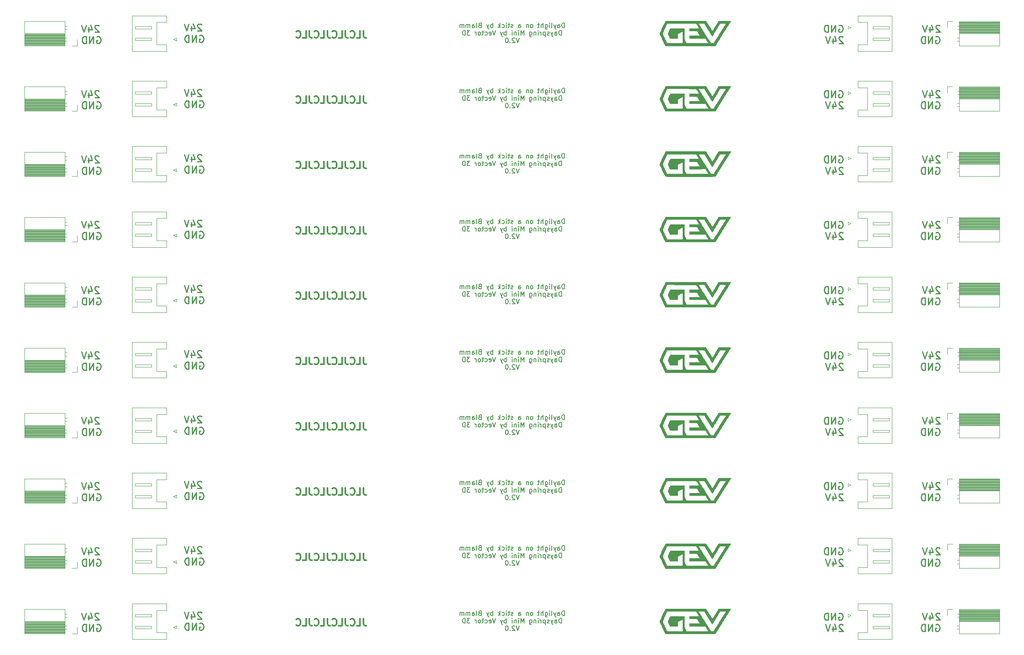
<source format=gbr>
%TF.GenerationSoftware,KiCad,Pcbnew,(6.0.7)*%
%TF.CreationDate,2023-02-06T14:52:35+00:00*%
%TF.ProjectId,Dayspring_Mini_P,44617973-7072-4696-9e67-5f4d696e695f,rev?*%
%TF.SameCoordinates,Original*%
%TF.FileFunction,Legend,Bot*%
%TF.FilePolarity,Positive*%
%FSLAX46Y46*%
G04 Gerber Fmt 4.6, Leading zero omitted, Abs format (unit mm)*
G04 Created by KiCad (PCBNEW (6.0.7)) date 2023-02-06 14:52:35*
%MOMM*%
%LPD*%
G01*
G04 APERTURE LIST*
%ADD10C,0.250000*%
%ADD11C,0.300000*%
%ADD12C,0.150000*%
%ADD13C,0.120000*%
G04 APERTURE END LIST*
D10*
X189944642Y-29792500D02*
X190087500Y-29721071D01*
X190301785Y-29721071D01*
X190516071Y-29792500D01*
X190658928Y-29935357D01*
X190730357Y-30078214D01*
X190801785Y-30363928D01*
X190801785Y-30578214D01*
X190730357Y-30863928D01*
X190658928Y-31006785D01*
X190516071Y-31149642D01*
X190301785Y-31221071D01*
X190158928Y-31221071D01*
X189944642Y-31149642D01*
X189873214Y-31078214D01*
X189873214Y-30578214D01*
X190158928Y-30578214D01*
X189230357Y-31221071D02*
X189230357Y-29721071D01*
X188373214Y-31221071D01*
X188373214Y-29721071D01*
X187658928Y-31221071D02*
X187658928Y-29721071D01*
X187301785Y-29721071D01*
X187087500Y-29792500D01*
X186944642Y-29935357D01*
X186873214Y-30078214D01*
X186801785Y-30363928D01*
X186801785Y-30578214D01*
X186873214Y-30863928D01*
X186944642Y-31006785D01*
X187087500Y-31149642D01*
X187301785Y-31221071D01*
X187658928Y-31221071D01*
X190801785Y-32278928D02*
X190730357Y-32207500D01*
X190587500Y-32136071D01*
X190230357Y-32136071D01*
X190087500Y-32207500D01*
X190016071Y-32278928D01*
X189944642Y-32421785D01*
X189944642Y-32564642D01*
X190016071Y-32778928D01*
X190873214Y-33636071D01*
X189944642Y-33636071D01*
X188658928Y-32636071D02*
X188658928Y-33636071D01*
X189016071Y-32064642D02*
X189373214Y-33136071D01*
X188444642Y-33136071D01*
X188087500Y-32136071D02*
X187587500Y-33636071D01*
X187087500Y-32136071D01*
X189944642Y-43792500D02*
X190087500Y-43721071D01*
X190301785Y-43721071D01*
X190516071Y-43792500D01*
X190658928Y-43935357D01*
X190730357Y-44078214D01*
X190801785Y-44363928D01*
X190801785Y-44578214D01*
X190730357Y-44863928D01*
X190658928Y-45006785D01*
X190516071Y-45149642D01*
X190301785Y-45221071D01*
X190158928Y-45221071D01*
X189944642Y-45149642D01*
X189873214Y-45078214D01*
X189873214Y-44578214D01*
X190158928Y-44578214D01*
X189230357Y-45221071D02*
X189230357Y-43721071D01*
X188373214Y-45221071D01*
X188373214Y-43721071D01*
X187658928Y-45221071D02*
X187658928Y-43721071D01*
X187301785Y-43721071D01*
X187087500Y-43792500D01*
X186944642Y-43935357D01*
X186873214Y-44078214D01*
X186801785Y-44363928D01*
X186801785Y-44578214D01*
X186873214Y-44863928D01*
X186944642Y-45006785D01*
X187087500Y-45149642D01*
X187301785Y-45221071D01*
X187658928Y-45221071D01*
X190801785Y-46278928D02*
X190730357Y-46207500D01*
X190587500Y-46136071D01*
X190230357Y-46136071D01*
X190087500Y-46207500D01*
X190016071Y-46278928D01*
X189944642Y-46421785D01*
X189944642Y-46564642D01*
X190016071Y-46778928D01*
X190873214Y-47636071D01*
X189944642Y-47636071D01*
X188658928Y-46636071D02*
X188658928Y-47636071D01*
X189016071Y-46064642D02*
X189373214Y-47136071D01*
X188444642Y-47136071D01*
X188087500Y-46136071D02*
X187587500Y-47636071D01*
X187087500Y-46136071D01*
X189944642Y-57792500D02*
X190087500Y-57721071D01*
X190301785Y-57721071D01*
X190516071Y-57792500D01*
X190658928Y-57935357D01*
X190730357Y-58078214D01*
X190801785Y-58363928D01*
X190801785Y-58578214D01*
X190730357Y-58863928D01*
X190658928Y-59006785D01*
X190516071Y-59149642D01*
X190301785Y-59221071D01*
X190158928Y-59221071D01*
X189944642Y-59149642D01*
X189873214Y-59078214D01*
X189873214Y-58578214D01*
X190158928Y-58578214D01*
X189230357Y-59221071D02*
X189230357Y-57721071D01*
X188373214Y-59221071D01*
X188373214Y-57721071D01*
X187658928Y-59221071D02*
X187658928Y-57721071D01*
X187301785Y-57721071D01*
X187087500Y-57792500D01*
X186944642Y-57935357D01*
X186873214Y-58078214D01*
X186801785Y-58363928D01*
X186801785Y-58578214D01*
X186873214Y-58863928D01*
X186944642Y-59006785D01*
X187087500Y-59149642D01*
X187301785Y-59221071D01*
X187658928Y-59221071D01*
X190801785Y-60278928D02*
X190730357Y-60207500D01*
X190587500Y-60136071D01*
X190230357Y-60136071D01*
X190087500Y-60207500D01*
X190016071Y-60278928D01*
X189944642Y-60421785D01*
X189944642Y-60564642D01*
X190016071Y-60778928D01*
X190873214Y-61636071D01*
X189944642Y-61636071D01*
X188658928Y-60636071D02*
X188658928Y-61636071D01*
X189016071Y-60064642D02*
X189373214Y-61136071D01*
X188444642Y-61136071D01*
X188087500Y-60136071D02*
X187587500Y-61636071D01*
X187087500Y-60136071D01*
X189944642Y-71792500D02*
X190087500Y-71721071D01*
X190301785Y-71721071D01*
X190516071Y-71792500D01*
X190658928Y-71935357D01*
X190730357Y-72078214D01*
X190801785Y-72363928D01*
X190801785Y-72578214D01*
X190730357Y-72863928D01*
X190658928Y-73006785D01*
X190516071Y-73149642D01*
X190301785Y-73221071D01*
X190158928Y-73221071D01*
X189944642Y-73149642D01*
X189873214Y-73078214D01*
X189873214Y-72578214D01*
X190158928Y-72578214D01*
X189230357Y-73221071D02*
X189230357Y-71721071D01*
X188373214Y-73221071D01*
X188373214Y-71721071D01*
X187658928Y-73221071D02*
X187658928Y-71721071D01*
X187301785Y-71721071D01*
X187087500Y-71792500D01*
X186944642Y-71935357D01*
X186873214Y-72078214D01*
X186801785Y-72363928D01*
X186801785Y-72578214D01*
X186873214Y-72863928D01*
X186944642Y-73006785D01*
X187087500Y-73149642D01*
X187301785Y-73221071D01*
X187658928Y-73221071D01*
X190801785Y-74278928D02*
X190730357Y-74207500D01*
X190587500Y-74136071D01*
X190230357Y-74136071D01*
X190087500Y-74207500D01*
X190016071Y-74278928D01*
X189944642Y-74421785D01*
X189944642Y-74564642D01*
X190016071Y-74778928D01*
X190873214Y-75636071D01*
X189944642Y-75636071D01*
X188658928Y-74636071D02*
X188658928Y-75636071D01*
X189016071Y-74064642D02*
X189373214Y-75136071D01*
X188444642Y-75136071D01*
X188087500Y-74136071D02*
X187587500Y-75636071D01*
X187087500Y-74136071D01*
X189944642Y-85792500D02*
X190087500Y-85721071D01*
X190301785Y-85721071D01*
X190516071Y-85792500D01*
X190658928Y-85935357D01*
X190730357Y-86078214D01*
X190801785Y-86363928D01*
X190801785Y-86578214D01*
X190730357Y-86863928D01*
X190658928Y-87006785D01*
X190516071Y-87149642D01*
X190301785Y-87221071D01*
X190158928Y-87221071D01*
X189944642Y-87149642D01*
X189873214Y-87078214D01*
X189873214Y-86578214D01*
X190158928Y-86578214D01*
X189230357Y-87221071D02*
X189230357Y-85721071D01*
X188373214Y-87221071D01*
X188373214Y-85721071D01*
X187658928Y-87221071D02*
X187658928Y-85721071D01*
X187301785Y-85721071D01*
X187087500Y-85792500D01*
X186944642Y-85935357D01*
X186873214Y-86078214D01*
X186801785Y-86363928D01*
X186801785Y-86578214D01*
X186873214Y-86863928D01*
X186944642Y-87006785D01*
X187087500Y-87149642D01*
X187301785Y-87221071D01*
X187658928Y-87221071D01*
X190801785Y-88278928D02*
X190730357Y-88207500D01*
X190587500Y-88136071D01*
X190230357Y-88136071D01*
X190087500Y-88207500D01*
X190016071Y-88278928D01*
X189944642Y-88421785D01*
X189944642Y-88564642D01*
X190016071Y-88778928D01*
X190873214Y-89636071D01*
X189944642Y-89636071D01*
X188658928Y-88636071D02*
X188658928Y-89636071D01*
X189016071Y-88064642D02*
X189373214Y-89136071D01*
X188444642Y-89136071D01*
X188087500Y-88136071D02*
X187587500Y-89636071D01*
X187087500Y-88136071D01*
X189944642Y-99792500D02*
X190087500Y-99721071D01*
X190301785Y-99721071D01*
X190516071Y-99792500D01*
X190658928Y-99935357D01*
X190730357Y-100078214D01*
X190801785Y-100363928D01*
X190801785Y-100578214D01*
X190730357Y-100863928D01*
X190658928Y-101006785D01*
X190516071Y-101149642D01*
X190301785Y-101221071D01*
X190158928Y-101221071D01*
X189944642Y-101149642D01*
X189873214Y-101078214D01*
X189873214Y-100578214D01*
X190158928Y-100578214D01*
X189230357Y-101221071D02*
X189230357Y-99721071D01*
X188373214Y-101221071D01*
X188373214Y-99721071D01*
X187658928Y-101221071D02*
X187658928Y-99721071D01*
X187301785Y-99721071D01*
X187087500Y-99792500D01*
X186944642Y-99935357D01*
X186873214Y-100078214D01*
X186801785Y-100363928D01*
X186801785Y-100578214D01*
X186873214Y-100863928D01*
X186944642Y-101006785D01*
X187087500Y-101149642D01*
X187301785Y-101221071D01*
X187658928Y-101221071D01*
X190801785Y-102278928D02*
X190730357Y-102207500D01*
X190587500Y-102136071D01*
X190230357Y-102136071D01*
X190087500Y-102207500D01*
X190016071Y-102278928D01*
X189944642Y-102421785D01*
X189944642Y-102564642D01*
X190016071Y-102778928D01*
X190873214Y-103636071D01*
X189944642Y-103636071D01*
X188658928Y-102636071D02*
X188658928Y-103636071D01*
X189016071Y-102064642D02*
X189373214Y-103136071D01*
X188444642Y-103136071D01*
X188087500Y-102136071D02*
X187587500Y-103636071D01*
X187087500Y-102136071D01*
X189944642Y-113792500D02*
X190087500Y-113721071D01*
X190301785Y-113721071D01*
X190516071Y-113792500D01*
X190658928Y-113935357D01*
X190730357Y-114078214D01*
X190801785Y-114363928D01*
X190801785Y-114578214D01*
X190730357Y-114863928D01*
X190658928Y-115006785D01*
X190516071Y-115149642D01*
X190301785Y-115221071D01*
X190158928Y-115221071D01*
X189944642Y-115149642D01*
X189873214Y-115078214D01*
X189873214Y-114578214D01*
X190158928Y-114578214D01*
X189230357Y-115221071D02*
X189230357Y-113721071D01*
X188373214Y-115221071D01*
X188373214Y-113721071D01*
X187658928Y-115221071D02*
X187658928Y-113721071D01*
X187301785Y-113721071D01*
X187087500Y-113792500D01*
X186944642Y-113935357D01*
X186873214Y-114078214D01*
X186801785Y-114363928D01*
X186801785Y-114578214D01*
X186873214Y-114863928D01*
X186944642Y-115006785D01*
X187087500Y-115149642D01*
X187301785Y-115221071D01*
X187658928Y-115221071D01*
X190801785Y-116278928D02*
X190730357Y-116207500D01*
X190587500Y-116136071D01*
X190230357Y-116136071D01*
X190087500Y-116207500D01*
X190016071Y-116278928D01*
X189944642Y-116421785D01*
X189944642Y-116564642D01*
X190016071Y-116778928D01*
X190873214Y-117636071D01*
X189944642Y-117636071D01*
X188658928Y-116636071D02*
X188658928Y-117636071D01*
X189016071Y-116064642D02*
X189373214Y-117136071D01*
X188444642Y-117136071D01*
X188087500Y-116136071D02*
X187587500Y-117636071D01*
X187087500Y-116136071D01*
X189944642Y-127792500D02*
X190087500Y-127721071D01*
X190301785Y-127721071D01*
X190516071Y-127792500D01*
X190658928Y-127935357D01*
X190730357Y-128078214D01*
X190801785Y-128363928D01*
X190801785Y-128578214D01*
X190730357Y-128863928D01*
X190658928Y-129006785D01*
X190516071Y-129149642D01*
X190301785Y-129221071D01*
X190158928Y-129221071D01*
X189944642Y-129149642D01*
X189873214Y-129078214D01*
X189873214Y-128578214D01*
X190158928Y-128578214D01*
X189230357Y-129221071D02*
X189230357Y-127721071D01*
X188373214Y-129221071D01*
X188373214Y-127721071D01*
X187658928Y-129221071D02*
X187658928Y-127721071D01*
X187301785Y-127721071D01*
X187087500Y-127792500D01*
X186944642Y-127935357D01*
X186873214Y-128078214D01*
X186801785Y-128363928D01*
X186801785Y-128578214D01*
X186873214Y-128863928D01*
X186944642Y-129006785D01*
X187087500Y-129149642D01*
X187301785Y-129221071D01*
X187658928Y-129221071D01*
X190801785Y-130278928D02*
X190730357Y-130207500D01*
X190587500Y-130136071D01*
X190230357Y-130136071D01*
X190087500Y-130207500D01*
X190016071Y-130278928D01*
X189944642Y-130421785D01*
X189944642Y-130564642D01*
X190016071Y-130778928D01*
X190873214Y-131636071D01*
X189944642Y-131636071D01*
X188658928Y-130636071D02*
X188658928Y-131636071D01*
X189016071Y-130064642D02*
X189373214Y-131136071D01*
X188444642Y-131136071D01*
X188087500Y-130136071D02*
X187587500Y-131636071D01*
X187087500Y-130136071D01*
X189944642Y-155792500D02*
X190087500Y-155721071D01*
X190301785Y-155721071D01*
X190516071Y-155792500D01*
X190658928Y-155935357D01*
X190730357Y-156078214D01*
X190801785Y-156363928D01*
X190801785Y-156578214D01*
X190730357Y-156863928D01*
X190658928Y-157006785D01*
X190516071Y-157149642D01*
X190301785Y-157221071D01*
X190158928Y-157221071D01*
X189944642Y-157149642D01*
X189873214Y-157078214D01*
X189873214Y-156578214D01*
X190158928Y-156578214D01*
X189230357Y-157221071D02*
X189230357Y-155721071D01*
X188373214Y-157221071D01*
X188373214Y-155721071D01*
X187658928Y-157221071D02*
X187658928Y-155721071D01*
X187301785Y-155721071D01*
X187087500Y-155792500D01*
X186944642Y-155935357D01*
X186873214Y-156078214D01*
X186801785Y-156363928D01*
X186801785Y-156578214D01*
X186873214Y-156863928D01*
X186944642Y-157006785D01*
X187087500Y-157149642D01*
X187301785Y-157221071D01*
X187658928Y-157221071D01*
X190801785Y-158278928D02*
X190730357Y-158207500D01*
X190587500Y-158136071D01*
X190230357Y-158136071D01*
X190087500Y-158207500D01*
X190016071Y-158278928D01*
X189944642Y-158421785D01*
X189944642Y-158564642D01*
X190016071Y-158778928D01*
X190873214Y-159636071D01*
X189944642Y-159636071D01*
X188658928Y-158636071D02*
X188658928Y-159636071D01*
X189016071Y-158064642D02*
X189373214Y-159136071D01*
X188444642Y-159136071D01*
X188087500Y-158136071D02*
X187587500Y-159636071D01*
X187087500Y-158136071D01*
X189944642Y-141792500D02*
X190087500Y-141721071D01*
X190301785Y-141721071D01*
X190516071Y-141792500D01*
X190658928Y-141935357D01*
X190730357Y-142078214D01*
X190801785Y-142363928D01*
X190801785Y-142578214D01*
X190730357Y-142863928D01*
X190658928Y-143006785D01*
X190516071Y-143149642D01*
X190301785Y-143221071D01*
X190158928Y-143221071D01*
X189944642Y-143149642D01*
X189873214Y-143078214D01*
X189873214Y-142578214D01*
X190158928Y-142578214D01*
X189230357Y-143221071D02*
X189230357Y-141721071D01*
X188373214Y-143221071D01*
X188373214Y-141721071D01*
X187658928Y-143221071D02*
X187658928Y-141721071D01*
X187301785Y-141721071D01*
X187087500Y-141792500D01*
X186944642Y-141935357D01*
X186873214Y-142078214D01*
X186801785Y-142363928D01*
X186801785Y-142578214D01*
X186873214Y-142863928D01*
X186944642Y-143006785D01*
X187087500Y-143149642D01*
X187301785Y-143221071D01*
X187658928Y-143221071D01*
X190801785Y-144278928D02*
X190730357Y-144207500D01*
X190587500Y-144136071D01*
X190230357Y-144136071D01*
X190087500Y-144207500D01*
X190016071Y-144278928D01*
X189944642Y-144421785D01*
X189944642Y-144564642D01*
X190016071Y-144778928D01*
X190873214Y-145636071D01*
X189944642Y-145636071D01*
X188658928Y-144636071D02*
X188658928Y-145636071D01*
X189016071Y-144064642D02*
X189373214Y-145136071D01*
X188444642Y-145136071D01*
X188087500Y-144136071D02*
X187587500Y-145636071D01*
X187087500Y-144136071D01*
X31519642Y-29863928D02*
X31448214Y-29792500D01*
X31305357Y-29721071D01*
X30948214Y-29721071D01*
X30805357Y-29792500D01*
X30733928Y-29863928D01*
X30662500Y-30006785D01*
X30662500Y-30149642D01*
X30733928Y-30363928D01*
X31591071Y-31221071D01*
X30662500Y-31221071D01*
X29376785Y-30221071D02*
X29376785Y-31221071D01*
X29733928Y-29649642D02*
X30091071Y-30721071D01*
X29162500Y-30721071D01*
X28805357Y-29721071D02*
X28305357Y-31221071D01*
X27805357Y-29721071D01*
X31091071Y-32207500D02*
X31233928Y-32136071D01*
X31448214Y-32136071D01*
X31662500Y-32207500D01*
X31805357Y-32350357D01*
X31876785Y-32493214D01*
X31948214Y-32778928D01*
X31948214Y-32993214D01*
X31876785Y-33278928D01*
X31805357Y-33421785D01*
X31662500Y-33564642D01*
X31448214Y-33636071D01*
X31305357Y-33636071D01*
X31091071Y-33564642D01*
X31019642Y-33493214D01*
X31019642Y-32993214D01*
X31305357Y-32993214D01*
X30376785Y-33636071D02*
X30376785Y-32136071D01*
X29519642Y-33636071D01*
X29519642Y-32136071D01*
X28805357Y-33636071D02*
X28805357Y-32136071D01*
X28448214Y-32136071D01*
X28233928Y-32207500D01*
X28091071Y-32350357D01*
X28019642Y-32493214D01*
X27948214Y-32778928D01*
X27948214Y-32993214D01*
X28019642Y-33278928D01*
X28091071Y-33421785D01*
X28233928Y-33564642D01*
X28448214Y-33636071D01*
X28805357Y-33636071D01*
X31519642Y-43863928D02*
X31448214Y-43792500D01*
X31305357Y-43721071D01*
X30948214Y-43721071D01*
X30805357Y-43792500D01*
X30733928Y-43863928D01*
X30662500Y-44006785D01*
X30662500Y-44149642D01*
X30733928Y-44363928D01*
X31591071Y-45221071D01*
X30662500Y-45221071D01*
X29376785Y-44221071D02*
X29376785Y-45221071D01*
X29733928Y-43649642D02*
X30091071Y-44721071D01*
X29162500Y-44721071D01*
X28805357Y-43721071D02*
X28305357Y-45221071D01*
X27805357Y-43721071D01*
X31091071Y-46207500D02*
X31233928Y-46136071D01*
X31448214Y-46136071D01*
X31662500Y-46207500D01*
X31805357Y-46350357D01*
X31876785Y-46493214D01*
X31948214Y-46778928D01*
X31948214Y-46993214D01*
X31876785Y-47278928D01*
X31805357Y-47421785D01*
X31662500Y-47564642D01*
X31448214Y-47636071D01*
X31305357Y-47636071D01*
X31091071Y-47564642D01*
X31019642Y-47493214D01*
X31019642Y-46993214D01*
X31305357Y-46993214D01*
X30376785Y-47636071D02*
X30376785Y-46136071D01*
X29519642Y-47636071D01*
X29519642Y-46136071D01*
X28805357Y-47636071D02*
X28805357Y-46136071D01*
X28448214Y-46136071D01*
X28233928Y-46207500D01*
X28091071Y-46350357D01*
X28019642Y-46493214D01*
X27948214Y-46778928D01*
X27948214Y-46993214D01*
X28019642Y-47278928D01*
X28091071Y-47421785D01*
X28233928Y-47564642D01*
X28448214Y-47636071D01*
X28805357Y-47636071D01*
X31519642Y-57863928D02*
X31448214Y-57792500D01*
X31305357Y-57721071D01*
X30948214Y-57721071D01*
X30805357Y-57792500D01*
X30733928Y-57863928D01*
X30662500Y-58006785D01*
X30662500Y-58149642D01*
X30733928Y-58363928D01*
X31591071Y-59221071D01*
X30662500Y-59221071D01*
X29376785Y-58221071D02*
X29376785Y-59221071D01*
X29733928Y-57649642D02*
X30091071Y-58721071D01*
X29162500Y-58721071D01*
X28805357Y-57721071D02*
X28305357Y-59221071D01*
X27805357Y-57721071D01*
X31091071Y-60207500D02*
X31233928Y-60136071D01*
X31448214Y-60136071D01*
X31662500Y-60207500D01*
X31805357Y-60350357D01*
X31876785Y-60493214D01*
X31948214Y-60778928D01*
X31948214Y-60993214D01*
X31876785Y-61278928D01*
X31805357Y-61421785D01*
X31662500Y-61564642D01*
X31448214Y-61636071D01*
X31305357Y-61636071D01*
X31091071Y-61564642D01*
X31019642Y-61493214D01*
X31019642Y-60993214D01*
X31305357Y-60993214D01*
X30376785Y-61636071D02*
X30376785Y-60136071D01*
X29519642Y-61636071D01*
X29519642Y-60136071D01*
X28805357Y-61636071D02*
X28805357Y-60136071D01*
X28448214Y-60136071D01*
X28233928Y-60207500D01*
X28091071Y-60350357D01*
X28019642Y-60493214D01*
X27948214Y-60778928D01*
X27948214Y-60993214D01*
X28019642Y-61278928D01*
X28091071Y-61421785D01*
X28233928Y-61564642D01*
X28448214Y-61636071D01*
X28805357Y-61636071D01*
X31519642Y-71863928D02*
X31448214Y-71792500D01*
X31305357Y-71721071D01*
X30948214Y-71721071D01*
X30805357Y-71792500D01*
X30733928Y-71863928D01*
X30662500Y-72006785D01*
X30662500Y-72149642D01*
X30733928Y-72363928D01*
X31591071Y-73221071D01*
X30662500Y-73221071D01*
X29376785Y-72221071D02*
X29376785Y-73221071D01*
X29733928Y-71649642D02*
X30091071Y-72721071D01*
X29162500Y-72721071D01*
X28805357Y-71721071D02*
X28305357Y-73221071D01*
X27805357Y-71721071D01*
X31091071Y-74207500D02*
X31233928Y-74136071D01*
X31448214Y-74136071D01*
X31662500Y-74207500D01*
X31805357Y-74350357D01*
X31876785Y-74493214D01*
X31948214Y-74778928D01*
X31948214Y-74993214D01*
X31876785Y-75278928D01*
X31805357Y-75421785D01*
X31662500Y-75564642D01*
X31448214Y-75636071D01*
X31305357Y-75636071D01*
X31091071Y-75564642D01*
X31019642Y-75493214D01*
X31019642Y-74993214D01*
X31305357Y-74993214D01*
X30376785Y-75636071D02*
X30376785Y-74136071D01*
X29519642Y-75636071D01*
X29519642Y-74136071D01*
X28805357Y-75636071D02*
X28805357Y-74136071D01*
X28448214Y-74136071D01*
X28233928Y-74207500D01*
X28091071Y-74350357D01*
X28019642Y-74493214D01*
X27948214Y-74778928D01*
X27948214Y-74993214D01*
X28019642Y-75278928D01*
X28091071Y-75421785D01*
X28233928Y-75564642D01*
X28448214Y-75636071D01*
X28805357Y-75636071D01*
X31519642Y-85863928D02*
X31448214Y-85792500D01*
X31305357Y-85721071D01*
X30948214Y-85721071D01*
X30805357Y-85792500D01*
X30733928Y-85863928D01*
X30662500Y-86006785D01*
X30662500Y-86149642D01*
X30733928Y-86363928D01*
X31591071Y-87221071D01*
X30662500Y-87221071D01*
X29376785Y-86221071D02*
X29376785Y-87221071D01*
X29733928Y-85649642D02*
X30091071Y-86721071D01*
X29162500Y-86721071D01*
X28805357Y-85721071D02*
X28305357Y-87221071D01*
X27805357Y-85721071D01*
X31091071Y-88207500D02*
X31233928Y-88136071D01*
X31448214Y-88136071D01*
X31662500Y-88207500D01*
X31805357Y-88350357D01*
X31876785Y-88493214D01*
X31948214Y-88778928D01*
X31948214Y-88993214D01*
X31876785Y-89278928D01*
X31805357Y-89421785D01*
X31662500Y-89564642D01*
X31448214Y-89636071D01*
X31305357Y-89636071D01*
X31091071Y-89564642D01*
X31019642Y-89493214D01*
X31019642Y-88993214D01*
X31305357Y-88993214D01*
X30376785Y-89636071D02*
X30376785Y-88136071D01*
X29519642Y-89636071D01*
X29519642Y-88136071D01*
X28805357Y-89636071D02*
X28805357Y-88136071D01*
X28448214Y-88136071D01*
X28233928Y-88207500D01*
X28091071Y-88350357D01*
X28019642Y-88493214D01*
X27948214Y-88778928D01*
X27948214Y-88993214D01*
X28019642Y-89278928D01*
X28091071Y-89421785D01*
X28233928Y-89564642D01*
X28448214Y-89636071D01*
X28805357Y-89636071D01*
X31519642Y-99863928D02*
X31448214Y-99792500D01*
X31305357Y-99721071D01*
X30948214Y-99721071D01*
X30805357Y-99792500D01*
X30733928Y-99863928D01*
X30662500Y-100006785D01*
X30662500Y-100149642D01*
X30733928Y-100363928D01*
X31591071Y-101221071D01*
X30662500Y-101221071D01*
X29376785Y-100221071D02*
X29376785Y-101221071D01*
X29733928Y-99649642D02*
X30091071Y-100721071D01*
X29162500Y-100721071D01*
X28805357Y-99721071D02*
X28305357Y-101221071D01*
X27805357Y-99721071D01*
X31091071Y-102207500D02*
X31233928Y-102136071D01*
X31448214Y-102136071D01*
X31662500Y-102207500D01*
X31805357Y-102350357D01*
X31876785Y-102493214D01*
X31948214Y-102778928D01*
X31948214Y-102993214D01*
X31876785Y-103278928D01*
X31805357Y-103421785D01*
X31662500Y-103564642D01*
X31448214Y-103636071D01*
X31305357Y-103636071D01*
X31091071Y-103564642D01*
X31019642Y-103493214D01*
X31019642Y-102993214D01*
X31305357Y-102993214D01*
X30376785Y-103636071D02*
X30376785Y-102136071D01*
X29519642Y-103636071D01*
X29519642Y-102136071D01*
X28805357Y-103636071D02*
X28805357Y-102136071D01*
X28448214Y-102136071D01*
X28233928Y-102207500D01*
X28091071Y-102350357D01*
X28019642Y-102493214D01*
X27948214Y-102778928D01*
X27948214Y-102993214D01*
X28019642Y-103278928D01*
X28091071Y-103421785D01*
X28233928Y-103564642D01*
X28448214Y-103636071D01*
X28805357Y-103636071D01*
X31519642Y-113863928D02*
X31448214Y-113792500D01*
X31305357Y-113721071D01*
X30948214Y-113721071D01*
X30805357Y-113792500D01*
X30733928Y-113863928D01*
X30662500Y-114006785D01*
X30662500Y-114149642D01*
X30733928Y-114363928D01*
X31591071Y-115221071D01*
X30662500Y-115221071D01*
X29376785Y-114221071D02*
X29376785Y-115221071D01*
X29733928Y-113649642D02*
X30091071Y-114721071D01*
X29162500Y-114721071D01*
X28805357Y-113721071D02*
X28305357Y-115221071D01*
X27805357Y-113721071D01*
X31091071Y-116207500D02*
X31233928Y-116136071D01*
X31448214Y-116136071D01*
X31662500Y-116207500D01*
X31805357Y-116350357D01*
X31876785Y-116493214D01*
X31948214Y-116778928D01*
X31948214Y-116993214D01*
X31876785Y-117278928D01*
X31805357Y-117421785D01*
X31662500Y-117564642D01*
X31448214Y-117636071D01*
X31305357Y-117636071D01*
X31091071Y-117564642D01*
X31019642Y-117493214D01*
X31019642Y-116993214D01*
X31305357Y-116993214D01*
X30376785Y-117636071D02*
X30376785Y-116136071D01*
X29519642Y-117636071D01*
X29519642Y-116136071D01*
X28805357Y-117636071D02*
X28805357Y-116136071D01*
X28448214Y-116136071D01*
X28233928Y-116207500D01*
X28091071Y-116350357D01*
X28019642Y-116493214D01*
X27948214Y-116778928D01*
X27948214Y-116993214D01*
X28019642Y-117278928D01*
X28091071Y-117421785D01*
X28233928Y-117564642D01*
X28448214Y-117636071D01*
X28805357Y-117636071D01*
X31519642Y-127863928D02*
X31448214Y-127792500D01*
X31305357Y-127721071D01*
X30948214Y-127721071D01*
X30805357Y-127792500D01*
X30733928Y-127863928D01*
X30662500Y-128006785D01*
X30662500Y-128149642D01*
X30733928Y-128363928D01*
X31591071Y-129221071D01*
X30662500Y-129221071D01*
X29376785Y-128221071D02*
X29376785Y-129221071D01*
X29733928Y-127649642D02*
X30091071Y-128721071D01*
X29162500Y-128721071D01*
X28805357Y-127721071D02*
X28305357Y-129221071D01*
X27805357Y-127721071D01*
X31091071Y-130207500D02*
X31233928Y-130136071D01*
X31448214Y-130136071D01*
X31662500Y-130207500D01*
X31805357Y-130350357D01*
X31876785Y-130493214D01*
X31948214Y-130778928D01*
X31948214Y-130993214D01*
X31876785Y-131278928D01*
X31805357Y-131421785D01*
X31662500Y-131564642D01*
X31448214Y-131636071D01*
X31305357Y-131636071D01*
X31091071Y-131564642D01*
X31019642Y-131493214D01*
X31019642Y-130993214D01*
X31305357Y-130993214D01*
X30376785Y-131636071D02*
X30376785Y-130136071D01*
X29519642Y-131636071D01*
X29519642Y-130136071D01*
X28805357Y-131636071D02*
X28805357Y-130136071D01*
X28448214Y-130136071D01*
X28233928Y-130207500D01*
X28091071Y-130350357D01*
X28019642Y-130493214D01*
X27948214Y-130778928D01*
X27948214Y-130993214D01*
X28019642Y-131278928D01*
X28091071Y-131421785D01*
X28233928Y-131564642D01*
X28448214Y-131636071D01*
X28805357Y-131636071D01*
X31519642Y-155863928D02*
X31448214Y-155792500D01*
X31305357Y-155721071D01*
X30948214Y-155721071D01*
X30805357Y-155792500D01*
X30733928Y-155863928D01*
X30662500Y-156006785D01*
X30662500Y-156149642D01*
X30733928Y-156363928D01*
X31591071Y-157221071D01*
X30662500Y-157221071D01*
X29376785Y-156221071D02*
X29376785Y-157221071D01*
X29733928Y-155649642D02*
X30091071Y-156721071D01*
X29162500Y-156721071D01*
X28805357Y-155721071D02*
X28305357Y-157221071D01*
X27805357Y-155721071D01*
X31091071Y-158207500D02*
X31233928Y-158136071D01*
X31448214Y-158136071D01*
X31662500Y-158207500D01*
X31805357Y-158350357D01*
X31876785Y-158493214D01*
X31948214Y-158778928D01*
X31948214Y-158993214D01*
X31876785Y-159278928D01*
X31805357Y-159421785D01*
X31662500Y-159564642D01*
X31448214Y-159636071D01*
X31305357Y-159636071D01*
X31091071Y-159564642D01*
X31019642Y-159493214D01*
X31019642Y-158993214D01*
X31305357Y-158993214D01*
X30376785Y-159636071D02*
X30376785Y-158136071D01*
X29519642Y-159636071D01*
X29519642Y-158136071D01*
X28805357Y-159636071D02*
X28805357Y-158136071D01*
X28448214Y-158136071D01*
X28233928Y-158207500D01*
X28091071Y-158350357D01*
X28019642Y-158493214D01*
X27948214Y-158778928D01*
X27948214Y-158993214D01*
X28019642Y-159278928D01*
X28091071Y-159421785D01*
X28233928Y-159564642D01*
X28448214Y-159636071D01*
X28805357Y-159636071D01*
X31519642Y-141863928D02*
X31448214Y-141792500D01*
X31305357Y-141721071D01*
X30948214Y-141721071D01*
X30805357Y-141792500D01*
X30733928Y-141863928D01*
X30662500Y-142006785D01*
X30662500Y-142149642D01*
X30733928Y-142363928D01*
X31591071Y-143221071D01*
X30662500Y-143221071D01*
X29376785Y-142221071D02*
X29376785Y-143221071D01*
X29733928Y-141649642D02*
X30091071Y-142721071D01*
X29162500Y-142721071D01*
X28805357Y-141721071D02*
X28305357Y-143221071D01*
X27805357Y-141721071D01*
X31091071Y-144207500D02*
X31233928Y-144136071D01*
X31448214Y-144136071D01*
X31662500Y-144207500D01*
X31805357Y-144350357D01*
X31876785Y-144493214D01*
X31948214Y-144778928D01*
X31948214Y-144993214D01*
X31876785Y-145278928D01*
X31805357Y-145421785D01*
X31662500Y-145564642D01*
X31448214Y-145636071D01*
X31305357Y-145636071D01*
X31091071Y-145564642D01*
X31019642Y-145493214D01*
X31019642Y-144993214D01*
X31305357Y-144993214D01*
X30376785Y-145636071D02*
X30376785Y-144136071D01*
X29519642Y-145636071D01*
X29519642Y-144136071D01*
X28805357Y-145636071D02*
X28805357Y-144136071D01*
X28448214Y-144136071D01*
X28233928Y-144207500D01*
X28091071Y-144350357D01*
X28019642Y-144493214D01*
X27948214Y-144778928D01*
X27948214Y-144993214D01*
X28019642Y-145278928D01*
X28091071Y-145421785D01*
X28233928Y-145564642D01*
X28448214Y-145636071D01*
X28805357Y-145636071D01*
D11*
X88178571Y-30928571D02*
X88178571Y-32000000D01*
X88250000Y-32214285D01*
X88392857Y-32357142D01*
X88607142Y-32428571D01*
X88750000Y-32428571D01*
X86750000Y-32428571D02*
X87464285Y-32428571D01*
X87464285Y-30928571D01*
X85392857Y-32285714D02*
X85464285Y-32357142D01*
X85678571Y-32428571D01*
X85821428Y-32428571D01*
X86035714Y-32357142D01*
X86178571Y-32214285D01*
X86250000Y-32071428D01*
X86321428Y-31785714D01*
X86321428Y-31571428D01*
X86250000Y-31285714D01*
X86178571Y-31142857D01*
X86035714Y-31000000D01*
X85821428Y-30928571D01*
X85678571Y-30928571D01*
X85464285Y-31000000D01*
X85392857Y-31071428D01*
X84321428Y-30928571D02*
X84321428Y-32000000D01*
X84392857Y-32214285D01*
X84535714Y-32357142D01*
X84750000Y-32428571D01*
X84892857Y-32428571D01*
X82892857Y-32428571D02*
X83607142Y-32428571D01*
X83607142Y-30928571D01*
X81535714Y-32285714D02*
X81607142Y-32357142D01*
X81821428Y-32428571D01*
X81964285Y-32428571D01*
X82178571Y-32357142D01*
X82321428Y-32214285D01*
X82392857Y-32071428D01*
X82464285Y-31785714D01*
X82464285Y-31571428D01*
X82392857Y-31285714D01*
X82321428Y-31142857D01*
X82178571Y-31000000D01*
X81964285Y-30928571D01*
X81821428Y-30928571D01*
X81607142Y-31000000D01*
X81535714Y-31071428D01*
X80464285Y-30928571D02*
X80464285Y-32000000D01*
X80535714Y-32214285D01*
X80678571Y-32357142D01*
X80892857Y-32428571D01*
X81035714Y-32428571D01*
X79035714Y-32428571D02*
X79750000Y-32428571D01*
X79750000Y-30928571D01*
X77678571Y-32285714D02*
X77750000Y-32357142D01*
X77964285Y-32428571D01*
X78107142Y-32428571D01*
X78321428Y-32357142D01*
X78464285Y-32214285D01*
X78535714Y-32071428D01*
X78607142Y-31785714D01*
X78607142Y-31571428D01*
X78535714Y-31285714D01*
X78464285Y-31142857D01*
X78321428Y-31000000D01*
X78107142Y-30928571D01*
X77964285Y-30928571D01*
X77750000Y-31000000D01*
X77678571Y-31071428D01*
X76607142Y-30928571D02*
X76607142Y-32000000D01*
X76678571Y-32214285D01*
X76821428Y-32357142D01*
X77035714Y-32428571D01*
X77178571Y-32428571D01*
X75178571Y-32428571D02*
X75892857Y-32428571D01*
X75892857Y-30928571D01*
X73821428Y-32285714D02*
X73892857Y-32357142D01*
X74107142Y-32428571D01*
X74250000Y-32428571D01*
X74464285Y-32357142D01*
X74607142Y-32214285D01*
X74678571Y-32071428D01*
X74750000Y-31785714D01*
X74750000Y-31571428D01*
X74678571Y-31285714D01*
X74607142Y-31142857D01*
X74464285Y-31000000D01*
X74250000Y-30928571D01*
X74107142Y-30928571D01*
X73892857Y-31000000D01*
X73821428Y-31071428D01*
X88178571Y-44928571D02*
X88178571Y-46000000D01*
X88250000Y-46214285D01*
X88392857Y-46357142D01*
X88607142Y-46428571D01*
X88750000Y-46428571D01*
X86750000Y-46428571D02*
X87464285Y-46428571D01*
X87464285Y-44928571D01*
X85392857Y-46285714D02*
X85464285Y-46357142D01*
X85678571Y-46428571D01*
X85821428Y-46428571D01*
X86035714Y-46357142D01*
X86178571Y-46214285D01*
X86250000Y-46071428D01*
X86321428Y-45785714D01*
X86321428Y-45571428D01*
X86250000Y-45285714D01*
X86178571Y-45142857D01*
X86035714Y-45000000D01*
X85821428Y-44928571D01*
X85678571Y-44928571D01*
X85464285Y-45000000D01*
X85392857Y-45071428D01*
X84321428Y-44928571D02*
X84321428Y-46000000D01*
X84392857Y-46214285D01*
X84535714Y-46357142D01*
X84750000Y-46428571D01*
X84892857Y-46428571D01*
X82892857Y-46428571D02*
X83607142Y-46428571D01*
X83607142Y-44928571D01*
X81535714Y-46285714D02*
X81607142Y-46357142D01*
X81821428Y-46428571D01*
X81964285Y-46428571D01*
X82178571Y-46357142D01*
X82321428Y-46214285D01*
X82392857Y-46071428D01*
X82464285Y-45785714D01*
X82464285Y-45571428D01*
X82392857Y-45285714D01*
X82321428Y-45142857D01*
X82178571Y-45000000D01*
X81964285Y-44928571D01*
X81821428Y-44928571D01*
X81607142Y-45000000D01*
X81535714Y-45071428D01*
X80464285Y-44928571D02*
X80464285Y-46000000D01*
X80535714Y-46214285D01*
X80678571Y-46357142D01*
X80892857Y-46428571D01*
X81035714Y-46428571D01*
X79035714Y-46428571D02*
X79750000Y-46428571D01*
X79750000Y-44928571D01*
X77678571Y-46285714D02*
X77750000Y-46357142D01*
X77964285Y-46428571D01*
X78107142Y-46428571D01*
X78321428Y-46357142D01*
X78464285Y-46214285D01*
X78535714Y-46071428D01*
X78607142Y-45785714D01*
X78607142Y-45571428D01*
X78535714Y-45285714D01*
X78464285Y-45142857D01*
X78321428Y-45000000D01*
X78107142Y-44928571D01*
X77964285Y-44928571D01*
X77750000Y-45000000D01*
X77678571Y-45071428D01*
X76607142Y-44928571D02*
X76607142Y-46000000D01*
X76678571Y-46214285D01*
X76821428Y-46357142D01*
X77035714Y-46428571D01*
X77178571Y-46428571D01*
X75178571Y-46428571D02*
X75892857Y-46428571D01*
X75892857Y-44928571D01*
X73821428Y-46285714D02*
X73892857Y-46357142D01*
X74107142Y-46428571D01*
X74250000Y-46428571D01*
X74464285Y-46357142D01*
X74607142Y-46214285D01*
X74678571Y-46071428D01*
X74750000Y-45785714D01*
X74750000Y-45571428D01*
X74678571Y-45285714D01*
X74607142Y-45142857D01*
X74464285Y-45000000D01*
X74250000Y-44928571D01*
X74107142Y-44928571D01*
X73892857Y-45000000D01*
X73821428Y-45071428D01*
X88178571Y-58928571D02*
X88178571Y-60000000D01*
X88250000Y-60214285D01*
X88392857Y-60357142D01*
X88607142Y-60428571D01*
X88750000Y-60428571D01*
X86750000Y-60428571D02*
X87464285Y-60428571D01*
X87464285Y-58928571D01*
X85392857Y-60285714D02*
X85464285Y-60357142D01*
X85678571Y-60428571D01*
X85821428Y-60428571D01*
X86035714Y-60357142D01*
X86178571Y-60214285D01*
X86250000Y-60071428D01*
X86321428Y-59785714D01*
X86321428Y-59571428D01*
X86250000Y-59285714D01*
X86178571Y-59142857D01*
X86035714Y-59000000D01*
X85821428Y-58928571D01*
X85678571Y-58928571D01*
X85464285Y-59000000D01*
X85392857Y-59071428D01*
X84321428Y-58928571D02*
X84321428Y-60000000D01*
X84392857Y-60214285D01*
X84535714Y-60357142D01*
X84750000Y-60428571D01*
X84892857Y-60428571D01*
X82892857Y-60428571D02*
X83607142Y-60428571D01*
X83607142Y-58928571D01*
X81535714Y-60285714D02*
X81607142Y-60357142D01*
X81821428Y-60428571D01*
X81964285Y-60428571D01*
X82178571Y-60357142D01*
X82321428Y-60214285D01*
X82392857Y-60071428D01*
X82464285Y-59785714D01*
X82464285Y-59571428D01*
X82392857Y-59285714D01*
X82321428Y-59142857D01*
X82178571Y-59000000D01*
X81964285Y-58928571D01*
X81821428Y-58928571D01*
X81607142Y-59000000D01*
X81535714Y-59071428D01*
X80464285Y-58928571D02*
X80464285Y-60000000D01*
X80535714Y-60214285D01*
X80678571Y-60357142D01*
X80892857Y-60428571D01*
X81035714Y-60428571D01*
X79035714Y-60428571D02*
X79750000Y-60428571D01*
X79750000Y-58928571D01*
X77678571Y-60285714D02*
X77750000Y-60357142D01*
X77964285Y-60428571D01*
X78107142Y-60428571D01*
X78321428Y-60357142D01*
X78464285Y-60214285D01*
X78535714Y-60071428D01*
X78607142Y-59785714D01*
X78607142Y-59571428D01*
X78535714Y-59285714D01*
X78464285Y-59142857D01*
X78321428Y-59000000D01*
X78107142Y-58928571D01*
X77964285Y-58928571D01*
X77750000Y-59000000D01*
X77678571Y-59071428D01*
X76607142Y-58928571D02*
X76607142Y-60000000D01*
X76678571Y-60214285D01*
X76821428Y-60357142D01*
X77035714Y-60428571D01*
X77178571Y-60428571D01*
X75178571Y-60428571D02*
X75892857Y-60428571D01*
X75892857Y-58928571D01*
X73821428Y-60285714D02*
X73892857Y-60357142D01*
X74107142Y-60428571D01*
X74250000Y-60428571D01*
X74464285Y-60357142D01*
X74607142Y-60214285D01*
X74678571Y-60071428D01*
X74750000Y-59785714D01*
X74750000Y-59571428D01*
X74678571Y-59285714D01*
X74607142Y-59142857D01*
X74464285Y-59000000D01*
X74250000Y-58928571D01*
X74107142Y-58928571D01*
X73892857Y-59000000D01*
X73821428Y-59071428D01*
X88178571Y-72928571D02*
X88178571Y-74000000D01*
X88250000Y-74214285D01*
X88392857Y-74357142D01*
X88607142Y-74428571D01*
X88750000Y-74428571D01*
X86750000Y-74428571D02*
X87464285Y-74428571D01*
X87464285Y-72928571D01*
X85392857Y-74285714D02*
X85464285Y-74357142D01*
X85678571Y-74428571D01*
X85821428Y-74428571D01*
X86035714Y-74357142D01*
X86178571Y-74214285D01*
X86250000Y-74071428D01*
X86321428Y-73785714D01*
X86321428Y-73571428D01*
X86250000Y-73285714D01*
X86178571Y-73142857D01*
X86035714Y-73000000D01*
X85821428Y-72928571D01*
X85678571Y-72928571D01*
X85464285Y-73000000D01*
X85392857Y-73071428D01*
X84321428Y-72928571D02*
X84321428Y-74000000D01*
X84392857Y-74214285D01*
X84535714Y-74357142D01*
X84750000Y-74428571D01*
X84892857Y-74428571D01*
X82892857Y-74428571D02*
X83607142Y-74428571D01*
X83607142Y-72928571D01*
X81535714Y-74285714D02*
X81607142Y-74357142D01*
X81821428Y-74428571D01*
X81964285Y-74428571D01*
X82178571Y-74357142D01*
X82321428Y-74214285D01*
X82392857Y-74071428D01*
X82464285Y-73785714D01*
X82464285Y-73571428D01*
X82392857Y-73285714D01*
X82321428Y-73142857D01*
X82178571Y-73000000D01*
X81964285Y-72928571D01*
X81821428Y-72928571D01*
X81607142Y-73000000D01*
X81535714Y-73071428D01*
X80464285Y-72928571D02*
X80464285Y-74000000D01*
X80535714Y-74214285D01*
X80678571Y-74357142D01*
X80892857Y-74428571D01*
X81035714Y-74428571D01*
X79035714Y-74428571D02*
X79750000Y-74428571D01*
X79750000Y-72928571D01*
X77678571Y-74285714D02*
X77750000Y-74357142D01*
X77964285Y-74428571D01*
X78107142Y-74428571D01*
X78321428Y-74357142D01*
X78464285Y-74214285D01*
X78535714Y-74071428D01*
X78607142Y-73785714D01*
X78607142Y-73571428D01*
X78535714Y-73285714D01*
X78464285Y-73142857D01*
X78321428Y-73000000D01*
X78107142Y-72928571D01*
X77964285Y-72928571D01*
X77750000Y-73000000D01*
X77678571Y-73071428D01*
X76607142Y-72928571D02*
X76607142Y-74000000D01*
X76678571Y-74214285D01*
X76821428Y-74357142D01*
X77035714Y-74428571D01*
X77178571Y-74428571D01*
X75178571Y-74428571D02*
X75892857Y-74428571D01*
X75892857Y-72928571D01*
X73821428Y-74285714D02*
X73892857Y-74357142D01*
X74107142Y-74428571D01*
X74250000Y-74428571D01*
X74464285Y-74357142D01*
X74607142Y-74214285D01*
X74678571Y-74071428D01*
X74750000Y-73785714D01*
X74750000Y-73571428D01*
X74678571Y-73285714D01*
X74607142Y-73142857D01*
X74464285Y-73000000D01*
X74250000Y-72928571D01*
X74107142Y-72928571D01*
X73892857Y-73000000D01*
X73821428Y-73071428D01*
X88178571Y-86928571D02*
X88178571Y-88000000D01*
X88250000Y-88214285D01*
X88392857Y-88357142D01*
X88607142Y-88428571D01*
X88750000Y-88428571D01*
X86750000Y-88428571D02*
X87464285Y-88428571D01*
X87464285Y-86928571D01*
X85392857Y-88285714D02*
X85464285Y-88357142D01*
X85678571Y-88428571D01*
X85821428Y-88428571D01*
X86035714Y-88357142D01*
X86178571Y-88214285D01*
X86250000Y-88071428D01*
X86321428Y-87785714D01*
X86321428Y-87571428D01*
X86250000Y-87285714D01*
X86178571Y-87142857D01*
X86035714Y-87000000D01*
X85821428Y-86928571D01*
X85678571Y-86928571D01*
X85464285Y-87000000D01*
X85392857Y-87071428D01*
X84321428Y-86928571D02*
X84321428Y-88000000D01*
X84392857Y-88214285D01*
X84535714Y-88357142D01*
X84750000Y-88428571D01*
X84892857Y-88428571D01*
X82892857Y-88428571D02*
X83607142Y-88428571D01*
X83607142Y-86928571D01*
X81535714Y-88285714D02*
X81607142Y-88357142D01*
X81821428Y-88428571D01*
X81964285Y-88428571D01*
X82178571Y-88357142D01*
X82321428Y-88214285D01*
X82392857Y-88071428D01*
X82464285Y-87785714D01*
X82464285Y-87571428D01*
X82392857Y-87285714D01*
X82321428Y-87142857D01*
X82178571Y-87000000D01*
X81964285Y-86928571D01*
X81821428Y-86928571D01*
X81607142Y-87000000D01*
X81535714Y-87071428D01*
X80464285Y-86928571D02*
X80464285Y-88000000D01*
X80535714Y-88214285D01*
X80678571Y-88357142D01*
X80892857Y-88428571D01*
X81035714Y-88428571D01*
X79035714Y-88428571D02*
X79750000Y-88428571D01*
X79750000Y-86928571D01*
X77678571Y-88285714D02*
X77750000Y-88357142D01*
X77964285Y-88428571D01*
X78107142Y-88428571D01*
X78321428Y-88357142D01*
X78464285Y-88214285D01*
X78535714Y-88071428D01*
X78607142Y-87785714D01*
X78607142Y-87571428D01*
X78535714Y-87285714D01*
X78464285Y-87142857D01*
X78321428Y-87000000D01*
X78107142Y-86928571D01*
X77964285Y-86928571D01*
X77750000Y-87000000D01*
X77678571Y-87071428D01*
X76607142Y-86928571D02*
X76607142Y-88000000D01*
X76678571Y-88214285D01*
X76821428Y-88357142D01*
X77035714Y-88428571D01*
X77178571Y-88428571D01*
X75178571Y-88428571D02*
X75892857Y-88428571D01*
X75892857Y-86928571D01*
X73821428Y-88285714D02*
X73892857Y-88357142D01*
X74107142Y-88428571D01*
X74250000Y-88428571D01*
X74464285Y-88357142D01*
X74607142Y-88214285D01*
X74678571Y-88071428D01*
X74750000Y-87785714D01*
X74750000Y-87571428D01*
X74678571Y-87285714D01*
X74607142Y-87142857D01*
X74464285Y-87000000D01*
X74250000Y-86928571D01*
X74107142Y-86928571D01*
X73892857Y-87000000D01*
X73821428Y-87071428D01*
X88178571Y-100928571D02*
X88178571Y-102000000D01*
X88250000Y-102214285D01*
X88392857Y-102357142D01*
X88607142Y-102428571D01*
X88750000Y-102428571D01*
X86750000Y-102428571D02*
X87464285Y-102428571D01*
X87464285Y-100928571D01*
X85392857Y-102285714D02*
X85464285Y-102357142D01*
X85678571Y-102428571D01*
X85821428Y-102428571D01*
X86035714Y-102357142D01*
X86178571Y-102214285D01*
X86250000Y-102071428D01*
X86321428Y-101785714D01*
X86321428Y-101571428D01*
X86250000Y-101285714D01*
X86178571Y-101142857D01*
X86035714Y-101000000D01*
X85821428Y-100928571D01*
X85678571Y-100928571D01*
X85464285Y-101000000D01*
X85392857Y-101071428D01*
X84321428Y-100928571D02*
X84321428Y-102000000D01*
X84392857Y-102214285D01*
X84535714Y-102357142D01*
X84750000Y-102428571D01*
X84892857Y-102428571D01*
X82892857Y-102428571D02*
X83607142Y-102428571D01*
X83607142Y-100928571D01*
X81535714Y-102285714D02*
X81607142Y-102357142D01*
X81821428Y-102428571D01*
X81964285Y-102428571D01*
X82178571Y-102357142D01*
X82321428Y-102214285D01*
X82392857Y-102071428D01*
X82464285Y-101785714D01*
X82464285Y-101571428D01*
X82392857Y-101285714D01*
X82321428Y-101142857D01*
X82178571Y-101000000D01*
X81964285Y-100928571D01*
X81821428Y-100928571D01*
X81607142Y-101000000D01*
X81535714Y-101071428D01*
X80464285Y-100928571D02*
X80464285Y-102000000D01*
X80535714Y-102214285D01*
X80678571Y-102357142D01*
X80892857Y-102428571D01*
X81035714Y-102428571D01*
X79035714Y-102428571D02*
X79750000Y-102428571D01*
X79750000Y-100928571D01*
X77678571Y-102285714D02*
X77750000Y-102357142D01*
X77964285Y-102428571D01*
X78107142Y-102428571D01*
X78321428Y-102357142D01*
X78464285Y-102214285D01*
X78535714Y-102071428D01*
X78607142Y-101785714D01*
X78607142Y-101571428D01*
X78535714Y-101285714D01*
X78464285Y-101142857D01*
X78321428Y-101000000D01*
X78107142Y-100928571D01*
X77964285Y-100928571D01*
X77750000Y-101000000D01*
X77678571Y-101071428D01*
X76607142Y-100928571D02*
X76607142Y-102000000D01*
X76678571Y-102214285D01*
X76821428Y-102357142D01*
X77035714Y-102428571D01*
X77178571Y-102428571D01*
X75178571Y-102428571D02*
X75892857Y-102428571D01*
X75892857Y-100928571D01*
X73821428Y-102285714D02*
X73892857Y-102357142D01*
X74107142Y-102428571D01*
X74250000Y-102428571D01*
X74464285Y-102357142D01*
X74607142Y-102214285D01*
X74678571Y-102071428D01*
X74750000Y-101785714D01*
X74750000Y-101571428D01*
X74678571Y-101285714D01*
X74607142Y-101142857D01*
X74464285Y-101000000D01*
X74250000Y-100928571D01*
X74107142Y-100928571D01*
X73892857Y-101000000D01*
X73821428Y-101071428D01*
X88178571Y-114928571D02*
X88178571Y-116000000D01*
X88250000Y-116214285D01*
X88392857Y-116357142D01*
X88607142Y-116428571D01*
X88750000Y-116428571D01*
X86750000Y-116428571D02*
X87464285Y-116428571D01*
X87464285Y-114928571D01*
X85392857Y-116285714D02*
X85464285Y-116357142D01*
X85678571Y-116428571D01*
X85821428Y-116428571D01*
X86035714Y-116357142D01*
X86178571Y-116214285D01*
X86250000Y-116071428D01*
X86321428Y-115785714D01*
X86321428Y-115571428D01*
X86250000Y-115285714D01*
X86178571Y-115142857D01*
X86035714Y-115000000D01*
X85821428Y-114928571D01*
X85678571Y-114928571D01*
X85464285Y-115000000D01*
X85392857Y-115071428D01*
X84321428Y-114928571D02*
X84321428Y-116000000D01*
X84392857Y-116214285D01*
X84535714Y-116357142D01*
X84750000Y-116428571D01*
X84892857Y-116428571D01*
X82892857Y-116428571D02*
X83607142Y-116428571D01*
X83607142Y-114928571D01*
X81535714Y-116285714D02*
X81607142Y-116357142D01*
X81821428Y-116428571D01*
X81964285Y-116428571D01*
X82178571Y-116357142D01*
X82321428Y-116214285D01*
X82392857Y-116071428D01*
X82464285Y-115785714D01*
X82464285Y-115571428D01*
X82392857Y-115285714D01*
X82321428Y-115142857D01*
X82178571Y-115000000D01*
X81964285Y-114928571D01*
X81821428Y-114928571D01*
X81607142Y-115000000D01*
X81535714Y-115071428D01*
X80464285Y-114928571D02*
X80464285Y-116000000D01*
X80535714Y-116214285D01*
X80678571Y-116357142D01*
X80892857Y-116428571D01*
X81035714Y-116428571D01*
X79035714Y-116428571D02*
X79750000Y-116428571D01*
X79750000Y-114928571D01*
X77678571Y-116285714D02*
X77750000Y-116357142D01*
X77964285Y-116428571D01*
X78107142Y-116428571D01*
X78321428Y-116357142D01*
X78464285Y-116214285D01*
X78535714Y-116071428D01*
X78607142Y-115785714D01*
X78607142Y-115571428D01*
X78535714Y-115285714D01*
X78464285Y-115142857D01*
X78321428Y-115000000D01*
X78107142Y-114928571D01*
X77964285Y-114928571D01*
X77750000Y-115000000D01*
X77678571Y-115071428D01*
X76607142Y-114928571D02*
X76607142Y-116000000D01*
X76678571Y-116214285D01*
X76821428Y-116357142D01*
X77035714Y-116428571D01*
X77178571Y-116428571D01*
X75178571Y-116428571D02*
X75892857Y-116428571D01*
X75892857Y-114928571D01*
X73821428Y-116285714D02*
X73892857Y-116357142D01*
X74107142Y-116428571D01*
X74250000Y-116428571D01*
X74464285Y-116357142D01*
X74607142Y-116214285D01*
X74678571Y-116071428D01*
X74750000Y-115785714D01*
X74750000Y-115571428D01*
X74678571Y-115285714D01*
X74607142Y-115142857D01*
X74464285Y-115000000D01*
X74250000Y-114928571D01*
X74107142Y-114928571D01*
X73892857Y-115000000D01*
X73821428Y-115071428D01*
X88178571Y-128928571D02*
X88178571Y-130000000D01*
X88250000Y-130214285D01*
X88392857Y-130357142D01*
X88607142Y-130428571D01*
X88750000Y-130428571D01*
X86750000Y-130428571D02*
X87464285Y-130428571D01*
X87464285Y-128928571D01*
X85392857Y-130285714D02*
X85464285Y-130357142D01*
X85678571Y-130428571D01*
X85821428Y-130428571D01*
X86035714Y-130357142D01*
X86178571Y-130214285D01*
X86250000Y-130071428D01*
X86321428Y-129785714D01*
X86321428Y-129571428D01*
X86250000Y-129285714D01*
X86178571Y-129142857D01*
X86035714Y-129000000D01*
X85821428Y-128928571D01*
X85678571Y-128928571D01*
X85464285Y-129000000D01*
X85392857Y-129071428D01*
X84321428Y-128928571D02*
X84321428Y-130000000D01*
X84392857Y-130214285D01*
X84535714Y-130357142D01*
X84750000Y-130428571D01*
X84892857Y-130428571D01*
X82892857Y-130428571D02*
X83607142Y-130428571D01*
X83607142Y-128928571D01*
X81535714Y-130285714D02*
X81607142Y-130357142D01*
X81821428Y-130428571D01*
X81964285Y-130428571D01*
X82178571Y-130357142D01*
X82321428Y-130214285D01*
X82392857Y-130071428D01*
X82464285Y-129785714D01*
X82464285Y-129571428D01*
X82392857Y-129285714D01*
X82321428Y-129142857D01*
X82178571Y-129000000D01*
X81964285Y-128928571D01*
X81821428Y-128928571D01*
X81607142Y-129000000D01*
X81535714Y-129071428D01*
X80464285Y-128928571D02*
X80464285Y-130000000D01*
X80535714Y-130214285D01*
X80678571Y-130357142D01*
X80892857Y-130428571D01*
X81035714Y-130428571D01*
X79035714Y-130428571D02*
X79750000Y-130428571D01*
X79750000Y-128928571D01*
X77678571Y-130285714D02*
X77750000Y-130357142D01*
X77964285Y-130428571D01*
X78107142Y-130428571D01*
X78321428Y-130357142D01*
X78464285Y-130214285D01*
X78535714Y-130071428D01*
X78607142Y-129785714D01*
X78607142Y-129571428D01*
X78535714Y-129285714D01*
X78464285Y-129142857D01*
X78321428Y-129000000D01*
X78107142Y-128928571D01*
X77964285Y-128928571D01*
X77750000Y-129000000D01*
X77678571Y-129071428D01*
X76607142Y-128928571D02*
X76607142Y-130000000D01*
X76678571Y-130214285D01*
X76821428Y-130357142D01*
X77035714Y-130428571D01*
X77178571Y-130428571D01*
X75178571Y-130428571D02*
X75892857Y-130428571D01*
X75892857Y-128928571D01*
X73821428Y-130285714D02*
X73892857Y-130357142D01*
X74107142Y-130428571D01*
X74250000Y-130428571D01*
X74464285Y-130357142D01*
X74607142Y-130214285D01*
X74678571Y-130071428D01*
X74750000Y-129785714D01*
X74750000Y-129571428D01*
X74678571Y-129285714D01*
X74607142Y-129142857D01*
X74464285Y-129000000D01*
X74250000Y-128928571D01*
X74107142Y-128928571D01*
X73892857Y-129000000D01*
X73821428Y-129071428D01*
X88178571Y-156928571D02*
X88178571Y-158000000D01*
X88250000Y-158214285D01*
X88392857Y-158357142D01*
X88607142Y-158428571D01*
X88750000Y-158428571D01*
X86750000Y-158428571D02*
X87464285Y-158428571D01*
X87464285Y-156928571D01*
X85392857Y-158285714D02*
X85464285Y-158357142D01*
X85678571Y-158428571D01*
X85821428Y-158428571D01*
X86035714Y-158357142D01*
X86178571Y-158214285D01*
X86250000Y-158071428D01*
X86321428Y-157785714D01*
X86321428Y-157571428D01*
X86250000Y-157285714D01*
X86178571Y-157142857D01*
X86035714Y-157000000D01*
X85821428Y-156928571D01*
X85678571Y-156928571D01*
X85464285Y-157000000D01*
X85392857Y-157071428D01*
X84321428Y-156928571D02*
X84321428Y-158000000D01*
X84392857Y-158214285D01*
X84535714Y-158357142D01*
X84750000Y-158428571D01*
X84892857Y-158428571D01*
X82892857Y-158428571D02*
X83607142Y-158428571D01*
X83607142Y-156928571D01*
X81535714Y-158285714D02*
X81607142Y-158357142D01*
X81821428Y-158428571D01*
X81964285Y-158428571D01*
X82178571Y-158357142D01*
X82321428Y-158214285D01*
X82392857Y-158071428D01*
X82464285Y-157785714D01*
X82464285Y-157571428D01*
X82392857Y-157285714D01*
X82321428Y-157142857D01*
X82178571Y-157000000D01*
X81964285Y-156928571D01*
X81821428Y-156928571D01*
X81607142Y-157000000D01*
X81535714Y-157071428D01*
X80464285Y-156928571D02*
X80464285Y-158000000D01*
X80535714Y-158214285D01*
X80678571Y-158357142D01*
X80892857Y-158428571D01*
X81035714Y-158428571D01*
X79035714Y-158428571D02*
X79750000Y-158428571D01*
X79750000Y-156928571D01*
X77678571Y-158285714D02*
X77750000Y-158357142D01*
X77964285Y-158428571D01*
X78107142Y-158428571D01*
X78321428Y-158357142D01*
X78464285Y-158214285D01*
X78535714Y-158071428D01*
X78607142Y-157785714D01*
X78607142Y-157571428D01*
X78535714Y-157285714D01*
X78464285Y-157142857D01*
X78321428Y-157000000D01*
X78107142Y-156928571D01*
X77964285Y-156928571D01*
X77750000Y-157000000D01*
X77678571Y-157071428D01*
X76607142Y-156928571D02*
X76607142Y-158000000D01*
X76678571Y-158214285D01*
X76821428Y-158357142D01*
X77035714Y-158428571D01*
X77178571Y-158428571D01*
X75178571Y-158428571D02*
X75892857Y-158428571D01*
X75892857Y-156928571D01*
X73821428Y-158285714D02*
X73892857Y-158357142D01*
X74107142Y-158428571D01*
X74250000Y-158428571D01*
X74464285Y-158357142D01*
X74607142Y-158214285D01*
X74678571Y-158071428D01*
X74750000Y-157785714D01*
X74750000Y-157571428D01*
X74678571Y-157285714D01*
X74607142Y-157142857D01*
X74464285Y-157000000D01*
X74250000Y-156928571D01*
X74107142Y-156928571D01*
X73892857Y-157000000D01*
X73821428Y-157071428D01*
X88178571Y-142928571D02*
X88178571Y-144000000D01*
X88250000Y-144214285D01*
X88392857Y-144357142D01*
X88607142Y-144428571D01*
X88750000Y-144428571D01*
X86750000Y-144428571D02*
X87464285Y-144428571D01*
X87464285Y-142928571D01*
X85392857Y-144285714D02*
X85464285Y-144357142D01*
X85678571Y-144428571D01*
X85821428Y-144428571D01*
X86035714Y-144357142D01*
X86178571Y-144214285D01*
X86250000Y-144071428D01*
X86321428Y-143785714D01*
X86321428Y-143571428D01*
X86250000Y-143285714D01*
X86178571Y-143142857D01*
X86035714Y-143000000D01*
X85821428Y-142928571D01*
X85678571Y-142928571D01*
X85464285Y-143000000D01*
X85392857Y-143071428D01*
X84321428Y-142928571D02*
X84321428Y-144000000D01*
X84392857Y-144214285D01*
X84535714Y-144357142D01*
X84750000Y-144428571D01*
X84892857Y-144428571D01*
X82892857Y-144428571D02*
X83607142Y-144428571D01*
X83607142Y-142928571D01*
X81535714Y-144285714D02*
X81607142Y-144357142D01*
X81821428Y-144428571D01*
X81964285Y-144428571D01*
X82178571Y-144357142D01*
X82321428Y-144214285D01*
X82392857Y-144071428D01*
X82464285Y-143785714D01*
X82464285Y-143571428D01*
X82392857Y-143285714D01*
X82321428Y-143142857D01*
X82178571Y-143000000D01*
X81964285Y-142928571D01*
X81821428Y-142928571D01*
X81607142Y-143000000D01*
X81535714Y-143071428D01*
X80464285Y-142928571D02*
X80464285Y-144000000D01*
X80535714Y-144214285D01*
X80678571Y-144357142D01*
X80892857Y-144428571D01*
X81035714Y-144428571D01*
X79035714Y-144428571D02*
X79750000Y-144428571D01*
X79750000Y-142928571D01*
X77678571Y-144285714D02*
X77750000Y-144357142D01*
X77964285Y-144428571D01*
X78107142Y-144428571D01*
X78321428Y-144357142D01*
X78464285Y-144214285D01*
X78535714Y-144071428D01*
X78607142Y-143785714D01*
X78607142Y-143571428D01*
X78535714Y-143285714D01*
X78464285Y-143142857D01*
X78321428Y-143000000D01*
X78107142Y-142928571D01*
X77964285Y-142928571D01*
X77750000Y-143000000D01*
X77678571Y-143071428D01*
X76607142Y-142928571D02*
X76607142Y-144000000D01*
X76678571Y-144214285D01*
X76821428Y-144357142D01*
X77035714Y-144428571D01*
X77178571Y-144428571D01*
X75178571Y-144428571D02*
X75892857Y-144428571D01*
X75892857Y-142928571D01*
X73821428Y-144285714D02*
X73892857Y-144357142D01*
X74107142Y-144428571D01*
X74250000Y-144428571D01*
X74464285Y-144357142D01*
X74607142Y-144214285D01*
X74678571Y-144071428D01*
X74750000Y-143785714D01*
X74750000Y-143571428D01*
X74678571Y-143285714D01*
X74607142Y-143142857D01*
X74464285Y-143000000D01*
X74250000Y-142928571D01*
X74107142Y-142928571D01*
X73892857Y-143000000D01*
X73821428Y-143071428D01*
D10*
X211551785Y-29863928D02*
X211480357Y-29792500D01*
X211337500Y-29721071D01*
X210980357Y-29721071D01*
X210837500Y-29792500D01*
X210766071Y-29863928D01*
X210694642Y-30006785D01*
X210694642Y-30149642D01*
X210766071Y-30363928D01*
X211623214Y-31221071D01*
X210694642Y-31221071D01*
X209408928Y-30221071D02*
X209408928Y-31221071D01*
X209766071Y-29649642D02*
X210123214Y-30721071D01*
X209194642Y-30721071D01*
X208837500Y-29721071D02*
X208337500Y-31221071D01*
X207837500Y-29721071D01*
X210694642Y-32207500D02*
X210837500Y-32136071D01*
X211051785Y-32136071D01*
X211266071Y-32207500D01*
X211408928Y-32350357D01*
X211480357Y-32493214D01*
X211551785Y-32778928D01*
X211551785Y-32993214D01*
X211480357Y-33278928D01*
X211408928Y-33421785D01*
X211266071Y-33564642D01*
X211051785Y-33636071D01*
X210908928Y-33636071D01*
X210694642Y-33564642D01*
X210623214Y-33493214D01*
X210623214Y-32993214D01*
X210908928Y-32993214D01*
X209980357Y-33636071D02*
X209980357Y-32136071D01*
X209123214Y-33636071D01*
X209123214Y-32136071D01*
X208408928Y-33636071D02*
X208408928Y-32136071D01*
X208051785Y-32136071D01*
X207837500Y-32207500D01*
X207694642Y-32350357D01*
X207623214Y-32493214D01*
X207551785Y-32778928D01*
X207551785Y-32993214D01*
X207623214Y-33278928D01*
X207694642Y-33421785D01*
X207837500Y-33564642D01*
X208051785Y-33636071D01*
X208408928Y-33636071D01*
X211551785Y-43863928D02*
X211480357Y-43792500D01*
X211337500Y-43721071D01*
X210980357Y-43721071D01*
X210837500Y-43792500D01*
X210766071Y-43863928D01*
X210694642Y-44006785D01*
X210694642Y-44149642D01*
X210766071Y-44363928D01*
X211623214Y-45221071D01*
X210694642Y-45221071D01*
X209408928Y-44221071D02*
X209408928Y-45221071D01*
X209766071Y-43649642D02*
X210123214Y-44721071D01*
X209194642Y-44721071D01*
X208837500Y-43721071D02*
X208337500Y-45221071D01*
X207837500Y-43721071D01*
X210694642Y-46207500D02*
X210837500Y-46136071D01*
X211051785Y-46136071D01*
X211266071Y-46207500D01*
X211408928Y-46350357D01*
X211480357Y-46493214D01*
X211551785Y-46778928D01*
X211551785Y-46993214D01*
X211480357Y-47278928D01*
X211408928Y-47421785D01*
X211266071Y-47564642D01*
X211051785Y-47636071D01*
X210908928Y-47636071D01*
X210694642Y-47564642D01*
X210623214Y-47493214D01*
X210623214Y-46993214D01*
X210908928Y-46993214D01*
X209980357Y-47636071D02*
X209980357Y-46136071D01*
X209123214Y-47636071D01*
X209123214Y-46136071D01*
X208408928Y-47636071D02*
X208408928Y-46136071D01*
X208051785Y-46136071D01*
X207837500Y-46207500D01*
X207694642Y-46350357D01*
X207623214Y-46493214D01*
X207551785Y-46778928D01*
X207551785Y-46993214D01*
X207623214Y-47278928D01*
X207694642Y-47421785D01*
X207837500Y-47564642D01*
X208051785Y-47636071D01*
X208408928Y-47636071D01*
X211551785Y-57863928D02*
X211480357Y-57792500D01*
X211337500Y-57721071D01*
X210980357Y-57721071D01*
X210837500Y-57792500D01*
X210766071Y-57863928D01*
X210694642Y-58006785D01*
X210694642Y-58149642D01*
X210766071Y-58363928D01*
X211623214Y-59221071D01*
X210694642Y-59221071D01*
X209408928Y-58221071D02*
X209408928Y-59221071D01*
X209766071Y-57649642D02*
X210123214Y-58721071D01*
X209194642Y-58721071D01*
X208837500Y-57721071D02*
X208337500Y-59221071D01*
X207837500Y-57721071D01*
X210694642Y-60207500D02*
X210837500Y-60136071D01*
X211051785Y-60136071D01*
X211266071Y-60207500D01*
X211408928Y-60350357D01*
X211480357Y-60493214D01*
X211551785Y-60778928D01*
X211551785Y-60993214D01*
X211480357Y-61278928D01*
X211408928Y-61421785D01*
X211266071Y-61564642D01*
X211051785Y-61636071D01*
X210908928Y-61636071D01*
X210694642Y-61564642D01*
X210623214Y-61493214D01*
X210623214Y-60993214D01*
X210908928Y-60993214D01*
X209980357Y-61636071D02*
X209980357Y-60136071D01*
X209123214Y-61636071D01*
X209123214Y-60136071D01*
X208408928Y-61636071D02*
X208408928Y-60136071D01*
X208051785Y-60136071D01*
X207837500Y-60207500D01*
X207694642Y-60350357D01*
X207623214Y-60493214D01*
X207551785Y-60778928D01*
X207551785Y-60993214D01*
X207623214Y-61278928D01*
X207694642Y-61421785D01*
X207837500Y-61564642D01*
X208051785Y-61636071D01*
X208408928Y-61636071D01*
X211551785Y-71863928D02*
X211480357Y-71792500D01*
X211337500Y-71721071D01*
X210980357Y-71721071D01*
X210837500Y-71792500D01*
X210766071Y-71863928D01*
X210694642Y-72006785D01*
X210694642Y-72149642D01*
X210766071Y-72363928D01*
X211623214Y-73221071D01*
X210694642Y-73221071D01*
X209408928Y-72221071D02*
X209408928Y-73221071D01*
X209766071Y-71649642D02*
X210123214Y-72721071D01*
X209194642Y-72721071D01*
X208837500Y-71721071D02*
X208337500Y-73221071D01*
X207837500Y-71721071D01*
X210694642Y-74207500D02*
X210837500Y-74136071D01*
X211051785Y-74136071D01*
X211266071Y-74207500D01*
X211408928Y-74350357D01*
X211480357Y-74493214D01*
X211551785Y-74778928D01*
X211551785Y-74993214D01*
X211480357Y-75278928D01*
X211408928Y-75421785D01*
X211266071Y-75564642D01*
X211051785Y-75636071D01*
X210908928Y-75636071D01*
X210694642Y-75564642D01*
X210623214Y-75493214D01*
X210623214Y-74993214D01*
X210908928Y-74993214D01*
X209980357Y-75636071D02*
X209980357Y-74136071D01*
X209123214Y-75636071D01*
X209123214Y-74136071D01*
X208408928Y-75636071D02*
X208408928Y-74136071D01*
X208051785Y-74136071D01*
X207837500Y-74207500D01*
X207694642Y-74350357D01*
X207623214Y-74493214D01*
X207551785Y-74778928D01*
X207551785Y-74993214D01*
X207623214Y-75278928D01*
X207694642Y-75421785D01*
X207837500Y-75564642D01*
X208051785Y-75636071D01*
X208408928Y-75636071D01*
X211551785Y-85863928D02*
X211480357Y-85792500D01*
X211337500Y-85721071D01*
X210980357Y-85721071D01*
X210837500Y-85792500D01*
X210766071Y-85863928D01*
X210694642Y-86006785D01*
X210694642Y-86149642D01*
X210766071Y-86363928D01*
X211623214Y-87221071D01*
X210694642Y-87221071D01*
X209408928Y-86221071D02*
X209408928Y-87221071D01*
X209766071Y-85649642D02*
X210123214Y-86721071D01*
X209194642Y-86721071D01*
X208837500Y-85721071D02*
X208337500Y-87221071D01*
X207837500Y-85721071D01*
X210694642Y-88207500D02*
X210837500Y-88136071D01*
X211051785Y-88136071D01*
X211266071Y-88207500D01*
X211408928Y-88350357D01*
X211480357Y-88493214D01*
X211551785Y-88778928D01*
X211551785Y-88993214D01*
X211480357Y-89278928D01*
X211408928Y-89421785D01*
X211266071Y-89564642D01*
X211051785Y-89636071D01*
X210908928Y-89636071D01*
X210694642Y-89564642D01*
X210623214Y-89493214D01*
X210623214Y-88993214D01*
X210908928Y-88993214D01*
X209980357Y-89636071D02*
X209980357Y-88136071D01*
X209123214Y-89636071D01*
X209123214Y-88136071D01*
X208408928Y-89636071D02*
X208408928Y-88136071D01*
X208051785Y-88136071D01*
X207837500Y-88207500D01*
X207694642Y-88350357D01*
X207623214Y-88493214D01*
X207551785Y-88778928D01*
X207551785Y-88993214D01*
X207623214Y-89278928D01*
X207694642Y-89421785D01*
X207837500Y-89564642D01*
X208051785Y-89636071D01*
X208408928Y-89636071D01*
X211551785Y-99863928D02*
X211480357Y-99792500D01*
X211337500Y-99721071D01*
X210980357Y-99721071D01*
X210837500Y-99792500D01*
X210766071Y-99863928D01*
X210694642Y-100006785D01*
X210694642Y-100149642D01*
X210766071Y-100363928D01*
X211623214Y-101221071D01*
X210694642Y-101221071D01*
X209408928Y-100221071D02*
X209408928Y-101221071D01*
X209766071Y-99649642D02*
X210123214Y-100721071D01*
X209194642Y-100721071D01*
X208837500Y-99721071D02*
X208337500Y-101221071D01*
X207837500Y-99721071D01*
X210694642Y-102207500D02*
X210837500Y-102136071D01*
X211051785Y-102136071D01*
X211266071Y-102207500D01*
X211408928Y-102350357D01*
X211480357Y-102493214D01*
X211551785Y-102778928D01*
X211551785Y-102993214D01*
X211480357Y-103278928D01*
X211408928Y-103421785D01*
X211266071Y-103564642D01*
X211051785Y-103636071D01*
X210908928Y-103636071D01*
X210694642Y-103564642D01*
X210623214Y-103493214D01*
X210623214Y-102993214D01*
X210908928Y-102993214D01*
X209980357Y-103636071D02*
X209980357Y-102136071D01*
X209123214Y-103636071D01*
X209123214Y-102136071D01*
X208408928Y-103636071D02*
X208408928Y-102136071D01*
X208051785Y-102136071D01*
X207837500Y-102207500D01*
X207694642Y-102350357D01*
X207623214Y-102493214D01*
X207551785Y-102778928D01*
X207551785Y-102993214D01*
X207623214Y-103278928D01*
X207694642Y-103421785D01*
X207837500Y-103564642D01*
X208051785Y-103636071D01*
X208408928Y-103636071D01*
X211551785Y-113863928D02*
X211480357Y-113792500D01*
X211337500Y-113721071D01*
X210980357Y-113721071D01*
X210837500Y-113792500D01*
X210766071Y-113863928D01*
X210694642Y-114006785D01*
X210694642Y-114149642D01*
X210766071Y-114363928D01*
X211623214Y-115221071D01*
X210694642Y-115221071D01*
X209408928Y-114221071D02*
X209408928Y-115221071D01*
X209766071Y-113649642D02*
X210123214Y-114721071D01*
X209194642Y-114721071D01*
X208837500Y-113721071D02*
X208337500Y-115221071D01*
X207837500Y-113721071D01*
X210694642Y-116207500D02*
X210837500Y-116136071D01*
X211051785Y-116136071D01*
X211266071Y-116207500D01*
X211408928Y-116350357D01*
X211480357Y-116493214D01*
X211551785Y-116778928D01*
X211551785Y-116993214D01*
X211480357Y-117278928D01*
X211408928Y-117421785D01*
X211266071Y-117564642D01*
X211051785Y-117636071D01*
X210908928Y-117636071D01*
X210694642Y-117564642D01*
X210623214Y-117493214D01*
X210623214Y-116993214D01*
X210908928Y-116993214D01*
X209980357Y-117636071D02*
X209980357Y-116136071D01*
X209123214Y-117636071D01*
X209123214Y-116136071D01*
X208408928Y-117636071D02*
X208408928Y-116136071D01*
X208051785Y-116136071D01*
X207837500Y-116207500D01*
X207694642Y-116350357D01*
X207623214Y-116493214D01*
X207551785Y-116778928D01*
X207551785Y-116993214D01*
X207623214Y-117278928D01*
X207694642Y-117421785D01*
X207837500Y-117564642D01*
X208051785Y-117636071D01*
X208408928Y-117636071D01*
X211551785Y-127863928D02*
X211480357Y-127792500D01*
X211337500Y-127721071D01*
X210980357Y-127721071D01*
X210837500Y-127792500D01*
X210766071Y-127863928D01*
X210694642Y-128006785D01*
X210694642Y-128149642D01*
X210766071Y-128363928D01*
X211623214Y-129221071D01*
X210694642Y-129221071D01*
X209408928Y-128221071D02*
X209408928Y-129221071D01*
X209766071Y-127649642D02*
X210123214Y-128721071D01*
X209194642Y-128721071D01*
X208837500Y-127721071D02*
X208337500Y-129221071D01*
X207837500Y-127721071D01*
X210694642Y-130207500D02*
X210837500Y-130136071D01*
X211051785Y-130136071D01*
X211266071Y-130207500D01*
X211408928Y-130350357D01*
X211480357Y-130493214D01*
X211551785Y-130778928D01*
X211551785Y-130993214D01*
X211480357Y-131278928D01*
X211408928Y-131421785D01*
X211266071Y-131564642D01*
X211051785Y-131636071D01*
X210908928Y-131636071D01*
X210694642Y-131564642D01*
X210623214Y-131493214D01*
X210623214Y-130993214D01*
X210908928Y-130993214D01*
X209980357Y-131636071D02*
X209980357Y-130136071D01*
X209123214Y-131636071D01*
X209123214Y-130136071D01*
X208408928Y-131636071D02*
X208408928Y-130136071D01*
X208051785Y-130136071D01*
X207837500Y-130207500D01*
X207694642Y-130350357D01*
X207623214Y-130493214D01*
X207551785Y-130778928D01*
X207551785Y-130993214D01*
X207623214Y-131278928D01*
X207694642Y-131421785D01*
X207837500Y-131564642D01*
X208051785Y-131636071D01*
X208408928Y-131636071D01*
X211551785Y-155863928D02*
X211480357Y-155792500D01*
X211337500Y-155721071D01*
X210980357Y-155721071D01*
X210837500Y-155792500D01*
X210766071Y-155863928D01*
X210694642Y-156006785D01*
X210694642Y-156149642D01*
X210766071Y-156363928D01*
X211623214Y-157221071D01*
X210694642Y-157221071D01*
X209408928Y-156221071D02*
X209408928Y-157221071D01*
X209766071Y-155649642D02*
X210123214Y-156721071D01*
X209194642Y-156721071D01*
X208837500Y-155721071D02*
X208337500Y-157221071D01*
X207837500Y-155721071D01*
X210694642Y-158207500D02*
X210837500Y-158136071D01*
X211051785Y-158136071D01*
X211266071Y-158207500D01*
X211408928Y-158350357D01*
X211480357Y-158493214D01*
X211551785Y-158778928D01*
X211551785Y-158993214D01*
X211480357Y-159278928D01*
X211408928Y-159421785D01*
X211266071Y-159564642D01*
X211051785Y-159636071D01*
X210908928Y-159636071D01*
X210694642Y-159564642D01*
X210623214Y-159493214D01*
X210623214Y-158993214D01*
X210908928Y-158993214D01*
X209980357Y-159636071D02*
X209980357Y-158136071D01*
X209123214Y-159636071D01*
X209123214Y-158136071D01*
X208408928Y-159636071D02*
X208408928Y-158136071D01*
X208051785Y-158136071D01*
X207837500Y-158207500D01*
X207694642Y-158350357D01*
X207623214Y-158493214D01*
X207551785Y-158778928D01*
X207551785Y-158993214D01*
X207623214Y-159278928D01*
X207694642Y-159421785D01*
X207837500Y-159564642D01*
X208051785Y-159636071D01*
X208408928Y-159636071D01*
X211551785Y-141863928D02*
X211480357Y-141792500D01*
X211337500Y-141721071D01*
X210980357Y-141721071D01*
X210837500Y-141792500D01*
X210766071Y-141863928D01*
X210694642Y-142006785D01*
X210694642Y-142149642D01*
X210766071Y-142363928D01*
X211623214Y-143221071D01*
X210694642Y-143221071D01*
X209408928Y-142221071D02*
X209408928Y-143221071D01*
X209766071Y-141649642D02*
X210123214Y-142721071D01*
X209194642Y-142721071D01*
X208837500Y-141721071D02*
X208337500Y-143221071D01*
X207837500Y-141721071D01*
X210694642Y-144207500D02*
X210837500Y-144136071D01*
X211051785Y-144136071D01*
X211266071Y-144207500D01*
X211408928Y-144350357D01*
X211480357Y-144493214D01*
X211551785Y-144778928D01*
X211551785Y-144993214D01*
X211480357Y-145278928D01*
X211408928Y-145421785D01*
X211266071Y-145564642D01*
X211051785Y-145636071D01*
X210908928Y-145636071D01*
X210694642Y-145564642D01*
X210623214Y-145493214D01*
X210623214Y-144993214D01*
X210908928Y-144993214D01*
X209980357Y-145636071D02*
X209980357Y-144136071D01*
X209123214Y-145636071D01*
X209123214Y-144136071D01*
X208408928Y-145636071D02*
X208408928Y-144136071D01*
X208051785Y-144136071D01*
X207837500Y-144207500D01*
X207694642Y-144350357D01*
X207623214Y-144493214D01*
X207551785Y-144778928D01*
X207551785Y-144993214D01*
X207623214Y-145278928D01*
X207694642Y-145421785D01*
X207837500Y-145564642D01*
X208051785Y-145636071D01*
X208408928Y-145636071D01*
X53519642Y-29613928D02*
X53448214Y-29542500D01*
X53305357Y-29471071D01*
X52948214Y-29471071D01*
X52805357Y-29542500D01*
X52733928Y-29613928D01*
X52662500Y-29756785D01*
X52662500Y-29899642D01*
X52733928Y-30113928D01*
X53591071Y-30971071D01*
X52662500Y-30971071D01*
X51376785Y-29971071D02*
X51376785Y-30971071D01*
X51733928Y-29399642D02*
X52091071Y-30471071D01*
X51162500Y-30471071D01*
X50805357Y-29471071D02*
X50305357Y-30971071D01*
X49805357Y-29471071D01*
X53091071Y-31957500D02*
X53233928Y-31886071D01*
X53448214Y-31886071D01*
X53662500Y-31957500D01*
X53805357Y-32100357D01*
X53876785Y-32243214D01*
X53948214Y-32528928D01*
X53948214Y-32743214D01*
X53876785Y-33028928D01*
X53805357Y-33171785D01*
X53662500Y-33314642D01*
X53448214Y-33386071D01*
X53305357Y-33386071D01*
X53091071Y-33314642D01*
X53019642Y-33243214D01*
X53019642Y-32743214D01*
X53305357Y-32743214D01*
X52376785Y-33386071D02*
X52376785Y-31886071D01*
X51519642Y-33386071D01*
X51519642Y-31886071D01*
X50805357Y-33386071D02*
X50805357Y-31886071D01*
X50448214Y-31886071D01*
X50233928Y-31957500D01*
X50091071Y-32100357D01*
X50019642Y-32243214D01*
X49948214Y-32528928D01*
X49948214Y-32743214D01*
X50019642Y-33028928D01*
X50091071Y-33171785D01*
X50233928Y-33314642D01*
X50448214Y-33386071D01*
X50805357Y-33386071D01*
X53519642Y-43613928D02*
X53448214Y-43542500D01*
X53305357Y-43471071D01*
X52948214Y-43471071D01*
X52805357Y-43542500D01*
X52733928Y-43613928D01*
X52662500Y-43756785D01*
X52662500Y-43899642D01*
X52733928Y-44113928D01*
X53591071Y-44971071D01*
X52662500Y-44971071D01*
X51376785Y-43971071D02*
X51376785Y-44971071D01*
X51733928Y-43399642D02*
X52091071Y-44471071D01*
X51162500Y-44471071D01*
X50805357Y-43471071D02*
X50305357Y-44971071D01*
X49805357Y-43471071D01*
X53091071Y-45957500D02*
X53233928Y-45886071D01*
X53448214Y-45886071D01*
X53662500Y-45957500D01*
X53805357Y-46100357D01*
X53876785Y-46243214D01*
X53948214Y-46528928D01*
X53948214Y-46743214D01*
X53876785Y-47028928D01*
X53805357Y-47171785D01*
X53662500Y-47314642D01*
X53448214Y-47386071D01*
X53305357Y-47386071D01*
X53091071Y-47314642D01*
X53019642Y-47243214D01*
X53019642Y-46743214D01*
X53305357Y-46743214D01*
X52376785Y-47386071D02*
X52376785Y-45886071D01*
X51519642Y-47386071D01*
X51519642Y-45886071D01*
X50805357Y-47386071D02*
X50805357Y-45886071D01*
X50448214Y-45886071D01*
X50233928Y-45957500D01*
X50091071Y-46100357D01*
X50019642Y-46243214D01*
X49948214Y-46528928D01*
X49948214Y-46743214D01*
X50019642Y-47028928D01*
X50091071Y-47171785D01*
X50233928Y-47314642D01*
X50448214Y-47386071D01*
X50805357Y-47386071D01*
X53519642Y-57613928D02*
X53448214Y-57542500D01*
X53305357Y-57471071D01*
X52948214Y-57471071D01*
X52805357Y-57542500D01*
X52733928Y-57613928D01*
X52662500Y-57756785D01*
X52662500Y-57899642D01*
X52733928Y-58113928D01*
X53591071Y-58971071D01*
X52662500Y-58971071D01*
X51376785Y-57971071D02*
X51376785Y-58971071D01*
X51733928Y-57399642D02*
X52091071Y-58471071D01*
X51162500Y-58471071D01*
X50805357Y-57471071D02*
X50305357Y-58971071D01*
X49805357Y-57471071D01*
X53091071Y-59957500D02*
X53233928Y-59886071D01*
X53448214Y-59886071D01*
X53662500Y-59957500D01*
X53805357Y-60100357D01*
X53876785Y-60243214D01*
X53948214Y-60528928D01*
X53948214Y-60743214D01*
X53876785Y-61028928D01*
X53805357Y-61171785D01*
X53662500Y-61314642D01*
X53448214Y-61386071D01*
X53305357Y-61386071D01*
X53091071Y-61314642D01*
X53019642Y-61243214D01*
X53019642Y-60743214D01*
X53305357Y-60743214D01*
X52376785Y-61386071D02*
X52376785Y-59886071D01*
X51519642Y-61386071D01*
X51519642Y-59886071D01*
X50805357Y-61386071D02*
X50805357Y-59886071D01*
X50448214Y-59886071D01*
X50233928Y-59957500D01*
X50091071Y-60100357D01*
X50019642Y-60243214D01*
X49948214Y-60528928D01*
X49948214Y-60743214D01*
X50019642Y-61028928D01*
X50091071Y-61171785D01*
X50233928Y-61314642D01*
X50448214Y-61386071D01*
X50805357Y-61386071D01*
X53519642Y-71613928D02*
X53448214Y-71542500D01*
X53305357Y-71471071D01*
X52948214Y-71471071D01*
X52805357Y-71542500D01*
X52733928Y-71613928D01*
X52662500Y-71756785D01*
X52662500Y-71899642D01*
X52733928Y-72113928D01*
X53591071Y-72971071D01*
X52662500Y-72971071D01*
X51376785Y-71971071D02*
X51376785Y-72971071D01*
X51733928Y-71399642D02*
X52091071Y-72471071D01*
X51162500Y-72471071D01*
X50805357Y-71471071D02*
X50305357Y-72971071D01*
X49805357Y-71471071D01*
X53091071Y-73957500D02*
X53233928Y-73886071D01*
X53448214Y-73886071D01*
X53662500Y-73957500D01*
X53805357Y-74100357D01*
X53876785Y-74243214D01*
X53948214Y-74528928D01*
X53948214Y-74743214D01*
X53876785Y-75028928D01*
X53805357Y-75171785D01*
X53662500Y-75314642D01*
X53448214Y-75386071D01*
X53305357Y-75386071D01*
X53091071Y-75314642D01*
X53019642Y-75243214D01*
X53019642Y-74743214D01*
X53305357Y-74743214D01*
X52376785Y-75386071D02*
X52376785Y-73886071D01*
X51519642Y-75386071D01*
X51519642Y-73886071D01*
X50805357Y-75386071D02*
X50805357Y-73886071D01*
X50448214Y-73886071D01*
X50233928Y-73957500D01*
X50091071Y-74100357D01*
X50019642Y-74243214D01*
X49948214Y-74528928D01*
X49948214Y-74743214D01*
X50019642Y-75028928D01*
X50091071Y-75171785D01*
X50233928Y-75314642D01*
X50448214Y-75386071D01*
X50805357Y-75386071D01*
X53519642Y-85613928D02*
X53448214Y-85542500D01*
X53305357Y-85471071D01*
X52948214Y-85471071D01*
X52805357Y-85542500D01*
X52733928Y-85613928D01*
X52662500Y-85756785D01*
X52662500Y-85899642D01*
X52733928Y-86113928D01*
X53591071Y-86971071D01*
X52662500Y-86971071D01*
X51376785Y-85971071D02*
X51376785Y-86971071D01*
X51733928Y-85399642D02*
X52091071Y-86471071D01*
X51162500Y-86471071D01*
X50805357Y-85471071D02*
X50305357Y-86971071D01*
X49805357Y-85471071D01*
X53091071Y-87957500D02*
X53233928Y-87886071D01*
X53448214Y-87886071D01*
X53662500Y-87957500D01*
X53805357Y-88100357D01*
X53876785Y-88243214D01*
X53948214Y-88528928D01*
X53948214Y-88743214D01*
X53876785Y-89028928D01*
X53805357Y-89171785D01*
X53662500Y-89314642D01*
X53448214Y-89386071D01*
X53305357Y-89386071D01*
X53091071Y-89314642D01*
X53019642Y-89243214D01*
X53019642Y-88743214D01*
X53305357Y-88743214D01*
X52376785Y-89386071D02*
X52376785Y-87886071D01*
X51519642Y-89386071D01*
X51519642Y-87886071D01*
X50805357Y-89386071D02*
X50805357Y-87886071D01*
X50448214Y-87886071D01*
X50233928Y-87957500D01*
X50091071Y-88100357D01*
X50019642Y-88243214D01*
X49948214Y-88528928D01*
X49948214Y-88743214D01*
X50019642Y-89028928D01*
X50091071Y-89171785D01*
X50233928Y-89314642D01*
X50448214Y-89386071D01*
X50805357Y-89386071D01*
X53519642Y-99613928D02*
X53448214Y-99542500D01*
X53305357Y-99471071D01*
X52948214Y-99471071D01*
X52805357Y-99542500D01*
X52733928Y-99613928D01*
X52662500Y-99756785D01*
X52662500Y-99899642D01*
X52733928Y-100113928D01*
X53591071Y-100971071D01*
X52662500Y-100971071D01*
X51376785Y-99971071D02*
X51376785Y-100971071D01*
X51733928Y-99399642D02*
X52091071Y-100471071D01*
X51162500Y-100471071D01*
X50805357Y-99471071D02*
X50305357Y-100971071D01*
X49805357Y-99471071D01*
X53091071Y-101957500D02*
X53233928Y-101886071D01*
X53448214Y-101886071D01*
X53662500Y-101957500D01*
X53805357Y-102100357D01*
X53876785Y-102243214D01*
X53948214Y-102528928D01*
X53948214Y-102743214D01*
X53876785Y-103028928D01*
X53805357Y-103171785D01*
X53662500Y-103314642D01*
X53448214Y-103386071D01*
X53305357Y-103386071D01*
X53091071Y-103314642D01*
X53019642Y-103243214D01*
X53019642Y-102743214D01*
X53305357Y-102743214D01*
X52376785Y-103386071D02*
X52376785Y-101886071D01*
X51519642Y-103386071D01*
X51519642Y-101886071D01*
X50805357Y-103386071D02*
X50805357Y-101886071D01*
X50448214Y-101886071D01*
X50233928Y-101957500D01*
X50091071Y-102100357D01*
X50019642Y-102243214D01*
X49948214Y-102528928D01*
X49948214Y-102743214D01*
X50019642Y-103028928D01*
X50091071Y-103171785D01*
X50233928Y-103314642D01*
X50448214Y-103386071D01*
X50805357Y-103386071D01*
X53519642Y-113613928D02*
X53448214Y-113542500D01*
X53305357Y-113471071D01*
X52948214Y-113471071D01*
X52805357Y-113542500D01*
X52733928Y-113613928D01*
X52662500Y-113756785D01*
X52662500Y-113899642D01*
X52733928Y-114113928D01*
X53591071Y-114971071D01*
X52662500Y-114971071D01*
X51376785Y-113971071D02*
X51376785Y-114971071D01*
X51733928Y-113399642D02*
X52091071Y-114471071D01*
X51162500Y-114471071D01*
X50805357Y-113471071D02*
X50305357Y-114971071D01*
X49805357Y-113471071D01*
X53091071Y-115957500D02*
X53233928Y-115886071D01*
X53448214Y-115886071D01*
X53662500Y-115957500D01*
X53805357Y-116100357D01*
X53876785Y-116243214D01*
X53948214Y-116528928D01*
X53948214Y-116743214D01*
X53876785Y-117028928D01*
X53805357Y-117171785D01*
X53662500Y-117314642D01*
X53448214Y-117386071D01*
X53305357Y-117386071D01*
X53091071Y-117314642D01*
X53019642Y-117243214D01*
X53019642Y-116743214D01*
X53305357Y-116743214D01*
X52376785Y-117386071D02*
X52376785Y-115886071D01*
X51519642Y-117386071D01*
X51519642Y-115886071D01*
X50805357Y-117386071D02*
X50805357Y-115886071D01*
X50448214Y-115886071D01*
X50233928Y-115957500D01*
X50091071Y-116100357D01*
X50019642Y-116243214D01*
X49948214Y-116528928D01*
X49948214Y-116743214D01*
X50019642Y-117028928D01*
X50091071Y-117171785D01*
X50233928Y-117314642D01*
X50448214Y-117386071D01*
X50805357Y-117386071D01*
X53519642Y-127613928D02*
X53448214Y-127542500D01*
X53305357Y-127471071D01*
X52948214Y-127471071D01*
X52805357Y-127542500D01*
X52733928Y-127613928D01*
X52662500Y-127756785D01*
X52662500Y-127899642D01*
X52733928Y-128113928D01*
X53591071Y-128971071D01*
X52662500Y-128971071D01*
X51376785Y-127971071D02*
X51376785Y-128971071D01*
X51733928Y-127399642D02*
X52091071Y-128471071D01*
X51162500Y-128471071D01*
X50805357Y-127471071D02*
X50305357Y-128971071D01*
X49805357Y-127471071D01*
X53091071Y-129957500D02*
X53233928Y-129886071D01*
X53448214Y-129886071D01*
X53662500Y-129957500D01*
X53805357Y-130100357D01*
X53876785Y-130243214D01*
X53948214Y-130528928D01*
X53948214Y-130743214D01*
X53876785Y-131028928D01*
X53805357Y-131171785D01*
X53662500Y-131314642D01*
X53448214Y-131386071D01*
X53305357Y-131386071D01*
X53091071Y-131314642D01*
X53019642Y-131243214D01*
X53019642Y-130743214D01*
X53305357Y-130743214D01*
X52376785Y-131386071D02*
X52376785Y-129886071D01*
X51519642Y-131386071D01*
X51519642Y-129886071D01*
X50805357Y-131386071D02*
X50805357Y-129886071D01*
X50448214Y-129886071D01*
X50233928Y-129957500D01*
X50091071Y-130100357D01*
X50019642Y-130243214D01*
X49948214Y-130528928D01*
X49948214Y-130743214D01*
X50019642Y-131028928D01*
X50091071Y-131171785D01*
X50233928Y-131314642D01*
X50448214Y-131386071D01*
X50805357Y-131386071D01*
X53519642Y-155613928D02*
X53448214Y-155542500D01*
X53305357Y-155471071D01*
X52948214Y-155471071D01*
X52805357Y-155542500D01*
X52733928Y-155613928D01*
X52662500Y-155756785D01*
X52662500Y-155899642D01*
X52733928Y-156113928D01*
X53591071Y-156971071D01*
X52662500Y-156971071D01*
X51376785Y-155971071D02*
X51376785Y-156971071D01*
X51733928Y-155399642D02*
X52091071Y-156471071D01*
X51162500Y-156471071D01*
X50805357Y-155471071D02*
X50305357Y-156971071D01*
X49805357Y-155471071D01*
X53091071Y-157957500D02*
X53233928Y-157886071D01*
X53448214Y-157886071D01*
X53662500Y-157957500D01*
X53805357Y-158100357D01*
X53876785Y-158243214D01*
X53948214Y-158528928D01*
X53948214Y-158743214D01*
X53876785Y-159028928D01*
X53805357Y-159171785D01*
X53662500Y-159314642D01*
X53448214Y-159386071D01*
X53305357Y-159386071D01*
X53091071Y-159314642D01*
X53019642Y-159243214D01*
X53019642Y-158743214D01*
X53305357Y-158743214D01*
X52376785Y-159386071D02*
X52376785Y-157886071D01*
X51519642Y-159386071D01*
X51519642Y-157886071D01*
X50805357Y-159386071D02*
X50805357Y-157886071D01*
X50448214Y-157886071D01*
X50233928Y-157957500D01*
X50091071Y-158100357D01*
X50019642Y-158243214D01*
X49948214Y-158528928D01*
X49948214Y-158743214D01*
X50019642Y-159028928D01*
X50091071Y-159171785D01*
X50233928Y-159314642D01*
X50448214Y-159386071D01*
X50805357Y-159386071D01*
X53519642Y-141613928D02*
X53448214Y-141542500D01*
X53305357Y-141471071D01*
X52948214Y-141471071D01*
X52805357Y-141542500D01*
X52733928Y-141613928D01*
X52662500Y-141756785D01*
X52662500Y-141899642D01*
X52733928Y-142113928D01*
X53591071Y-142971071D01*
X52662500Y-142971071D01*
X51376785Y-141971071D02*
X51376785Y-142971071D01*
X51733928Y-141399642D02*
X52091071Y-142471071D01*
X51162500Y-142471071D01*
X50805357Y-141471071D02*
X50305357Y-142971071D01*
X49805357Y-141471071D01*
X53091071Y-143957500D02*
X53233928Y-143886071D01*
X53448214Y-143886071D01*
X53662500Y-143957500D01*
X53805357Y-144100357D01*
X53876785Y-144243214D01*
X53948214Y-144528928D01*
X53948214Y-144743214D01*
X53876785Y-145028928D01*
X53805357Y-145171785D01*
X53662500Y-145314642D01*
X53448214Y-145386071D01*
X53305357Y-145386071D01*
X53091071Y-145314642D01*
X53019642Y-145243214D01*
X53019642Y-144743214D01*
X53305357Y-144743214D01*
X52376785Y-145386071D02*
X52376785Y-143886071D01*
X51519642Y-145386071D01*
X51519642Y-143886071D01*
X50805357Y-145386071D02*
X50805357Y-143886071D01*
X50448214Y-143886071D01*
X50233928Y-143957500D01*
X50091071Y-144100357D01*
X50019642Y-144243214D01*
X49948214Y-144528928D01*
X49948214Y-144743214D01*
X50019642Y-145028928D01*
X50091071Y-145171785D01*
X50233928Y-145314642D01*
X50448214Y-145386071D01*
X50805357Y-145386071D01*
D12*
X131190476Y-30242380D02*
X131190476Y-29242380D01*
X130952380Y-29242380D01*
X130809523Y-29290000D01*
X130714285Y-29385238D01*
X130666666Y-29480476D01*
X130619047Y-29670952D01*
X130619047Y-29813809D01*
X130666666Y-30004285D01*
X130714285Y-30099523D01*
X130809523Y-30194761D01*
X130952380Y-30242380D01*
X131190476Y-30242380D01*
X129761904Y-30242380D02*
X129761904Y-29718571D01*
X129809523Y-29623333D01*
X129904761Y-29575714D01*
X130095238Y-29575714D01*
X130190476Y-29623333D01*
X129761904Y-30194761D02*
X129857142Y-30242380D01*
X130095238Y-30242380D01*
X130190476Y-30194761D01*
X130238095Y-30099523D01*
X130238095Y-30004285D01*
X130190476Y-29909047D01*
X130095238Y-29861428D01*
X129857142Y-29861428D01*
X129761904Y-29813809D01*
X129380952Y-29575714D02*
X129142857Y-30242380D01*
X128904761Y-29575714D02*
X129142857Y-30242380D01*
X129238095Y-30480476D01*
X129285714Y-30528095D01*
X129380952Y-30575714D01*
X128380952Y-30242380D02*
X128476190Y-30194761D01*
X128523809Y-30099523D01*
X128523809Y-29242380D01*
X128000000Y-30242380D02*
X128000000Y-29575714D01*
X128000000Y-29242380D02*
X128047619Y-29290000D01*
X128000000Y-29337619D01*
X127952380Y-29290000D01*
X128000000Y-29242380D01*
X128000000Y-29337619D01*
X127095238Y-29575714D02*
X127095238Y-30385238D01*
X127142857Y-30480476D01*
X127190476Y-30528095D01*
X127285714Y-30575714D01*
X127428571Y-30575714D01*
X127523809Y-30528095D01*
X127095238Y-30194761D02*
X127190476Y-30242380D01*
X127380952Y-30242380D01*
X127476190Y-30194761D01*
X127523809Y-30147142D01*
X127571428Y-30051904D01*
X127571428Y-29766190D01*
X127523809Y-29670952D01*
X127476190Y-29623333D01*
X127380952Y-29575714D01*
X127190476Y-29575714D01*
X127095238Y-29623333D01*
X126619047Y-30242380D02*
X126619047Y-29242380D01*
X126190476Y-30242380D02*
X126190476Y-29718571D01*
X126238095Y-29623333D01*
X126333333Y-29575714D01*
X126476190Y-29575714D01*
X126571428Y-29623333D01*
X126619047Y-29670952D01*
X125857142Y-29575714D02*
X125476190Y-29575714D01*
X125714285Y-29242380D02*
X125714285Y-30099523D01*
X125666666Y-30194761D01*
X125571428Y-30242380D01*
X125476190Y-30242380D01*
X124238095Y-30242380D02*
X124333333Y-30194761D01*
X124380952Y-30147142D01*
X124428571Y-30051904D01*
X124428571Y-29766190D01*
X124380952Y-29670952D01*
X124333333Y-29623333D01*
X124238095Y-29575714D01*
X124095238Y-29575714D01*
X124000000Y-29623333D01*
X123952380Y-29670952D01*
X123904761Y-29766190D01*
X123904761Y-30051904D01*
X123952380Y-30147142D01*
X124000000Y-30194761D01*
X124095238Y-30242380D01*
X124238095Y-30242380D01*
X123476190Y-29575714D02*
X123476190Y-30242380D01*
X123476190Y-29670952D02*
X123428571Y-29623333D01*
X123333333Y-29575714D01*
X123190476Y-29575714D01*
X123095238Y-29623333D01*
X123047619Y-29718571D01*
X123047619Y-30242380D01*
X121380952Y-30242380D02*
X121380952Y-29718571D01*
X121428571Y-29623333D01*
X121523809Y-29575714D01*
X121714285Y-29575714D01*
X121809523Y-29623333D01*
X121380952Y-30194761D02*
X121476190Y-30242380D01*
X121714285Y-30242380D01*
X121809523Y-30194761D01*
X121857142Y-30099523D01*
X121857142Y-30004285D01*
X121809523Y-29909047D01*
X121714285Y-29861428D01*
X121476190Y-29861428D01*
X121380952Y-29813809D01*
X120190476Y-30194761D02*
X120095238Y-30242380D01*
X119904761Y-30242380D01*
X119809523Y-30194761D01*
X119761904Y-30099523D01*
X119761904Y-30051904D01*
X119809523Y-29956666D01*
X119904761Y-29909047D01*
X120047619Y-29909047D01*
X120142857Y-29861428D01*
X120190476Y-29766190D01*
X120190476Y-29718571D01*
X120142857Y-29623333D01*
X120047619Y-29575714D01*
X119904761Y-29575714D01*
X119809523Y-29623333D01*
X119476190Y-29575714D02*
X119095238Y-29575714D01*
X119333333Y-29242380D02*
X119333333Y-30099523D01*
X119285714Y-30194761D01*
X119190476Y-30242380D01*
X119095238Y-30242380D01*
X118761904Y-30242380D02*
X118761904Y-29575714D01*
X118761904Y-29242380D02*
X118809523Y-29290000D01*
X118761904Y-29337619D01*
X118714285Y-29290000D01*
X118761904Y-29242380D01*
X118761904Y-29337619D01*
X117857142Y-30194761D02*
X117952380Y-30242380D01*
X118142857Y-30242380D01*
X118238095Y-30194761D01*
X118285714Y-30147142D01*
X118333333Y-30051904D01*
X118333333Y-29766190D01*
X118285714Y-29670952D01*
X118238095Y-29623333D01*
X118142857Y-29575714D01*
X117952380Y-29575714D01*
X117857142Y-29623333D01*
X117428571Y-30242380D02*
X117428571Y-29242380D01*
X117333333Y-29861428D02*
X117047619Y-30242380D01*
X117047619Y-29575714D02*
X117428571Y-29956666D01*
X115857142Y-30242380D02*
X115857142Y-29242380D01*
X115857142Y-29623333D02*
X115761904Y-29575714D01*
X115571428Y-29575714D01*
X115476190Y-29623333D01*
X115428571Y-29670952D01*
X115380952Y-29766190D01*
X115380952Y-30051904D01*
X115428571Y-30147142D01*
X115476190Y-30194761D01*
X115571428Y-30242380D01*
X115761904Y-30242380D01*
X115857142Y-30194761D01*
X115047619Y-29575714D02*
X114809523Y-30242380D01*
X114571428Y-29575714D02*
X114809523Y-30242380D01*
X114904761Y-30480476D01*
X114952380Y-30528095D01*
X115047619Y-30575714D01*
X113095238Y-29718571D02*
X112952380Y-29766190D01*
X112904761Y-29813809D01*
X112857142Y-29909047D01*
X112857142Y-30051904D01*
X112904761Y-30147142D01*
X112952380Y-30194761D01*
X113047619Y-30242380D01*
X113428571Y-30242380D01*
X113428571Y-29242380D01*
X113095238Y-29242380D01*
X113000000Y-29290000D01*
X112952380Y-29337619D01*
X112904761Y-29432857D01*
X112904761Y-29528095D01*
X112952380Y-29623333D01*
X113000000Y-29670952D01*
X113095238Y-29718571D01*
X113428571Y-29718571D01*
X112285714Y-30242380D02*
X112380952Y-30194761D01*
X112428571Y-30099523D01*
X112428571Y-29242380D01*
X111476190Y-30242380D02*
X111476190Y-29718571D01*
X111523809Y-29623333D01*
X111619047Y-29575714D01*
X111809523Y-29575714D01*
X111904761Y-29623333D01*
X111476190Y-30194761D02*
X111571428Y-30242380D01*
X111809523Y-30242380D01*
X111904761Y-30194761D01*
X111952380Y-30099523D01*
X111952380Y-30004285D01*
X111904761Y-29909047D01*
X111809523Y-29861428D01*
X111571428Y-29861428D01*
X111476190Y-29813809D01*
X111000000Y-30242380D02*
X111000000Y-29575714D01*
X111000000Y-29670952D02*
X110952380Y-29623333D01*
X110857142Y-29575714D01*
X110714285Y-29575714D01*
X110619047Y-29623333D01*
X110571428Y-29718571D01*
X110571428Y-30242380D01*
X110571428Y-29718571D02*
X110523809Y-29623333D01*
X110428571Y-29575714D01*
X110285714Y-29575714D01*
X110190476Y-29623333D01*
X110142857Y-29718571D01*
X110142857Y-30242380D01*
X109666666Y-30242380D02*
X109666666Y-29575714D01*
X109666666Y-29670952D02*
X109619047Y-29623333D01*
X109523809Y-29575714D01*
X109380952Y-29575714D01*
X109285714Y-29623333D01*
X109238095Y-29718571D01*
X109238095Y-30242380D01*
X109238095Y-29718571D02*
X109190476Y-29623333D01*
X109095238Y-29575714D01*
X108952380Y-29575714D01*
X108857142Y-29623333D01*
X108809523Y-29718571D01*
X108809523Y-30242380D01*
X130571428Y-31852380D02*
X130571428Y-30852380D01*
X130333333Y-30852380D01*
X130190476Y-30900000D01*
X130095238Y-30995238D01*
X130047619Y-31090476D01*
X130000000Y-31280952D01*
X130000000Y-31423809D01*
X130047619Y-31614285D01*
X130095238Y-31709523D01*
X130190476Y-31804761D01*
X130333333Y-31852380D01*
X130571428Y-31852380D01*
X129142857Y-31852380D02*
X129142857Y-31328571D01*
X129190476Y-31233333D01*
X129285714Y-31185714D01*
X129476190Y-31185714D01*
X129571428Y-31233333D01*
X129142857Y-31804761D02*
X129238095Y-31852380D01*
X129476190Y-31852380D01*
X129571428Y-31804761D01*
X129619047Y-31709523D01*
X129619047Y-31614285D01*
X129571428Y-31519047D01*
X129476190Y-31471428D01*
X129238095Y-31471428D01*
X129142857Y-31423809D01*
X128761904Y-31185714D02*
X128523809Y-31852380D01*
X128285714Y-31185714D02*
X128523809Y-31852380D01*
X128619047Y-32090476D01*
X128666666Y-32138095D01*
X128761904Y-32185714D01*
X127952380Y-31804761D02*
X127857142Y-31852380D01*
X127666666Y-31852380D01*
X127571428Y-31804761D01*
X127523809Y-31709523D01*
X127523809Y-31661904D01*
X127571428Y-31566666D01*
X127666666Y-31519047D01*
X127809523Y-31519047D01*
X127904761Y-31471428D01*
X127952380Y-31376190D01*
X127952380Y-31328571D01*
X127904761Y-31233333D01*
X127809523Y-31185714D01*
X127666666Y-31185714D01*
X127571428Y-31233333D01*
X127095238Y-31185714D02*
X127095238Y-32185714D01*
X127095238Y-31233333D02*
X127000000Y-31185714D01*
X126809523Y-31185714D01*
X126714285Y-31233333D01*
X126666666Y-31280952D01*
X126619047Y-31376190D01*
X126619047Y-31661904D01*
X126666666Y-31757142D01*
X126714285Y-31804761D01*
X126809523Y-31852380D01*
X127000000Y-31852380D01*
X127095238Y-31804761D01*
X126190476Y-31852380D02*
X126190476Y-31185714D01*
X126190476Y-31376190D02*
X126142857Y-31280952D01*
X126095238Y-31233333D01*
X126000000Y-31185714D01*
X125904761Y-31185714D01*
X125571428Y-31852380D02*
X125571428Y-31185714D01*
X125571428Y-30852380D02*
X125619047Y-30900000D01*
X125571428Y-30947619D01*
X125523809Y-30900000D01*
X125571428Y-30852380D01*
X125571428Y-30947619D01*
X125095238Y-31185714D02*
X125095238Y-31852380D01*
X125095238Y-31280952D02*
X125047619Y-31233333D01*
X124952380Y-31185714D01*
X124809523Y-31185714D01*
X124714285Y-31233333D01*
X124666666Y-31328571D01*
X124666666Y-31852380D01*
X123761904Y-31185714D02*
X123761904Y-31995238D01*
X123809523Y-32090476D01*
X123857142Y-32138095D01*
X123952380Y-32185714D01*
X124095238Y-32185714D01*
X124190476Y-32138095D01*
X123761904Y-31804761D02*
X123857142Y-31852380D01*
X124047619Y-31852380D01*
X124142857Y-31804761D01*
X124190476Y-31757142D01*
X124238095Y-31661904D01*
X124238095Y-31376190D01*
X124190476Y-31280952D01*
X124142857Y-31233333D01*
X124047619Y-31185714D01*
X123857142Y-31185714D01*
X123761904Y-31233333D01*
X122523809Y-31852380D02*
X122523809Y-30852380D01*
X122190476Y-31566666D01*
X121857142Y-30852380D01*
X121857142Y-31852380D01*
X121380952Y-31852380D02*
X121380952Y-31185714D01*
X121380952Y-30852380D02*
X121428571Y-30900000D01*
X121380952Y-30947619D01*
X121333333Y-30900000D01*
X121380952Y-30852380D01*
X121380952Y-30947619D01*
X120904761Y-31185714D02*
X120904761Y-31852380D01*
X120904761Y-31280952D02*
X120857142Y-31233333D01*
X120761904Y-31185714D01*
X120619047Y-31185714D01*
X120523809Y-31233333D01*
X120476190Y-31328571D01*
X120476190Y-31852380D01*
X120000000Y-31852380D02*
X120000000Y-31185714D01*
X120000000Y-30852380D02*
X120047619Y-30900000D01*
X120000000Y-30947619D01*
X119952380Y-30900000D01*
X120000000Y-30852380D01*
X120000000Y-30947619D01*
X118761904Y-31852380D02*
X118761904Y-30852380D01*
X118761904Y-31233333D02*
X118666666Y-31185714D01*
X118476190Y-31185714D01*
X118380952Y-31233333D01*
X118333333Y-31280952D01*
X118285714Y-31376190D01*
X118285714Y-31661904D01*
X118333333Y-31757142D01*
X118380952Y-31804761D01*
X118476190Y-31852380D01*
X118666666Y-31852380D01*
X118761904Y-31804761D01*
X117952380Y-31185714D02*
X117714285Y-31852380D01*
X117476190Y-31185714D02*
X117714285Y-31852380D01*
X117809523Y-32090476D01*
X117857142Y-32138095D01*
X117952380Y-32185714D01*
X116476190Y-30852380D02*
X116142857Y-31852380D01*
X115809523Y-30852380D01*
X115095238Y-31804761D02*
X115190476Y-31852380D01*
X115380952Y-31852380D01*
X115476190Y-31804761D01*
X115523809Y-31709523D01*
X115523809Y-31328571D01*
X115476190Y-31233333D01*
X115380952Y-31185714D01*
X115190476Y-31185714D01*
X115095238Y-31233333D01*
X115047619Y-31328571D01*
X115047619Y-31423809D01*
X115523809Y-31519047D01*
X114190476Y-31804761D02*
X114285714Y-31852380D01*
X114476190Y-31852380D01*
X114571428Y-31804761D01*
X114619047Y-31757142D01*
X114666666Y-31661904D01*
X114666666Y-31376190D01*
X114619047Y-31280952D01*
X114571428Y-31233333D01*
X114476190Y-31185714D01*
X114285714Y-31185714D01*
X114190476Y-31233333D01*
X113904761Y-31185714D02*
X113523809Y-31185714D01*
X113761904Y-30852380D02*
X113761904Y-31709523D01*
X113714285Y-31804761D01*
X113619047Y-31852380D01*
X113523809Y-31852380D01*
X113047619Y-31852380D02*
X113142857Y-31804761D01*
X113190476Y-31757142D01*
X113238095Y-31661904D01*
X113238095Y-31376190D01*
X113190476Y-31280952D01*
X113142857Y-31233333D01*
X113047619Y-31185714D01*
X112904761Y-31185714D01*
X112809523Y-31233333D01*
X112761904Y-31280952D01*
X112714285Y-31376190D01*
X112714285Y-31661904D01*
X112761904Y-31757142D01*
X112809523Y-31804761D01*
X112904761Y-31852380D01*
X113047619Y-31852380D01*
X112285714Y-31852380D02*
X112285714Y-31185714D01*
X112285714Y-31376190D02*
X112238095Y-31280952D01*
X112190476Y-31233333D01*
X112095238Y-31185714D01*
X112000000Y-31185714D01*
X111000000Y-30852380D02*
X110380952Y-30852380D01*
X110714285Y-31233333D01*
X110571428Y-31233333D01*
X110476190Y-31280952D01*
X110428571Y-31328571D01*
X110380952Y-31423809D01*
X110380952Y-31661904D01*
X110428571Y-31757142D01*
X110476190Y-31804761D01*
X110571428Y-31852380D01*
X110857142Y-31852380D01*
X110952380Y-31804761D01*
X111000000Y-31757142D01*
X109952380Y-31852380D02*
X109952380Y-30852380D01*
X109714285Y-30852380D01*
X109571428Y-30900000D01*
X109476190Y-30995238D01*
X109428571Y-31090476D01*
X109380952Y-31280952D01*
X109380952Y-31423809D01*
X109428571Y-31614285D01*
X109476190Y-31709523D01*
X109571428Y-31804761D01*
X109714285Y-31852380D01*
X109952380Y-31852380D01*
X121523809Y-32462380D02*
X121190476Y-33462380D01*
X120857142Y-32462380D01*
X120571428Y-32557619D02*
X120523809Y-32510000D01*
X120428571Y-32462380D01*
X120190476Y-32462380D01*
X120095238Y-32510000D01*
X120047619Y-32557619D01*
X120000000Y-32652857D01*
X120000000Y-32748095D01*
X120047619Y-32890952D01*
X120619047Y-33462380D01*
X120000000Y-33462380D01*
X119571428Y-33367142D02*
X119523809Y-33414761D01*
X119571428Y-33462380D01*
X119619047Y-33414761D01*
X119571428Y-33367142D01*
X119571428Y-33462380D01*
X118904761Y-32462380D02*
X118809523Y-32462380D01*
X118714285Y-32510000D01*
X118666666Y-32557619D01*
X118619047Y-32652857D01*
X118571428Y-32843333D01*
X118571428Y-33081428D01*
X118619047Y-33271904D01*
X118666666Y-33367142D01*
X118714285Y-33414761D01*
X118809523Y-33462380D01*
X118904761Y-33462380D01*
X119000000Y-33414761D01*
X119047619Y-33367142D01*
X119095238Y-33271904D01*
X119142857Y-33081428D01*
X119142857Y-32843333D01*
X119095238Y-32652857D01*
X119047619Y-32557619D01*
X119000000Y-32510000D01*
X118904761Y-32462380D01*
X131190476Y-44242380D02*
X131190476Y-43242380D01*
X130952380Y-43242380D01*
X130809523Y-43290000D01*
X130714285Y-43385238D01*
X130666666Y-43480476D01*
X130619047Y-43670952D01*
X130619047Y-43813809D01*
X130666666Y-44004285D01*
X130714285Y-44099523D01*
X130809523Y-44194761D01*
X130952380Y-44242380D01*
X131190476Y-44242380D01*
X129761904Y-44242380D02*
X129761904Y-43718571D01*
X129809523Y-43623333D01*
X129904761Y-43575714D01*
X130095238Y-43575714D01*
X130190476Y-43623333D01*
X129761904Y-44194761D02*
X129857142Y-44242380D01*
X130095238Y-44242380D01*
X130190476Y-44194761D01*
X130238095Y-44099523D01*
X130238095Y-44004285D01*
X130190476Y-43909047D01*
X130095238Y-43861428D01*
X129857142Y-43861428D01*
X129761904Y-43813809D01*
X129380952Y-43575714D02*
X129142857Y-44242380D01*
X128904761Y-43575714D02*
X129142857Y-44242380D01*
X129238095Y-44480476D01*
X129285714Y-44528095D01*
X129380952Y-44575714D01*
X128380952Y-44242380D02*
X128476190Y-44194761D01*
X128523809Y-44099523D01*
X128523809Y-43242380D01*
X128000000Y-44242380D02*
X128000000Y-43575714D01*
X128000000Y-43242380D02*
X128047619Y-43290000D01*
X128000000Y-43337619D01*
X127952380Y-43290000D01*
X128000000Y-43242380D01*
X128000000Y-43337619D01*
X127095238Y-43575714D02*
X127095238Y-44385238D01*
X127142857Y-44480476D01*
X127190476Y-44528095D01*
X127285714Y-44575714D01*
X127428571Y-44575714D01*
X127523809Y-44528095D01*
X127095238Y-44194761D02*
X127190476Y-44242380D01*
X127380952Y-44242380D01*
X127476190Y-44194761D01*
X127523809Y-44147142D01*
X127571428Y-44051904D01*
X127571428Y-43766190D01*
X127523809Y-43670952D01*
X127476190Y-43623333D01*
X127380952Y-43575714D01*
X127190476Y-43575714D01*
X127095238Y-43623333D01*
X126619047Y-44242380D02*
X126619047Y-43242380D01*
X126190476Y-44242380D02*
X126190476Y-43718571D01*
X126238095Y-43623333D01*
X126333333Y-43575714D01*
X126476190Y-43575714D01*
X126571428Y-43623333D01*
X126619047Y-43670952D01*
X125857142Y-43575714D02*
X125476190Y-43575714D01*
X125714285Y-43242380D02*
X125714285Y-44099523D01*
X125666666Y-44194761D01*
X125571428Y-44242380D01*
X125476190Y-44242380D01*
X124238095Y-44242380D02*
X124333333Y-44194761D01*
X124380952Y-44147142D01*
X124428571Y-44051904D01*
X124428571Y-43766190D01*
X124380952Y-43670952D01*
X124333333Y-43623333D01*
X124238095Y-43575714D01*
X124095238Y-43575714D01*
X124000000Y-43623333D01*
X123952380Y-43670952D01*
X123904761Y-43766190D01*
X123904761Y-44051904D01*
X123952380Y-44147142D01*
X124000000Y-44194761D01*
X124095238Y-44242380D01*
X124238095Y-44242380D01*
X123476190Y-43575714D02*
X123476190Y-44242380D01*
X123476190Y-43670952D02*
X123428571Y-43623333D01*
X123333333Y-43575714D01*
X123190476Y-43575714D01*
X123095238Y-43623333D01*
X123047619Y-43718571D01*
X123047619Y-44242380D01*
X121380952Y-44242380D02*
X121380952Y-43718571D01*
X121428571Y-43623333D01*
X121523809Y-43575714D01*
X121714285Y-43575714D01*
X121809523Y-43623333D01*
X121380952Y-44194761D02*
X121476190Y-44242380D01*
X121714285Y-44242380D01*
X121809523Y-44194761D01*
X121857142Y-44099523D01*
X121857142Y-44004285D01*
X121809523Y-43909047D01*
X121714285Y-43861428D01*
X121476190Y-43861428D01*
X121380952Y-43813809D01*
X120190476Y-44194761D02*
X120095238Y-44242380D01*
X119904761Y-44242380D01*
X119809523Y-44194761D01*
X119761904Y-44099523D01*
X119761904Y-44051904D01*
X119809523Y-43956666D01*
X119904761Y-43909047D01*
X120047619Y-43909047D01*
X120142857Y-43861428D01*
X120190476Y-43766190D01*
X120190476Y-43718571D01*
X120142857Y-43623333D01*
X120047619Y-43575714D01*
X119904761Y-43575714D01*
X119809523Y-43623333D01*
X119476190Y-43575714D02*
X119095238Y-43575714D01*
X119333333Y-43242380D02*
X119333333Y-44099523D01*
X119285714Y-44194761D01*
X119190476Y-44242380D01*
X119095238Y-44242380D01*
X118761904Y-44242380D02*
X118761904Y-43575714D01*
X118761904Y-43242380D02*
X118809523Y-43290000D01*
X118761904Y-43337619D01*
X118714285Y-43290000D01*
X118761904Y-43242380D01*
X118761904Y-43337619D01*
X117857142Y-44194761D02*
X117952380Y-44242380D01*
X118142857Y-44242380D01*
X118238095Y-44194761D01*
X118285714Y-44147142D01*
X118333333Y-44051904D01*
X118333333Y-43766190D01*
X118285714Y-43670952D01*
X118238095Y-43623333D01*
X118142857Y-43575714D01*
X117952380Y-43575714D01*
X117857142Y-43623333D01*
X117428571Y-44242380D02*
X117428571Y-43242380D01*
X117333333Y-43861428D02*
X117047619Y-44242380D01*
X117047619Y-43575714D02*
X117428571Y-43956666D01*
X115857142Y-44242380D02*
X115857142Y-43242380D01*
X115857142Y-43623333D02*
X115761904Y-43575714D01*
X115571428Y-43575714D01*
X115476190Y-43623333D01*
X115428571Y-43670952D01*
X115380952Y-43766190D01*
X115380952Y-44051904D01*
X115428571Y-44147142D01*
X115476190Y-44194761D01*
X115571428Y-44242380D01*
X115761904Y-44242380D01*
X115857142Y-44194761D01*
X115047619Y-43575714D02*
X114809523Y-44242380D01*
X114571428Y-43575714D02*
X114809523Y-44242380D01*
X114904761Y-44480476D01*
X114952380Y-44528095D01*
X115047619Y-44575714D01*
X113095238Y-43718571D02*
X112952380Y-43766190D01*
X112904761Y-43813809D01*
X112857142Y-43909047D01*
X112857142Y-44051904D01*
X112904761Y-44147142D01*
X112952380Y-44194761D01*
X113047619Y-44242380D01*
X113428571Y-44242380D01*
X113428571Y-43242380D01*
X113095238Y-43242380D01*
X113000000Y-43290000D01*
X112952380Y-43337619D01*
X112904761Y-43432857D01*
X112904761Y-43528095D01*
X112952380Y-43623333D01*
X113000000Y-43670952D01*
X113095238Y-43718571D01*
X113428571Y-43718571D01*
X112285714Y-44242380D02*
X112380952Y-44194761D01*
X112428571Y-44099523D01*
X112428571Y-43242380D01*
X111476190Y-44242380D02*
X111476190Y-43718571D01*
X111523809Y-43623333D01*
X111619047Y-43575714D01*
X111809523Y-43575714D01*
X111904761Y-43623333D01*
X111476190Y-44194761D02*
X111571428Y-44242380D01*
X111809523Y-44242380D01*
X111904761Y-44194761D01*
X111952380Y-44099523D01*
X111952380Y-44004285D01*
X111904761Y-43909047D01*
X111809523Y-43861428D01*
X111571428Y-43861428D01*
X111476190Y-43813809D01*
X111000000Y-44242380D02*
X111000000Y-43575714D01*
X111000000Y-43670952D02*
X110952380Y-43623333D01*
X110857142Y-43575714D01*
X110714285Y-43575714D01*
X110619047Y-43623333D01*
X110571428Y-43718571D01*
X110571428Y-44242380D01*
X110571428Y-43718571D02*
X110523809Y-43623333D01*
X110428571Y-43575714D01*
X110285714Y-43575714D01*
X110190476Y-43623333D01*
X110142857Y-43718571D01*
X110142857Y-44242380D01*
X109666666Y-44242380D02*
X109666666Y-43575714D01*
X109666666Y-43670952D02*
X109619047Y-43623333D01*
X109523809Y-43575714D01*
X109380952Y-43575714D01*
X109285714Y-43623333D01*
X109238095Y-43718571D01*
X109238095Y-44242380D01*
X109238095Y-43718571D02*
X109190476Y-43623333D01*
X109095238Y-43575714D01*
X108952380Y-43575714D01*
X108857142Y-43623333D01*
X108809523Y-43718571D01*
X108809523Y-44242380D01*
X130571428Y-45852380D02*
X130571428Y-44852380D01*
X130333333Y-44852380D01*
X130190476Y-44900000D01*
X130095238Y-44995238D01*
X130047619Y-45090476D01*
X130000000Y-45280952D01*
X130000000Y-45423809D01*
X130047619Y-45614285D01*
X130095238Y-45709523D01*
X130190476Y-45804761D01*
X130333333Y-45852380D01*
X130571428Y-45852380D01*
X129142857Y-45852380D02*
X129142857Y-45328571D01*
X129190476Y-45233333D01*
X129285714Y-45185714D01*
X129476190Y-45185714D01*
X129571428Y-45233333D01*
X129142857Y-45804761D02*
X129238095Y-45852380D01*
X129476190Y-45852380D01*
X129571428Y-45804761D01*
X129619047Y-45709523D01*
X129619047Y-45614285D01*
X129571428Y-45519047D01*
X129476190Y-45471428D01*
X129238095Y-45471428D01*
X129142857Y-45423809D01*
X128761904Y-45185714D02*
X128523809Y-45852380D01*
X128285714Y-45185714D02*
X128523809Y-45852380D01*
X128619047Y-46090476D01*
X128666666Y-46138095D01*
X128761904Y-46185714D01*
X127952380Y-45804761D02*
X127857142Y-45852380D01*
X127666666Y-45852380D01*
X127571428Y-45804761D01*
X127523809Y-45709523D01*
X127523809Y-45661904D01*
X127571428Y-45566666D01*
X127666666Y-45519047D01*
X127809523Y-45519047D01*
X127904761Y-45471428D01*
X127952380Y-45376190D01*
X127952380Y-45328571D01*
X127904761Y-45233333D01*
X127809523Y-45185714D01*
X127666666Y-45185714D01*
X127571428Y-45233333D01*
X127095238Y-45185714D02*
X127095238Y-46185714D01*
X127095238Y-45233333D02*
X127000000Y-45185714D01*
X126809523Y-45185714D01*
X126714285Y-45233333D01*
X126666666Y-45280952D01*
X126619047Y-45376190D01*
X126619047Y-45661904D01*
X126666666Y-45757142D01*
X126714285Y-45804761D01*
X126809523Y-45852380D01*
X127000000Y-45852380D01*
X127095238Y-45804761D01*
X126190476Y-45852380D02*
X126190476Y-45185714D01*
X126190476Y-45376190D02*
X126142857Y-45280952D01*
X126095238Y-45233333D01*
X126000000Y-45185714D01*
X125904761Y-45185714D01*
X125571428Y-45852380D02*
X125571428Y-45185714D01*
X125571428Y-44852380D02*
X125619047Y-44900000D01*
X125571428Y-44947619D01*
X125523809Y-44900000D01*
X125571428Y-44852380D01*
X125571428Y-44947619D01*
X125095238Y-45185714D02*
X125095238Y-45852380D01*
X125095238Y-45280952D02*
X125047619Y-45233333D01*
X124952380Y-45185714D01*
X124809523Y-45185714D01*
X124714285Y-45233333D01*
X124666666Y-45328571D01*
X124666666Y-45852380D01*
X123761904Y-45185714D02*
X123761904Y-45995238D01*
X123809523Y-46090476D01*
X123857142Y-46138095D01*
X123952380Y-46185714D01*
X124095238Y-46185714D01*
X124190476Y-46138095D01*
X123761904Y-45804761D02*
X123857142Y-45852380D01*
X124047619Y-45852380D01*
X124142857Y-45804761D01*
X124190476Y-45757142D01*
X124238095Y-45661904D01*
X124238095Y-45376190D01*
X124190476Y-45280952D01*
X124142857Y-45233333D01*
X124047619Y-45185714D01*
X123857142Y-45185714D01*
X123761904Y-45233333D01*
X122523809Y-45852380D02*
X122523809Y-44852380D01*
X122190476Y-45566666D01*
X121857142Y-44852380D01*
X121857142Y-45852380D01*
X121380952Y-45852380D02*
X121380952Y-45185714D01*
X121380952Y-44852380D02*
X121428571Y-44900000D01*
X121380952Y-44947619D01*
X121333333Y-44900000D01*
X121380952Y-44852380D01*
X121380952Y-44947619D01*
X120904761Y-45185714D02*
X120904761Y-45852380D01*
X120904761Y-45280952D02*
X120857142Y-45233333D01*
X120761904Y-45185714D01*
X120619047Y-45185714D01*
X120523809Y-45233333D01*
X120476190Y-45328571D01*
X120476190Y-45852380D01*
X120000000Y-45852380D02*
X120000000Y-45185714D01*
X120000000Y-44852380D02*
X120047619Y-44900000D01*
X120000000Y-44947619D01*
X119952380Y-44900000D01*
X120000000Y-44852380D01*
X120000000Y-44947619D01*
X118761904Y-45852380D02*
X118761904Y-44852380D01*
X118761904Y-45233333D02*
X118666666Y-45185714D01*
X118476190Y-45185714D01*
X118380952Y-45233333D01*
X118333333Y-45280952D01*
X118285714Y-45376190D01*
X118285714Y-45661904D01*
X118333333Y-45757142D01*
X118380952Y-45804761D01*
X118476190Y-45852380D01*
X118666666Y-45852380D01*
X118761904Y-45804761D01*
X117952380Y-45185714D02*
X117714285Y-45852380D01*
X117476190Y-45185714D02*
X117714285Y-45852380D01*
X117809523Y-46090476D01*
X117857142Y-46138095D01*
X117952380Y-46185714D01*
X116476190Y-44852380D02*
X116142857Y-45852380D01*
X115809523Y-44852380D01*
X115095238Y-45804761D02*
X115190476Y-45852380D01*
X115380952Y-45852380D01*
X115476190Y-45804761D01*
X115523809Y-45709523D01*
X115523809Y-45328571D01*
X115476190Y-45233333D01*
X115380952Y-45185714D01*
X115190476Y-45185714D01*
X115095238Y-45233333D01*
X115047619Y-45328571D01*
X115047619Y-45423809D01*
X115523809Y-45519047D01*
X114190476Y-45804761D02*
X114285714Y-45852380D01*
X114476190Y-45852380D01*
X114571428Y-45804761D01*
X114619047Y-45757142D01*
X114666666Y-45661904D01*
X114666666Y-45376190D01*
X114619047Y-45280952D01*
X114571428Y-45233333D01*
X114476190Y-45185714D01*
X114285714Y-45185714D01*
X114190476Y-45233333D01*
X113904761Y-45185714D02*
X113523809Y-45185714D01*
X113761904Y-44852380D02*
X113761904Y-45709523D01*
X113714285Y-45804761D01*
X113619047Y-45852380D01*
X113523809Y-45852380D01*
X113047619Y-45852380D02*
X113142857Y-45804761D01*
X113190476Y-45757142D01*
X113238095Y-45661904D01*
X113238095Y-45376190D01*
X113190476Y-45280952D01*
X113142857Y-45233333D01*
X113047619Y-45185714D01*
X112904761Y-45185714D01*
X112809523Y-45233333D01*
X112761904Y-45280952D01*
X112714285Y-45376190D01*
X112714285Y-45661904D01*
X112761904Y-45757142D01*
X112809523Y-45804761D01*
X112904761Y-45852380D01*
X113047619Y-45852380D01*
X112285714Y-45852380D02*
X112285714Y-45185714D01*
X112285714Y-45376190D02*
X112238095Y-45280952D01*
X112190476Y-45233333D01*
X112095238Y-45185714D01*
X112000000Y-45185714D01*
X111000000Y-44852380D02*
X110380952Y-44852380D01*
X110714285Y-45233333D01*
X110571428Y-45233333D01*
X110476190Y-45280952D01*
X110428571Y-45328571D01*
X110380952Y-45423809D01*
X110380952Y-45661904D01*
X110428571Y-45757142D01*
X110476190Y-45804761D01*
X110571428Y-45852380D01*
X110857142Y-45852380D01*
X110952380Y-45804761D01*
X111000000Y-45757142D01*
X109952380Y-45852380D02*
X109952380Y-44852380D01*
X109714285Y-44852380D01*
X109571428Y-44900000D01*
X109476190Y-44995238D01*
X109428571Y-45090476D01*
X109380952Y-45280952D01*
X109380952Y-45423809D01*
X109428571Y-45614285D01*
X109476190Y-45709523D01*
X109571428Y-45804761D01*
X109714285Y-45852380D01*
X109952380Y-45852380D01*
X121523809Y-46462380D02*
X121190476Y-47462380D01*
X120857142Y-46462380D01*
X120571428Y-46557619D02*
X120523809Y-46510000D01*
X120428571Y-46462380D01*
X120190476Y-46462380D01*
X120095238Y-46510000D01*
X120047619Y-46557619D01*
X120000000Y-46652857D01*
X120000000Y-46748095D01*
X120047619Y-46890952D01*
X120619047Y-47462380D01*
X120000000Y-47462380D01*
X119571428Y-47367142D02*
X119523809Y-47414761D01*
X119571428Y-47462380D01*
X119619047Y-47414761D01*
X119571428Y-47367142D01*
X119571428Y-47462380D01*
X118904761Y-46462380D02*
X118809523Y-46462380D01*
X118714285Y-46510000D01*
X118666666Y-46557619D01*
X118619047Y-46652857D01*
X118571428Y-46843333D01*
X118571428Y-47081428D01*
X118619047Y-47271904D01*
X118666666Y-47367142D01*
X118714285Y-47414761D01*
X118809523Y-47462380D01*
X118904761Y-47462380D01*
X119000000Y-47414761D01*
X119047619Y-47367142D01*
X119095238Y-47271904D01*
X119142857Y-47081428D01*
X119142857Y-46843333D01*
X119095238Y-46652857D01*
X119047619Y-46557619D01*
X119000000Y-46510000D01*
X118904761Y-46462380D01*
X131190476Y-58242380D02*
X131190476Y-57242380D01*
X130952380Y-57242380D01*
X130809523Y-57290000D01*
X130714285Y-57385238D01*
X130666666Y-57480476D01*
X130619047Y-57670952D01*
X130619047Y-57813809D01*
X130666666Y-58004285D01*
X130714285Y-58099523D01*
X130809523Y-58194761D01*
X130952380Y-58242380D01*
X131190476Y-58242380D01*
X129761904Y-58242380D02*
X129761904Y-57718571D01*
X129809523Y-57623333D01*
X129904761Y-57575714D01*
X130095238Y-57575714D01*
X130190476Y-57623333D01*
X129761904Y-58194761D02*
X129857142Y-58242380D01*
X130095238Y-58242380D01*
X130190476Y-58194761D01*
X130238095Y-58099523D01*
X130238095Y-58004285D01*
X130190476Y-57909047D01*
X130095238Y-57861428D01*
X129857142Y-57861428D01*
X129761904Y-57813809D01*
X129380952Y-57575714D02*
X129142857Y-58242380D01*
X128904761Y-57575714D02*
X129142857Y-58242380D01*
X129238095Y-58480476D01*
X129285714Y-58528095D01*
X129380952Y-58575714D01*
X128380952Y-58242380D02*
X128476190Y-58194761D01*
X128523809Y-58099523D01*
X128523809Y-57242380D01*
X128000000Y-58242380D02*
X128000000Y-57575714D01*
X128000000Y-57242380D02*
X128047619Y-57290000D01*
X128000000Y-57337619D01*
X127952380Y-57290000D01*
X128000000Y-57242380D01*
X128000000Y-57337619D01*
X127095238Y-57575714D02*
X127095238Y-58385238D01*
X127142857Y-58480476D01*
X127190476Y-58528095D01*
X127285714Y-58575714D01*
X127428571Y-58575714D01*
X127523809Y-58528095D01*
X127095238Y-58194761D02*
X127190476Y-58242380D01*
X127380952Y-58242380D01*
X127476190Y-58194761D01*
X127523809Y-58147142D01*
X127571428Y-58051904D01*
X127571428Y-57766190D01*
X127523809Y-57670952D01*
X127476190Y-57623333D01*
X127380952Y-57575714D01*
X127190476Y-57575714D01*
X127095238Y-57623333D01*
X126619047Y-58242380D02*
X126619047Y-57242380D01*
X126190476Y-58242380D02*
X126190476Y-57718571D01*
X126238095Y-57623333D01*
X126333333Y-57575714D01*
X126476190Y-57575714D01*
X126571428Y-57623333D01*
X126619047Y-57670952D01*
X125857142Y-57575714D02*
X125476190Y-57575714D01*
X125714285Y-57242380D02*
X125714285Y-58099523D01*
X125666666Y-58194761D01*
X125571428Y-58242380D01*
X125476190Y-58242380D01*
X124238095Y-58242380D02*
X124333333Y-58194761D01*
X124380952Y-58147142D01*
X124428571Y-58051904D01*
X124428571Y-57766190D01*
X124380952Y-57670952D01*
X124333333Y-57623333D01*
X124238095Y-57575714D01*
X124095238Y-57575714D01*
X124000000Y-57623333D01*
X123952380Y-57670952D01*
X123904761Y-57766190D01*
X123904761Y-58051904D01*
X123952380Y-58147142D01*
X124000000Y-58194761D01*
X124095238Y-58242380D01*
X124238095Y-58242380D01*
X123476190Y-57575714D02*
X123476190Y-58242380D01*
X123476190Y-57670952D02*
X123428571Y-57623333D01*
X123333333Y-57575714D01*
X123190476Y-57575714D01*
X123095238Y-57623333D01*
X123047619Y-57718571D01*
X123047619Y-58242380D01*
X121380952Y-58242380D02*
X121380952Y-57718571D01*
X121428571Y-57623333D01*
X121523809Y-57575714D01*
X121714285Y-57575714D01*
X121809523Y-57623333D01*
X121380952Y-58194761D02*
X121476190Y-58242380D01*
X121714285Y-58242380D01*
X121809523Y-58194761D01*
X121857142Y-58099523D01*
X121857142Y-58004285D01*
X121809523Y-57909047D01*
X121714285Y-57861428D01*
X121476190Y-57861428D01*
X121380952Y-57813809D01*
X120190476Y-58194761D02*
X120095238Y-58242380D01*
X119904761Y-58242380D01*
X119809523Y-58194761D01*
X119761904Y-58099523D01*
X119761904Y-58051904D01*
X119809523Y-57956666D01*
X119904761Y-57909047D01*
X120047619Y-57909047D01*
X120142857Y-57861428D01*
X120190476Y-57766190D01*
X120190476Y-57718571D01*
X120142857Y-57623333D01*
X120047619Y-57575714D01*
X119904761Y-57575714D01*
X119809523Y-57623333D01*
X119476190Y-57575714D02*
X119095238Y-57575714D01*
X119333333Y-57242380D02*
X119333333Y-58099523D01*
X119285714Y-58194761D01*
X119190476Y-58242380D01*
X119095238Y-58242380D01*
X118761904Y-58242380D02*
X118761904Y-57575714D01*
X118761904Y-57242380D02*
X118809523Y-57290000D01*
X118761904Y-57337619D01*
X118714285Y-57290000D01*
X118761904Y-57242380D01*
X118761904Y-57337619D01*
X117857142Y-58194761D02*
X117952380Y-58242380D01*
X118142857Y-58242380D01*
X118238095Y-58194761D01*
X118285714Y-58147142D01*
X118333333Y-58051904D01*
X118333333Y-57766190D01*
X118285714Y-57670952D01*
X118238095Y-57623333D01*
X118142857Y-57575714D01*
X117952380Y-57575714D01*
X117857142Y-57623333D01*
X117428571Y-58242380D02*
X117428571Y-57242380D01*
X117333333Y-57861428D02*
X117047619Y-58242380D01*
X117047619Y-57575714D02*
X117428571Y-57956666D01*
X115857142Y-58242380D02*
X115857142Y-57242380D01*
X115857142Y-57623333D02*
X115761904Y-57575714D01*
X115571428Y-57575714D01*
X115476190Y-57623333D01*
X115428571Y-57670952D01*
X115380952Y-57766190D01*
X115380952Y-58051904D01*
X115428571Y-58147142D01*
X115476190Y-58194761D01*
X115571428Y-58242380D01*
X115761904Y-58242380D01*
X115857142Y-58194761D01*
X115047619Y-57575714D02*
X114809523Y-58242380D01*
X114571428Y-57575714D02*
X114809523Y-58242380D01*
X114904761Y-58480476D01*
X114952380Y-58528095D01*
X115047619Y-58575714D01*
X113095238Y-57718571D02*
X112952380Y-57766190D01*
X112904761Y-57813809D01*
X112857142Y-57909047D01*
X112857142Y-58051904D01*
X112904761Y-58147142D01*
X112952380Y-58194761D01*
X113047619Y-58242380D01*
X113428571Y-58242380D01*
X113428571Y-57242380D01*
X113095238Y-57242380D01*
X113000000Y-57290000D01*
X112952380Y-57337619D01*
X112904761Y-57432857D01*
X112904761Y-57528095D01*
X112952380Y-57623333D01*
X113000000Y-57670952D01*
X113095238Y-57718571D01*
X113428571Y-57718571D01*
X112285714Y-58242380D02*
X112380952Y-58194761D01*
X112428571Y-58099523D01*
X112428571Y-57242380D01*
X111476190Y-58242380D02*
X111476190Y-57718571D01*
X111523809Y-57623333D01*
X111619047Y-57575714D01*
X111809523Y-57575714D01*
X111904761Y-57623333D01*
X111476190Y-58194761D02*
X111571428Y-58242380D01*
X111809523Y-58242380D01*
X111904761Y-58194761D01*
X111952380Y-58099523D01*
X111952380Y-58004285D01*
X111904761Y-57909047D01*
X111809523Y-57861428D01*
X111571428Y-57861428D01*
X111476190Y-57813809D01*
X111000000Y-58242380D02*
X111000000Y-57575714D01*
X111000000Y-57670952D02*
X110952380Y-57623333D01*
X110857142Y-57575714D01*
X110714285Y-57575714D01*
X110619047Y-57623333D01*
X110571428Y-57718571D01*
X110571428Y-58242380D01*
X110571428Y-57718571D02*
X110523809Y-57623333D01*
X110428571Y-57575714D01*
X110285714Y-57575714D01*
X110190476Y-57623333D01*
X110142857Y-57718571D01*
X110142857Y-58242380D01*
X109666666Y-58242380D02*
X109666666Y-57575714D01*
X109666666Y-57670952D02*
X109619047Y-57623333D01*
X109523809Y-57575714D01*
X109380952Y-57575714D01*
X109285714Y-57623333D01*
X109238095Y-57718571D01*
X109238095Y-58242380D01*
X109238095Y-57718571D02*
X109190476Y-57623333D01*
X109095238Y-57575714D01*
X108952380Y-57575714D01*
X108857142Y-57623333D01*
X108809523Y-57718571D01*
X108809523Y-58242380D01*
X130571428Y-59852380D02*
X130571428Y-58852380D01*
X130333333Y-58852380D01*
X130190476Y-58900000D01*
X130095238Y-58995238D01*
X130047619Y-59090476D01*
X130000000Y-59280952D01*
X130000000Y-59423809D01*
X130047619Y-59614285D01*
X130095238Y-59709523D01*
X130190476Y-59804761D01*
X130333333Y-59852380D01*
X130571428Y-59852380D01*
X129142857Y-59852380D02*
X129142857Y-59328571D01*
X129190476Y-59233333D01*
X129285714Y-59185714D01*
X129476190Y-59185714D01*
X129571428Y-59233333D01*
X129142857Y-59804761D02*
X129238095Y-59852380D01*
X129476190Y-59852380D01*
X129571428Y-59804761D01*
X129619047Y-59709523D01*
X129619047Y-59614285D01*
X129571428Y-59519047D01*
X129476190Y-59471428D01*
X129238095Y-59471428D01*
X129142857Y-59423809D01*
X128761904Y-59185714D02*
X128523809Y-59852380D01*
X128285714Y-59185714D02*
X128523809Y-59852380D01*
X128619047Y-60090476D01*
X128666666Y-60138095D01*
X128761904Y-60185714D01*
X127952380Y-59804761D02*
X127857142Y-59852380D01*
X127666666Y-59852380D01*
X127571428Y-59804761D01*
X127523809Y-59709523D01*
X127523809Y-59661904D01*
X127571428Y-59566666D01*
X127666666Y-59519047D01*
X127809523Y-59519047D01*
X127904761Y-59471428D01*
X127952380Y-59376190D01*
X127952380Y-59328571D01*
X127904761Y-59233333D01*
X127809523Y-59185714D01*
X127666666Y-59185714D01*
X127571428Y-59233333D01*
X127095238Y-59185714D02*
X127095238Y-60185714D01*
X127095238Y-59233333D02*
X127000000Y-59185714D01*
X126809523Y-59185714D01*
X126714285Y-59233333D01*
X126666666Y-59280952D01*
X126619047Y-59376190D01*
X126619047Y-59661904D01*
X126666666Y-59757142D01*
X126714285Y-59804761D01*
X126809523Y-59852380D01*
X127000000Y-59852380D01*
X127095238Y-59804761D01*
X126190476Y-59852380D02*
X126190476Y-59185714D01*
X126190476Y-59376190D02*
X126142857Y-59280952D01*
X126095238Y-59233333D01*
X126000000Y-59185714D01*
X125904761Y-59185714D01*
X125571428Y-59852380D02*
X125571428Y-59185714D01*
X125571428Y-58852380D02*
X125619047Y-58900000D01*
X125571428Y-58947619D01*
X125523809Y-58900000D01*
X125571428Y-58852380D01*
X125571428Y-58947619D01*
X125095238Y-59185714D02*
X125095238Y-59852380D01*
X125095238Y-59280952D02*
X125047619Y-59233333D01*
X124952380Y-59185714D01*
X124809523Y-59185714D01*
X124714285Y-59233333D01*
X124666666Y-59328571D01*
X124666666Y-59852380D01*
X123761904Y-59185714D02*
X123761904Y-59995238D01*
X123809523Y-60090476D01*
X123857142Y-60138095D01*
X123952380Y-60185714D01*
X124095238Y-60185714D01*
X124190476Y-60138095D01*
X123761904Y-59804761D02*
X123857142Y-59852380D01*
X124047619Y-59852380D01*
X124142857Y-59804761D01*
X124190476Y-59757142D01*
X124238095Y-59661904D01*
X124238095Y-59376190D01*
X124190476Y-59280952D01*
X124142857Y-59233333D01*
X124047619Y-59185714D01*
X123857142Y-59185714D01*
X123761904Y-59233333D01*
X122523809Y-59852380D02*
X122523809Y-58852380D01*
X122190476Y-59566666D01*
X121857142Y-58852380D01*
X121857142Y-59852380D01*
X121380952Y-59852380D02*
X121380952Y-59185714D01*
X121380952Y-58852380D02*
X121428571Y-58900000D01*
X121380952Y-58947619D01*
X121333333Y-58900000D01*
X121380952Y-58852380D01*
X121380952Y-58947619D01*
X120904761Y-59185714D02*
X120904761Y-59852380D01*
X120904761Y-59280952D02*
X120857142Y-59233333D01*
X120761904Y-59185714D01*
X120619047Y-59185714D01*
X120523809Y-59233333D01*
X120476190Y-59328571D01*
X120476190Y-59852380D01*
X120000000Y-59852380D02*
X120000000Y-59185714D01*
X120000000Y-58852380D02*
X120047619Y-58900000D01*
X120000000Y-58947619D01*
X119952380Y-58900000D01*
X120000000Y-58852380D01*
X120000000Y-58947619D01*
X118761904Y-59852380D02*
X118761904Y-58852380D01*
X118761904Y-59233333D02*
X118666666Y-59185714D01*
X118476190Y-59185714D01*
X118380952Y-59233333D01*
X118333333Y-59280952D01*
X118285714Y-59376190D01*
X118285714Y-59661904D01*
X118333333Y-59757142D01*
X118380952Y-59804761D01*
X118476190Y-59852380D01*
X118666666Y-59852380D01*
X118761904Y-59804761D01*
X117952380Y-59185714D02*
X117714285Y-59852380D01*
X117476190Y-59185714D02*
X117714285Y-59852380D01*
X117809523Y-60090476D01*
X117857142Y-60138095D01*
X117952380Y-60185714D01*
X116476190Y-58852380D02*
X116142857Y-59852380D01*
X115809523Y-58852380D01*
X115095238Y-59804761D02*
X115190476Y-59852380D01*
X115380952Y-59852380D01*
X115476190Y-59804761D01*
X115523809Y-59709523D01*
X115523809Y-59328571D01*
X115476190Y-59233333D01*
X115380952Y-59185714D01*
X115190476Y-59185714D01*
X115095238Y-59233333D01*
X115047619Y-59328571D01*
X115047619Y-59423809D01*
X115523809Y-59519047D01*
X114190476Y-59804761D02*
X114285714Y-59852380D01*
X114476190Y-59852380D01*
X114571428Y-59804761D01*
X114619047Y-59757142D01*
X114666666Y-59661904D01*
X114666666Y-59376190D01*
X114619047Y-59280952D01*
X114571428Y-59233333D01*
X114476190Y-59185714D01*
X114285714Y-59185714D01*
X114190476Y-59233333D01*
X113904761Y-59185714D02*
X113523809Y-59185714D01*
X113761904Y-58852380D02*
X113761904Y-59709523D01*
X113714285Y-59804761D01*
X113619047Y-59852380D01*
X113523809Y-59852380D01*
X113047619Y-59852380D02*
X113142857Y-59804761D01*
X113190476Y-59757142D01*
X113238095Y-59661904D01*
X113238095Y-59376190D01*
X113190476Y-59280952D01*
X113142857Y-59233333D01*
X113047619Y-59185714D01*
X112904761Y-59185714D01*
X112809523Y-59233333D01*
X112761904Y-59280952D01*
X112714285Y-59376190D01*
X112714285Y-59661904D01*
X112761904Y-59757142D01*
X112809523Y-59804761D01*
X112904761Y-59852380D01*
X113047619Y-59852380D01*
X112285714Y-59852380D02*
X112285714Y-59185714D01*
X112285714Y-59376190D02*
X112238095Y-59280952D01*
X112190476Y-59233333D01*
X112095238Y-59185714D01*
X112000000Y-59185714D01*
X111000000Y-58852380D02*
X110380952Y-58852380D01*
X110714285Y-59233333D01*
X110571428Y-59233333D01*
X110476190Y-59280952D01*
X110428571Y-59328571D01*
X110380952Y-59423809D01*
X110380952Y-59661904D01*
X110428571Y-59757142D01*
X110476190Y-59804761D01*
X110571428Y-59852380D01*
X110857142Y-59852380D01*
X110952380Y-59804761D01*
X111000000Y-59757142D01*
X109952380Y-59852380D02*
X109952380Y-58852380D01*
X109714285Y-58852380D01*
X109571428Y-58900000D01*
X109476190Y-58995238D01*
X109428571Y-59090476D01*
X109380952Y-59280952D01*
X109380952Y-59423809D01*
X109428571Y-59614285D01*
X109476190Y-59709523D01*
X109571428Y-59804761D01*
X109714285Y-59852380D01*
X109952380Y-59852380D01*
X121523809Y-60462380D02*
X121190476Y-61462380D01*
X120857142Y-60462380D01*
X120571428Y-60557619D02*
X120523809Y-60510000D01*
X120428571Y-60462380D01*
X120190476Y-60462380D01*
X120095238Y-60510000D01*
X120047619Y-60557619D01*
X120000000Y-60652857D01*
X120000000Y-60748095D01*
X120047619Y-60890952D01*
X120619047Y-61462380D01*
X120000000Y-61462380D01*
X119571428Y-61367142D02*
X119523809Y-61414761D01*
X119571428Y-61462380D01*
X119619047Y-61414761D01*
X119571428Y-61367142D01*
X119571428Y-61462380D01*
X118904761Y-60462380D02*
X118809523Y-60462380D01*
X118714285Y-60510000D01*
X118666666Y-60557619D01*
X118619047Y-60652857D01*
X118571428Y-60843333D01*
X118571428Y-61081428D01*
X118619047Y-61271904D01*
X118666666Y-61367142D01*
X118714285Y-61414761D01*
X118809523Y-61462380D01*
X118904761Y-61462380D01*
X119000000Y-61414761D01*
X119047619Y-61367142D01*
X119095238Y-61271904D01*
X119142857Y-61081428D01*
X119142857Y-60843333D01*
X119095238Y-60652857D01*
X119047619Y-60557619D01*
X119000000Y-60510000D01*
X118904761Y-60462380D01*
X131190476Y-72242380D02*
X131190476Y-71242380D01*
X130952380Y-71242380D01*
X130809523Y-71290000D01*
X130714285Y-71385238D01*
X130666666Y-71480476D01*
X130619047Y-71670952D01*
X130619047Y-71813809D01*
X130666666Y-72004285D01*
X130714285Y-72099523D01*
X130809523Y-72194761D01*
X130952380Y-72242380D01*
X131190476Y-72242380D01*
X129761904Y-72242380D02*
X129761904Y-71718571D01*
X129809523Y-71623333D01*
X129904761Y-71575714D01*
X130095238Y-71575714D01*
X130190476Y-71623333D01*
X129761904Y-72194761D02*
X129857142Y-72242380D01*
X130095238Y-72242380D01*
X130190476Y-72194761D01*
X130238095Y-72099523D01*
X130238095Y-72004285D01*
X130190476Y-71909047D01*
X130095238Y-71861428D01*
X129857142Y-71861428D01*
X129761904Y-71813809D01*
X129380952Y-71575714D02*
X129142857Y-72242380D01*
X128904761Y-71575714D02*
X129142857Y-72242380D01*
X129238095Y-72480476D01*
X129285714Y-72528095D01*
X129380952Y-72575714D01*
X128380952Y-72242380D02*
X128476190Y-72194761D01*
X128523809Y-72099523D01*
X128523809Y-71242380D01*
X128000000Y-72242380D02*
X128000000Y-71575714D01*
X128000000Y-71242380D02*
X128047619Y-71290000D01*
X128000000Y-71337619D01*
X127952380Y-71290000D01*
X128000000Y-71242380D01*
X128000000Y-71337619D01*
X127095238Y-71575714D02*
X127095238Y-72385238D01*
X127142857Y-72480476D01*
X127190476Y-72528095D01*
X127285714Y-72575714D01*
X127428571Y-72575714D01*
X127523809Y-72528095D01*
X127095238Y-72194761D02*
X127190476Y-72242380D01*
X127380952Y-72242380D01*
X127476190Y-72194761D01*
X127523809Y-72147142D01*
X127571428Y-72051904D01*
X127571428Y-71766190D01*
X127523809Y-71670952D01*
X127476190Y-71623333D01*
X127380952Y-71575714D01*
X127190476Y-71575714D01*
X127095238Y-71623333D01*
X126619047Y-72242380D02*
X126619047Y-71242380D01*
X126190476Y-72242380D02*
X126190476Y-71718571D01*
X126238095Y-71623333D01*
X126333333Y-71575714D01*
X126476190Y-71575714D01*
X126571428Y-71623333D01*
X126619047Y-71670952D01*
X125857142Y-71575714D02*
X125476190Y-71575714D01*
X125714285Y-71242380D02*
X125714285Y-72099523D01*
X125666666Y-72194761D01*
X125571428Y-72242380D01*
X125476190Y-72242380D01*
X124238095Y-72242380D02*
X124333333Y-72194761D01*
X124380952Y-72147142D01*
X124428571Y-72051904D01*
X124428571Y-71766190D01*
X124380952Y-71670952D01*
X124333333Y-71623333D01*
X124238095Y-71575714D01*
X124095238Y-71575714D01*
X124000000Y-71623333D01*
X123952380Y-71670952D01*
X123904761Y-71766190D01*
X123904761Y-72051904D01*
X123952380Y-72147142D01*
X124000000Y-72194761D01*
X124095238Y-72242380D01*
X124238095Y-72242380D01*
X123476190Y-71575714D02*
X123476190Y-72242380D01*
X123476190Y-71670952D02*
X123428571Y-71623333D01*
X123333333Y-71575714D01*
X123190476Y-71575714D01*
X123095238Y-71623333D01*
X123047619Y-71718571D01*
X123047619Y-72242380D01*
X121380952Y-72242380D02*
X121380952Y-71718571D01*
X121428571Y-71623333D01*
X121523809Y-71575714D01*
X121714285Y-71575714D01*
X121809523Y-71623333D01*
X121380952Y-72194761D02*
X121476190Y-72242380D01*
X121714285Y-72242380D01*
X121809523Y-72194761D01*
X121857142Y-72099523D01*
X121857142Y-72004285D01*
X121809523Y-71909047D01*
X121714285Y-71861428D01*
X121476190Y-71861428D01*
X121380952Y-71813809D01*
X120190476Y-72194761D02*
X120095238Y-72242380D01*
X119904761Y-72242380D01*
X119809523Y-72194761D01*
X119761904Y-72099523D01*
X119761904Y-72051904D01*
X119809523Y-71956666D01*
X119904761Y-71909047D01*
X120047619Y-71909047D01*
X120142857Y-71861428D01*
X120190476Y-71766190D01*
X120190476Y-71718571D01*
X120142857Y-71623333D01*
X120047619Y-71575714D01*
X119904761Y-71575714D01*
X119809523Y-71623333D01*
X119476190Y-71575714D02*
X119095238Y-71575714D01*
X119333333Y-71242380D02*
X119333333Y-72099523D01*
X119285714Y-72194761D01*
X119190476Y-72242380D01*
X119095238Y-72242380D01*
X118761904Y-72242380D02*
X118761904Y-71575714D01*
X118761904Y-71242380D02*
X118809523Y-71290000D01*
X118761904Y-71337619D01*
X118714285Y-71290000D01*
X118761904Y-71242380D01*
X118761904Y-71337619D01*
X117857142Y-72194761D02*
X117952380Y-72242380D01*
X118142857Y-72242380D01*
X118238095Y-72194761D01*
X118285714Y-72147142D01*
X118333333Y-72051904D01*
X118333333Y-71766190D01*
X118285714Y-71670952D01*
X118238095Y-71623333D01*
X118142857Y-71575714D01*
X117952380Y-71575714D01*
X117857142Y-71623333D01*
X117428571Y-72242380D02*
X117428571Y-71242380D01*
X117333333Y-71861428D02*
X117047619Y-72242380D01*
X117047619Y-71575714D02*
X117428571Y-71956666D01*
X115857142Y-72242380D02*
X115857142Y-71242380D01*
X115857142Y-71623333D02*
X115761904Y-71575714D01*
X115571428Y-71575714D01*
X115476190Y-71623333D01*
X115428571Y-71670952D01*
X115380952Y-71766190D01*
X115380952Y-72051904D01*
X115428571Y-72147142D01*
X115476190Y-72194761D01*
X115571428Y-72242380D01*
X115761904Y-72242380D01*
X115857142Y-72194761D01*
X115047619Y-71575714D02*
X114809523Y-72242380D01*
X114571428Y-71575714D02*
X114809523Y-72242380D01*
X114904761Y-72480476D01*
X114952380Y-72528095D01*
X115047619Y-72575714D01*
X113095238Y-71718571D02*
X112952380Y-71766190D01*
X112904761Y-71813809D01*
X112857142Y-71909047D01*
X112857142Y-72051904D01*
X112904761Y-72147142D01*
X112952380Y-72194761D01*
X113047619Y-72242380D01*
X113428571Y-72242380D01*
X113428571Y-71242380D01*
X113095238Y-71242380D01*
X113000000Y-71290000D01*
X112952380Y-71337619D01*
X112904761Y-71432857D01*
X112904761Y-71528095D01*
X112952380Y-71623333D01*
X113000000Y-71670952D01*
X113095238Y-71718571D01*
X113428571Y-71718571D01*
X112285714Y-72242380D02*
X112380952Y-72194761D01*
X112428571Y-72099523D01*
X112428571Y-71242380D01*
X111476190Y-72242380D02*
X111476190Y-71718571D01*
X111523809Y-71623333D01*
X111619047Y-71575714D01*
X111809523Y-71575714D01*
X111904761Y-71623333D01*
X111476190Y-72194761D02*
X111571428Y-72242380D01*
X111809523Y-72242380D01*
X111904761Y-72194761D01*
X111952380Y-72099523D01*
X111952380Y-72004285D01*
X111904761Y-71909047D01*
X111809523Y-71861428D01*
X111571428Y-71861428D01*
X111476190Y-71813809D01*
X111000000Y-72242380D02*
X111000000Y-71575714D01*
X111000000Y-71670952D02*
X110952380Y-71623333D01*
X110857142Y-71575714D01*
X110714285Y-71575714D01*
X110619047Y-71623333D01*
X110571428Y-71718571D01*
X110571428Y-72242380D01*
X110571428Y-71718571D02*
X110523809Y-71623333D01*
X110428571Y-71575714D01*
X110285714Y-71575714D01*
X110190476Y-71623333D01*
X110142857Y-71718571D01*
X110142857Y-72242380D01*
X109666666Y-72242380D02*
X109666666Y-71575714D01*
X109666666Y-71670952D02*
X109619047Y-71623333D01*
X109523809Y-71575714D01*
X109380952Y-71575714D01*
X109285714Y-71623333D01*
X109238095Y-71718571D01*
X109238095Y-72242380D01*
X109238095Y-71718571D02*
X109190476Y-71623333D01*
X109095238Y-71575714D01*
X108952380Y-71575714D01*
X108857142Y-71623333D01*
X108809523Y-71718571D01*
X108809523Y-72242380D01*
X130571428Y-73852380D02*
X130571428Y-72852380D01*
X130333333Y-72852380D01*
X130190476Y-72900000D01*
X130095238Y-72995238D01*
X130047619Y-73090476D01*
X130000000Y-73280952D01*
X130000000Y-73423809D01*
X130047619Y-73614285D01*
X130095238Y-73709523D01*
X130190476Y-73804761D01*
X130333333Y-73852380D01*
X130571428Y-73852380D01*
X129142857Y-73852380D02*
X129142857Y-73328571D01*
X129190476Y-73233333D01*
X129285714Y-73185714D01*
X129476190Y-73185714D01*
X129571428Y-73233333D01*
X129142857Y-73804761D02*
X129238095Y-73852380D01*
X129476190Y-73852380D01*
X129571428Y-73804761D01*
X129619047Y-73709523D01*
X129619047Y-73614285D01*
X129571428Y-73519047D01*
X129476190Y-73471428D01*
X129238095Y-73471428D01*
X129142857Y-73423809D01*
X128761904Y-73185714D02*
X128523809Y-73852380D01*
X128285714Y-73185714D02*
X128523809Y-73852380D01*
X128619047Y-74090476D01*
X128666666Y-74138095D01*
X128761904Y-74185714D01*
X127952380Y-73804761D02*
X127857142Y-73852380D01*
X127666666Y-73852380D01*
X127571428Y-73804761D01*
X127523809Y-73709523D01*
X127523809Y-73661904D01*
X127571428Y-73566666D01*
X127666666Y-73519047D01*
X127809523Y-73519047D01*
X127904761Y-73471428D01*
X127952380Y-73376190D01*
X127952380Y-73328571D01*
X127904761Y-73233333D01*
X127809523Y-73185714D01*
X127666666Y-73185714D01*
X127571428Y-73233333D01*
X127095238Y-73185714D02*
X127095238Y-74185714D01*
X127095238Y-73233333D02*
X127000000Y-73185714D01*
X126809523Y-73185714D01*
X126714285Y-73233333D01*
X126666666Y-73280952D01*
X126619047Y-73376190D01*
X126619047Y-73661904D01*
X126666666Y-73757142D01*
X126714285Y-73804761D01*
X126809523Y-73852380D01*
X127000000Y-73852380D01*
X127095238Y-73804761D01*
X126190476Y-73852380D02*
X126190476Y-73185714D01*
X126190476Y-73376190D02*
X126142857Y-73280952D01*
X126095238Y-73233333D01*
X126000000Y-73185714D01*
X125904761Y-73185714D01*
X125571428Y-73852380D02*
X125571428Y-73185714D01*
X125571428Y-72852380D02*
X125619047Y-72900000D01*
X125571428Y-72947619D01*
X125523809Y-72900000D01*
X125571428Y-72852380D01*
X125571428Y-72947619D01*
X125095238Y-73185714D02*
X125095238Y-73852380D01*
X125095238Y-73280952D02*
X125047619Y-73233333D01*
X124952380Y-73185714D01*
X124809523Y-73185714D01*
X124714285Y-73233333D01*
X124666666Y-73328571D01*
X124666666Y-73852380D01*
X123761904Y-73185714D02*
X123761904Y-73995238D01*
X123809523Y-74090476D01*
X123857142Y-74138095D01*
X123952380Y-74185714D01*
X124095238Y-74185714D01*
X124190476Y-74138095D01*
X123761904Y-73804761D02*
X123857142Y-73852380D01*
X124047619Y-73852380D01*
X124142857Y-73804761D01*
X124190476Y-73757142D01*
X124238095Y-73661904D01*
X124238095Y-73376190D01*
X124190476Y-73280952D01*
X124142857Y-73233333D01*
X124047619Y-73185714D01*
X123857142Y-73185714D01*
X123761904Y-73233333D01*
X122523809Y-73852380D02*
X122523809Y-72852380D01*
X122190476Y-73566666D01*
X121857142Y-72852380D01*
X121857142Y-73852380D01*
X121380952Y-73852380D02*
X121380952Y-73185714D01*
X121380952Y-72852380D02*
X121428571Y-72900000D01*
X121380952Y-72947619D01*
X121333333Y-72900000D01*
X121380952Y-72852380D01*
X121380952Y-72947619D01*
X120904761Y-73185714D02*
X120904761Y-73852380D01*
X120904761Y-73280952D02*
X120857142Y-73233333D01*
X120761904Y-73185714D01*
X120619047Y-73185714D01*
X120523809Y-73233333D01*
X120476190Y-73328571D01*
X120476190Y-73852380D01*
X120000000Y-73852380D02*
X120000000Y-73185714D01*
X120000000Y-72852380D02*
X120047619Y-72900000D01*
X120000000Y-72947619D01*
X119952380Y-72900000D01*
X120000000Y-72852380D01*
X120000000Y-72947619D01*
X118761904Y-73852380D02*
X118761904Y-72852380D01*
X118761904Y-73233333D02*
X118666666Y-73185714D01*
X118476190Y-73185714D01*
X118380952Y-73233333D01*
X118333333Y-73280952D01*
X118285714Y-73376190D01*
X118285714Y-73661904D01*
X118333333Y-73757142D01*
X118380952Y-73804761D01*
X118476190Y-73852380D01*
X118666666Y-73852380D01*
X118761904Y-73804761D01*
X117952380Y-73185714D02*
X117714285Y-73852380D01*
X117476190Y-73185714D02*
X117714285Y-73852380D01*
X117809523Y-74090476D01*
X117857142Y-74138095D01*
X117952380Y-74185714D01*
X116476190Y-72852380D02*
X116142857Y-73852380D01*
X115809523Y-72852380D01*
X115095238Y-73804761D02*
X115190476Y-73852380D01*
X115380952Y-73852380D01*
X115476190Y-73804761D01*
X115523809Y-73709523D01*
X115523809Y-73328571D01*
X115476190Y-73233333D01*
X115380952Y-73185714D01*
X115190476Y-73185714D01*
X115095238Y-73233333D01*
X115047619Y-73328571D01*
X115047619Y-73423809D01*
X115523809Y-73519047D01*
X114190476Y-73804761D02*
X114285714Y-73852380D01*
X114476190Y-73852380D01*
X114571428Y-73804761D01*
X114619047Y-73757142D01*
X114666666Y-73661904D01*
X114666666Y-73376190D01*
X114619047Y-73280952D01*
X114571428Y-73233333D01*
X114476190Y-73185714D01*
X114285714Y-73185714D01*
X114190476Y-73233333D01*
X113904761Y-73185714D02*
X113523809Y-73185714D01*
X113761904Y-72852380D02*
X113761904Y-73709523D01*
X113714285Y-73804761D01*
X113619047Y-73852380D01*
X113523809Y-73852380D01*
X113047619Y-73852380D02*
X113142857Y-73804761D01*
X113190476Y-73757142D01*
X113238095Y-73661904D01*
X113238095Y-73376190D01*
X113190476Y-73280952D01*
X113142857Y-73233333D01*
X113047619Y-73185714D01*
X112904761Y-73185714D01*
X112809523Y-73233333D01*
X112761904Y-73280952D01*
X112714285Y-73376190D01*
X112714285Y-73661904D01*
X112761904Y-73757142D01*
X112809523Y-73804761D01*
X112904761Y-73852380D01*
X113047619Y-73852380D01*
X112285714Y-73852380D02*
X112285714Y-73185714D01*
X112285714Y-73376190D02*
X112238095Y-73280952D01*
X112190476Y-73233333D01*
X112095238Y-73185714D01*
X112000000Y-73185714D01*
X111000000Y-72852380D02*
X110380952Y-72852380D01*
X110714285Y-73233333D01*
X110571428Y-73233333D01*
X110476190Y-73280952D01*
X110428571Y-73328571D01*
X110380952Y-73423809D01*
X110380952Y-73661904D01*
X110428571Y-73757142D01*
X110476190Y-73804761D01*
X110571428Y-73852380D01*
X110857142Y-73852380D01*
X110952380Y-73804761D01*
X111000000Y-73757142D01*
X109952380Y-73852380D02*
X109952380Y-72852380D01*
X109714285Y-72852380D01*
X109571428Y-72900000D01*
X109476190Y-72995238D01*
X109428571Y-73090476D01*
X109380952Y-73280952D01*
X109380952Y-73423809D01*
X109428571Y-73614285D01*
X109476190Y-73709523D01*
X109571428Y-73804761D01*
X109714285Y-73852380D01*
X109952380Y-73852380D01*
X121523809Y-74462380D02*
X121190476Y-75462380D01*
X120857142Y-74462380D01*
X120571428Y-74557619D02*
X120523809Y-74510000D01*
X120428571Y-74462380D01*
X120190476Y-74462380D01*
X120095238Y-74510000D01*
X120047619Y-74557619D01*
X120000000Y-74652857D01*
X120000000Y-74748095D01*
X120047619Y-74890952D01*
X120619047Y-75462380D01*
X120000000Y-75462380D01*
X119571428Y-75367142D02*
X119523809Y-75414761D01*
X119571428Y-75462380D01*
X119619047Y-75414761D01*
X119571428Y-75367142D01*
X119571428Y-75462380D01*
X118904761Y-74462380D02*
X118809523Y-74462380D01*
X118714285Y-74510000D01*
X118666666Y-74557619D01*
X118619047Y-74652857D01*
X118571428Y-74843333D01*
X118571428Y-75081428D01*
X118619047Y-75271904D01*
X118666666Y-75367142D01*
X118714285Y-75414761D01*
X118809523Y-75462380D01*
X118904761Y-75462380D01*
X119000000Y-75414761D01*
X119047619Y-75367142D01*
X119095238Y-75271904D01*
X119142857Y-75081428D01*
X119142857Y-74843333D01*
X119095238Y-74652857D01*
X119047619Y-74557619D01*
X119000000Y-74510000D01*
X118904761Y-74462380D01*
X131190476Y-86242380D02*
X131190476Y-85242380D01*
X130952380Y-85242380D01*
X130809523Y-85290000D01*
X130714285Y-85385238D01*
X130666666Y-85480476D01*
X130619047Y-85670952D01*
X130619047Y-85813809D01*
X130666666Y-86004285D01*
X130714285Y-86099523D01*
X130809523Y-86194761D01*
X130952380Y-86242380D01*
X131190476Y-86242380D01*
X129761904Y-86242380D02*
X129761904Y-85718571D01*
X129809523Y-85623333D01*
X129904761Y-85575714D01*
X130095238Y-85575714D01*
X130190476Y-85623333D01*
X129761904Y-86194761D02*
X129857142Y-86242380D01*
X130095238Y-86242380D01*
X130190476Y-86194761D01*
X130238095Y-86099523D01*
X130238095Y-86004285D01*
X130190476Y-85909047D01*
X130095238Y-85861428D01*
X129857142Y-85861428D01*
X129761904Y-85813809D01*
X129380952Y-85575714D02*
X129142857Y-86242380D01*
X128904761Y-85575714D02*
X129142857Y-86242380D01*
X129238095Y-86480476D01*
X129285714Y-86528095D01*
X129380952Y-86575714D01*
X128380952Y-86242380D02*
X128476190Y-86194761D01*
X128523809Y-86099523D01*
X128523809Y-85242380D01*
X128000000Y-86242380D02*
X128000000Y-85575714D01*
X128000000Y-85242380D02*
X128047619Y-85290000D01*
X128000000Y-85337619D01*
X127952380Y-85290000D01*
X128000000Y-85242380D01*
X128000000Y-85337619D01*
X127095238Y-85575714D02*
X127095238Y-86385238D01*
X127142857Y-86480476D01*
X127190476Y-86528095D01*
X127285714Y-86575714D01*
X127428571Y-86575714D01*
X127523809Y-86528095D01*
X127095238Y-86194761D02*
X127190476Y-86242380D01*
X127380952Y-86242380D01*
X127476190Y-86194761D01*
X127523809Y-86147142D01*
X127571428Y-86051904D01*
X127571428Y-85766190D01*
X127523809Y-85670952D01*
X127476190Y-85623333D01*
X127380952Y-85575714D01*
X127190476Y-85575714D01*
X127095238Y-85623333D01*
X126619047Y-86242380D02*
X126619047Y-85242380D01*
X126190476Y-86242380D02*
X126190476Y-85718571D01*
X126238095Y-85623333D01*
X126333333Y-85575714D01*
X126476190Y-85575714D01*
X126571428Y-85623333D01*
X126619047Y-85670952D01*
X125857142Y-85575714D02*
X125476190Y-85575714D01*
X125714285Y-85242380D02*
X125714285Y-86099523D01*
X125666666Y-86194761D01*
X125571428Y-86242380D01*
X125476190Y-86242380D01*
X124238095Y-86242380D02*
X124333333Y-86194761D01*
X124380952Y-86147142D01*
X124428571Y-86051904D01*
X124428571Y-85766190D01*
X124380952Y-85670952D01*
X124333333Y-85623333D01*
X124238095Y-85575714D01*
X124095238Y-85575714D01*
X124000000Y-85623333D01*
X123952380Y-85670952D01*
X123904761Y-85766190D01*
X123904761Y-86051904D01*
X123952380Y-86147142D01*
X124000000Y-86194761D01*
X124095238Y-86242380D01*
X124238095Y-86242380D01*
X123476190Y-85575714D02*
X123476190Y-86242380D01*
X123476190Y-85670952D02*
X123428571Y-85623333D01*
X123333333Y-85575714D01*
X123190476Y-85575714D01*
X123095238Y-85623333D01*
X123047619Y-85718571D01*
X123047619Y-86242380D01*
X121380952Y-86242380D02*
X121380952Y-85718571D01*
X121428571Y-85623333D01*
X121523809Y-85575714D01*
X121714285Y-85575714D01*
X121809523Y-85623333D01*
X121380952Y-86194761D02*
X121476190Y-86242380D01*
X121714285Y-86242380D01*
X121809523Y-86194761D01*
X121857142Y-86099523D01*
X121857142Y-86004285D01*
X121809523Y-85909047D01*
X121714285Y-85861428D01*
X121476190Y-85861428D01*
X121380952Y-85813809D01*
X120190476Y-86194761D02*
X120095238Y-86242380D01*
X119904761Y-86242380D01*
X119809523Y-86194761D01*
X119761904Y-86099523D01*
X119761904Y-86051904D01*
X119809523Y-85956666D01*
X119904761Y-85909047D01*
X120047619Y-85909047D01*
X120142857Y-85861428D01*
X120190476Y-85766190D01*
X120190476Y-85718571D01*
X120142857Y-85623333D01*
X120047619Y-85575714D01*
X119904761Y-85575714D01*
X119809523Y-85623333D01*
X119476190Y-85575714D02*
X119095238Y-85575714D01*
X119333333Y-85242380D02*
X119333333Y-86099523D01*
X119285714Y-86194761D01*
X119190476Y-86242380D01*
X119095238Y-86242380D01*
X118761904Y-86242380D02*
X118761904Y-85575714D01*
X118761904Y-85242380D02*
X118809523Y-85290000D01*
X118761904Y-85337619D01*
X118714285Y-85290000D01*
X118761904Y-85242380D01*
X118761904Y-85337619D01*
X117857142Y-86194761D02*
X117952380Y-86242380D01*
X118142857Y-86242380D01*
X118238095Y-86194761D01*
X118285714Y-86147142D01*
X118333333Y-86051904D01*
X118333333Y-85766190D01*
X118285714Y-85670952D01*
X118238095Y-85623333D01*
X118142857Y-85575714D01*
X117952380Y-85575714D01*
X117857142Y-85623333D01*
X117428571Y-86242380D02*
X117428571Y-85242380D01*
X117333333Y-85861428D02*
X117047619Y-86242380D01*
X117047619Y-85575714D02*
X117428571Y-85956666D01*
X115857142Y-86242380D02*
X115857142Y-85242380D01*
X115857142Y-85623333D02*
X115761904Y-85575714D01*
X115571428Y-85575714D01*
X115476190Y-85623333D01*
X115428571Y-85670952D01*
X115380952Y-85766190D01*
X115380952Y-86051904D01*
X115428571Y-86147142D01*
X115476190Y-86194761D01*
X115571428Y-86242380D01*
X115761904Y-86242380D01*
X115857142Y-86194761D01*
X115047619Y-85575714D02*
X114809523Y-86242380D01*
X114571428Y-85575714D02*
X114809523Y-86242380D01*
X114904761Y-86480476D01*
X114952380Y-86528095D01*
X115047619Y-86575714D01*
X113095238Y-85718571D02*
X112952380Y-85766190D01*
X112904761Y-85813809D01*
X112857142Y-85909047D01*
X112857142Y-86051904D01*
X112904761Y-86147142D01*
X112952380Y-86194761D01*
X113047619Y-86242380D01*
X113428571Y-86242380D01*
X113428571Y-85242380D01*
X113095238Y-85242380D01*
X113000000Y-85290000D01*
X112952380Y-85337619D01*
X112904761Y-85432857D01*
X112904761Y-85528095D01*
X112952380Y-85623333D01*
X113000000Y-85670952D01*
X113095238Y-85718571D01*
X113428571Y-85718571D01*
X112285714Y-86242380D02*
X112380952Y-86194761D01*
X112428571Y-86099523D01*
X112428571Y-85242380D01*
X111476190Y-86242380D02*
X111476190Y-85718571D01*
X111523809Y-85623333D01*
X111619047Y-85575714D01*
X111809523Y-85575714D01*
X111904761Y-85623333D01*
X111476190Y-86194761D02*
X111571428Y-86242380D01*
X111809523Y-86242380D01*
X111904761Y-86194761D01*
X111952380Y-86099523D01*
X111952380Y-86004285D01*
X111904761Y-85909047D01*
X111809523Y-85861428D01*
X111571428Y-85861428D01*
X111476190Y-85813809D01*
X111000000Y-86242380D02*
X111000000Y-85575714D01*
X111000000Y-85670952D02*
X110952380Y-85623333D01*
X110857142Y-85575714D01*
X110714285Y-85575714D01*
X110619047Y-85623333D01*
X110571428Y-85718571D01*
X110571428Y-86242380D01*
X110571428Y-85718571D02*
X110523809Y-85623333D01*
X110428571Y-85575714D01*
X110285714Y-85575714D01*
X110190476Y-85623333D01*
X110142857Y-85718571D01*
X110142857Y-86242380D01*
X109666666Y-86242380D02*
X109666666Y-85575714D01*
X109666666Y-85670952D02*
X109619047Y-85623333D01*
X109523809Y-85575714D01*
X109380952Y-85575714D01*
X109285714Y-85623333D01*
X109238095Y-85718571D01*
X109238095Y-86242380D01*
X109238095Y-85718571D02*
X109190476Y-85623333D01*
X109095238Y-85575714D01*
X108952380Y-85575714D01*
X108857142Y-85623333D01*
X108809523Y-85718571D01*
X108809523Y-86242380D01*
X130571428Y-87852380D02*
X130571428Y-86852380D01*
X130333333Y-86852380D01*
X130190476Y-86900000D01*
X130095238Y-86995238D01*
X130047619Y-87090476D01*
X130000000Y-87280952D01*
X130000000Y-87423809D01*
X130047619Y-87614285D01*
X130095238Y-87709523D01*
X130190476Y-87804761D01*
X130333333Y-87852380D01*
X130571428Y-87852380D01*
X129142857Y-87852380D02*
X129142857Y-87328571D01*
X129190476Y-87233333D01*
X129285714Y-87185714D01*
X129476190Y-87185714D01*
X129571428Y-87233333D01*
X129142857Y-87804761D02*
X129238095Y-87852380D01*
X129476190Y-87852380D01*
X129571428Y-87804761D01*
X129619047Y-87709523D01*
X129619047Y-87614285D01*
X129571428Y-87519047D01*
X129476190Y-87471428D01*
X129238095Y-87471428D01*
X129142857Y-87423809D01*
X128761904Y-87185714D02*
X128523809Y-87852380D01*
X128285714Y-87185714D02*
X128523809Y-87852380D01*
X128619047Y-88090476D01*
X128666666Y-88138095D01*
X128761904Y-88185714D01*
X127952380Y-87804761D02*
X127857142Y-87852380D01*
X127666666Y-87852380D01*
X127571428Y-87804761D01*
X127523809Y-87709523D01*
X127523809Y-87661904D01*
X127571428Y-87566666D01*
X127666666Y-87519047D01*
X127809523Y-87519047D01*
X127904761Y-87471428D01*
X127952380Y-87376190D01*
X127952380Y-87328571D01*
X127904761Y-87233333D01*
X127809523Y-87185714D01*
X127666666Y-87185714D01*
X127571428Y-87233333D01*
X127095238Y-87185714D02*
X127095238Y-88185714D01*
X127095238Y-87233333D02*
X127000000Y-87185714D01*
X126809523Y-87185714D01*
X126714285Y-87233333D01*
X126666666Y-87280952D01*
X126619047Y-87376190D01*
X126619047Y-87661904D01*
X126666666Y-87757142D01*
X126714285Y-87804761D01*
X126809523Y-87852380D01*
X127000000Y-87852380D01*
X127095238Y-87804761D01*
X126190476Y-87852380D02*
X126190476Y-87185714D01*
X126190476Y-87376190D02*
X126142857Y-87280952D01*
X126095238Y-87233333D01*
X126000000Y-87185714D01*
X125904761Y-87185714D01*
X125571428Y-87852380D02*
X125571428Y-87185714D01*
X125571428Y-86852380D02*
X125619047Y-86900000D01*
X125571428Y-86947619D01*
X125523809Y-86900000D01*
X125571428Y-86852380D01*
X125571428Y-86947619D01*
X125095238Y-87185714D02*
X125095238Y-87852380D01*
X125095238Y-87280952D02*
X125047619Y-87233333D01*
X124952380Y-87185714D01*
X124809523Y-87185714D01*
X124714285Y-87233333D01*
X124666666Y-87328571D01*
X124666666Y-87852380D01*
X123761904Y-87185714D02*
X123761904Y-87995238D01*
X123809523Y-88090476D01*
X123857142Y-88138095D01*
X123952380Y-88185714D01*
X124095238Y-88185714D01*
X124190476Y-88138095D01*
X123761904Y-87804761D02*
X123857142Y-87852380D01*
X124047619Y-87852380D01*
X124142857Y-87804761D01*
X124190476Y-87757142D01*
X124238095Y-87661904D01*
X124238095Y-87376190D01*
X124190476Y-87280952D01*
X124142857Y-87233333D01*
X124047619Y-87185714D01*
X123857142Y-87185714D01*
X123761904Y-87233333D01*
X122523809Y-87852380D02*
X122523809Y-86852380D01*
X122190476Y-87566666D01*
X121857142Y-86852380D01*
X121857142Y-87852380D01*
X121380952Y-87852380D02*
X121380952Y-87185714D01*
X121380952Y-86852380D02*
X121428571Y-86900000D01*
X121380952Y-86947619D01*
X121333333Y-86900000D01*
X121380952Y-86852380D01*
X121380952Y-86947619D01*
X120904761Y-87185714D02*
X120904761Y-87852380D01*
X120904761Y-87280952D02*
X120857142Y-87233333D01*
X120761904Y-87185714D01*
X120619047Y-87185714D01*
X120523809Y-87233333D01*
X120476190Y-87328571D01*
X120476190Y-87852380D01*
X120000000Y-87852380D02*
X120000000Y-87185714D01*
X120000000Y-86852380D02*
X120047619Y-86900000D01*
X120000000Y-86947619D01*
X119952380Y-86900000D01*
X120000000Y-86852380D01*
X120000000Y-86947619D01*
X118761904Y-87852380D02*
X118761904Y-86852380D01*
X118761904Y-87233333D02*
X118666666Y-87185714D01*
X118476190Y-87185714D01*
X118380952Y-87233333D01*
X118333333Y-87280952D01*
X118285714Y-87376190D01*
X118285714Y-87661904D01*
X118333333Y-87757142D01*
X118380952Y-87804761D01*
X118476190Y-87852380D01*
X118666666Y-87852380D01*
X118761904Y-87804761D01*
X117952380Y-87185714D02*
X117714285Y-87852380D01*
X117476190Y-87185714D02*
X117714285Y-87852380D01*
X117809523Y-88090476D01*
X117857142Y-88138095D01*
X117952380Y-88185714D01*
X116476190Y-86852380D02*
X116142857Y-87852380D01*
X115809523Y-86852380D01*
X115095238Y-87804761D02*
X115190476Y-87852380D01*
X115380952Y-87852380D01*
X115476190Y-87804761D01*
X115523809Y-87709523D01*
X115523809Y-87328571D01*
X115476190Y-87233333D01*
X115380952Y-87185714D01*
X115190476Y-87185714D01*
X115095238Y-87233333D01*
X115047619Y-87328571D01*
X115047619Y-87423809D01*
X115523809Y-87519047D01*
X114190476Y-87804761D02*
X114285714Y-87852380D01*
X114476190Y-87852380D01*
X114571428Y-87804761D01*
X114619047Y-87757142D01*
X114666666Y-87661904D01*
X114666666Y-87376190D01*
X114619047Y-87280952D01*
X114571428Y-87233333D01*
X114476190Y-87185714D01*
X114285714Y-87185714D01*
X114190476Y-87233333D01*
X113904761Y-87185714D02*
X113523809Y-87185714D01*
X113761904Y-86852380D02*
X113761904Y-87709523D01*
X113714285Y-87804761D01*
X113619047Y-87852380D01*
X113523809Y-87852380D01*
X113047619Y-87852380D02*
X113142857Y-87804761D01*
X113190476Y-87757142D01*
X113238095Y-87661904D01*
X113238095Y-87376190D01*
X113190476Y-87280952D01*
X113142857Y-87233333D01*
X113047619Y-87185714D01*
X112904761Y-87185714D01*
X112809523Y-87233333D01*
X112761904Y-87280952D01*
X112714285Y-87376190D01*
X112714285Y-87661904D01*
X112761904Y-87757142D01*
X112809523Y-87804761D01*
X112904761Y-87852380D01*
X113047619Y-87852380D01*
X112285714Y-87852380D02*
X112285714Y-87185714D01*
X112285714Y-87376190D02*
X112238095Y-87280952D01*
X112190476Y-87233333D01*
X112095238Y-87185714D01*
X112000000Y-87185714D01*
X111000000Y-86852380D02*
X110380952Y-86852380D01*
X110714285Y-87233333D01*
X110571428Y-87233333D01*
X110476190Y-87280952D01*
X110428571Y-87328571D01*
X110380952Y-87423809D01*
X110380952Y-87661904D01*
X110428571Y-87757142D01*
X110476190Y-87804761D01*
X110571428Y-87852380D01*
X110857142Y-87852380D01*
X110952380Y-87804761D01*
X111000000Y-87757142D01*
X109952380Y-87852380D02*
X109952380Y-86852380D01*
X109714285Y-86852380D01*
X109571428Y-86900000D01*
X109476190Y-86995238D01*
X109428571Y-87090476D01*
X109380952Y-87280952D01*
X109380952Y-87423809D01*
X109428571Y-87614285D01*
X109476190Y-87709523D01*
X109571428Y-87804761D01*
X109714285Y-87852380D01*
X109952380Y-87852380D01*
X121523809Y-88462380D02*
X121190476Y-89462380D01*
X120857142Y-88462380D01*
X120571428Y-88557619D02*
X120523809Y-88510000D01*
X120428571Y-88462380D01*
X120190476Y-88462380D01*
X120095238Y-88510000D01*
X120047619Y-88557619D01*
X120000000Y-88652857D01*
X120000000Y-88748095D01*
X120047619Y-88890952D01*
X120619047Y-89462380D01*
X120000000Y-89462380D01*
X119571428Y-89367142D02*
X119523809Y-89414761D01*
X119571428Y-89462380D01*
X119619047Y-89414761D01*
X119571428Y-89367142D01*
X119571428Y-89462380D01*
X118904761Y-88462380D02*
X118809523Y-88462380D01*
X118714285Y-88510000D01*
X118666666Y-88557619D01*
X118619047Y-88652857D01*
X118571428Y-88843333D01*
X118571428Y-89081428D01*
X118619047Y-89271904D01*
X118666666Y-89367142D01*
X118714285Y-89414761D01*
X118809523Y-89462380D01*
X118904761Y-89462380D01*
X119000000Y-89414761D01*
X119047619Y-89367142D01*
X119095238Y-89271904D01*
X119142857Y-89081428D01*
X119142857Y-88843333D01*
X119095238Y-88652857D01*
X119047619Y-88557619D01*
X119000000Y-88510000D01*
X118904761Y-88462380D01*
X131190476Y-100242380D02*
X131190476Y-99242380D01*
X130952380Y-99242380D01*
X130809523Y-99290000D01*
X130714285Y-99385238D01*
X130666666Y-99480476D01*
X130619047Y-99670952D01*
X130619047Y-99813809D01*
X130666666Y-100004285D01*
X130714285Y-100099523D01*
X130809523Y-100194761D01*
X130952380Y-100242380D01*
X131190476Y-100242380D01*
X129761904Y-100242380D02*
X129761904Y-99718571D01*
X129809523Y-99623333D01*
X129904761Y-99575714D01*
X130095238Y-99575714D01*
X130190476Y-99623333D01*
X129761904Y-100194761D02*
X129857142Y-100242380D01*
X130095238Y-100242380D01*
X130190476Y-100194761D01*
X130238095Y-100099523D01*
X130238095Y-100004285D01*
X130190476Y-99909047D01*
X130095238Y-99861428D01*
X129857142Y-99861428D01*
X129761904Y-99813809D01*
X129380952Y-99575714D02*
X129142857Y-100242380D01*
X128904761Y-99575714D02*
X129142857Y-100242380D01*
X129238095Y-100480476D01*
X129285714Y-100528095D01*
X129380952Y-100575714D01*
X128380952Y-100242380D02*
X128476190Y-100194761D01*
X128523809Y-100099523D01*
X128523809Y-99242380D01*
X128000000Y-100242380D02*
X128000000Y-99575714D01*
X128000000Y-99242380D02*
X128047619Y-99290000D01*
X128000000Y-99337619D01*
X127952380Y-99290000D01*
X128000000Y-99242380D01*
X128000000Y-99337619D01*
X127095238Y-99575714D02*
X127095238Y-100385238D01*
X127142857Y-100480476D01*
X127190476Y-100528095D01*
X127285714Y-100575714D01*
X127428571Y-100575714D01*
X127523809Y-100528095D01*
X127095238Y-100194761D02*
X127190476Y-100242380D01*
X127380952Y-100242380D01*
X127476190Y-100194761D01*
X127523809Y-100147142D01*
X127571428Y-100051904D01*
X127571428Y-99766190D01*
X127523809Y-99670952D01*
X127476190Y-99623333D01*
X127380952Y-99575714D01*
X127190476Y-99575714D01*
X127095238Y-99623333D01*
X126619047Y-100242380D02*
X126619047Y-99242380D01*
X126190476Y-100242380D02*
X126190476Y-99718571D01*
X126238095Y-99623333D01*
X126333333Y-99575714D01*
X126476190Y-99575714D01*
X126571428Y-99623333D01*
X126619047Y-99670952D01*
X125857142Y-99575714D02*
X125476190Y-99575714D01*
X125714285Y-99242380D02*
X125714285Y-100099523D01*
X125666666Y-100194761D01*
X125571428Y-100242380D01*
X125476190Y-100242380D01*
X124238095Y-100242380D02*
X124333333Y-100194761D01*
X124380952Y-100147142D01*
X124428571Y-100051904D01*
X124428571Y-99766190D01*
X124380952Y-99670952D01*
X124333333Y-99623333D01*
X124238095Y-99575714D01*
X124095238Y-99575714D01*
X124000000Y-99623333D01*
X123952380Y-99670952D01*
X123904761Y-99766190D01*
X123904761Y-100051904D01*
X123952380Y-100147142D01*
X124000000Y-100194761D01*
X124095238Y-100242380D01*
X124238095Y-100242380D01*
X123476190Y-99575714D02*
X123476190Y-100242380D01*
X123476190Y-99670952D02*
X123428571Y-99623333D01*
X123333333Y-99575714D01*
X123190476Y-99575714D01*
X123095238Y-99623333D01*
X123047619Y-99718571D01*
X123047619Y-100242380D01*
X121380952Y-100242380D02*
X121380952Y-99718571D01*
X121428571Y-99623333D01*
X121523809Y-99575714D01*
X121714285Y-99575714D01*
X121809523Y-99623333D01*
X121380952Y-100194761D02*
X121476190Y-100242380D01*
X121714285Y-100242380D01*
X121809523Y-100194761D01*
X121857142Y-100099523D01*
X121857142Y-100004285D01*
X121809523Y-99909047D01*
X121714285Y-99861428D01*
X121476190Y-99861428D01*
X121380952Y-99813809D01*
X120190476Y-100194761D02*
X120095238Y-100242380D01*
X119904761Y-100242380D01*
X119809523Y-100194761D01*
X119761904Y-100099523D01*
X119761904Y-100051904D01*
X119809523Y-99956666D01*
X119904761Y-99909047D01*
X120047619Y-99909047D01*
X120142857Y-99861428D01*
X120190476Y-99766190D01*
X120190476Y-99718571D01*
X120142857Y-99623333D01*
X120047619Y-99575714D01*
X119904761Y-99575714D01*
X119809523Y-99623333D01*
X119476190Y-99575714D02*
X119095238Y-99575714D01*
X119333333Y-99242380D02*
X119333333Y-100099523D01*
X119285714Y-100194761D01*
X119190476Y-100242380D01*
X119095238Y-100242380D01*
X118761904Y-100242380D02*
X118761904Y-99575714D01*
X118761904Y-99242380D02*
X118809523Y-99290000D01*
X118761904Y-99337619D01*
X118714285Y-99290000D01*
X118761904Y-99242380D01*
X118761904Y-99337619D01*
X117857142Y-100194761D02*
X117952380Y-100242380D01*
X118142857Y-100242380D01*
X118238095Y-100194761D01*
X118285714Y-100147142D01*
X118333333Y-100051904D01*
X118333333Y-99766190D01*
X118285714Y-99670952D01*
X118238095Y-99623333D01*
X118142857Y-99575714D01*
X117952380Y-99575714D01*
X117857142Y-99623333D01*
X117428571Y-100242380D02*
X117428571Y-99242380D01*
X117333333Y-99861428D02*
X117047619Y-100242380D01*
X117047619Y-99575714D02*
X117428571Y-99956666D01*
X115857142Y-100242380D02*
X115857142Y-99242380D01*
X115857142Y-99623333D02*
X115761904Y-99575714D01*
X115571428Y-99575714D01*
X115476190Y-99623333D01*
X115428571Y-99670952D01*
X115380952Y-99766190D01*
X115380952Y-100051904D01*
X115428571Y-100147142D01*
X115476190Y-100194761D01*
X115571428Y-100242380D01*
X115761904Y-100242380D01*
X115857142Y-100194761D01*
X115047619Y-99575714D02*
X114809523Y-100242380D01*
X114571428Y-99575714D02*
X114809523Y-100242380D01*
X114904761Y-100480476D01*
X114952380Y-100528095D01*
X115047619Y-100575714D01*
X113095238Y-99718571D02*
X112952380Y-99766190D01*
X112904761Y-99813809D01*
X112857142Y-99909047D01*
X112857142Y-100051904D01*
X112904761Y-100147142D01*
X112952380Y-100194761D01*
X113047619Y-100242380D01*
X113428571Y-100242380D01*
X113428571Y-99242380D01*
X113095238Y-99242380D01*
X113000000Y-99290000D01*
X112952380Y-99337619D01*
X112904761Y-99432857D01*
X112904761Y-99528095D01*
X112952380Y-99623333D01*
X113000000Y-99670952D01*
X113095238Y-99718571D01*
X113428571Y-99718571D01*
X112285714Y-100242380D02*
X112380952Y-100194761D01*
X112428571Y-100099523D01*
X112428571Y-99242380D01*
X111476190Y-100242380D02*
X111476190Y-99718571D01*
X111523809Y-99623333D01*
X111619047Y-99575714D01*
X111809523Y-99575714D01*
X111904761Y-99623333D01*
X111476190Y-100194761D02*
X111571428Y-100242380D01*
X111809523Y-100242380D01*
X111904761Y-100194761D01*
X111952380Y-100099523D01*
X111952380Y-100004285D01*
X111904761Y-99909047D01*
X111809523Y-99861428D01*
X111571428Y-99861428D01*
X111476190Y-99813809D01*
X111000000Y-100242380D02*
X111000000Y-99575714D01*
X111000000Y-99670952D02*
X110952380Y-99623333D01*
X110857142Y-99575714D01*
X110714285Y-99575714D01*
X110619047Y-99623333D01*
X110571428Y-99718571D01*
X110571428Y-100242380D01*
X110571428Y-99718571D02*
X110523809Y-99623333D01*
X110428571Y-99575714D01*
X110285714Y-99575714D01*
X110190476Y-99623333D01*
X110142857Y-99718571D01*
X110142857Y-100242380D01*
X109666666Y-100242380D02*
X109666666Y-99575714D01*
X109666666Y-99670952D02*
X109619047Y-99623333D01*
X109523809Y-99575714D01*
X109380952Y-99575714D01*
X109285714Y-99623333D01*
X109238095Y-99718571D01*
X109238095Y-100242380D01*
X109238095Y-99718571D02*
X109190476Y-99623333D01*
X109095238Y-99575714D01*
X108952380Y-99575714D01*
X108857142Y-99623333D01*
X108809523Y-99718571D01*
X108809523Y-100242380D01*
X130571428Y-101852380D02*
X130571428Y-100852380D01*
X130333333Y-100852380D01*
X130190476Y-100900000D01*
X130095238Y-100995238D01*
X130047619Y-101090476D01*
X130000000Y-101280952D01*
X130000000Y-101423809D01*
X130047619Y-101614285D01*
X130095238Y-101709523D01*
X130190476Y-101804761D01*
X130333333Y-101852380D01*
X130571428Y-101852380D01*
X129142857Y-101852380D02*
X129142857Y-101328571D01*
X129190476Y-101233333D01*
X129285714Y-101185714D01*
X129476190Y-101185714D01*
X129571428Y-101233333D01*
X129142857Y-101804761D02*
X129238095Y-101852380D01*
X129476190Y-101852380D01*
X129571428Y-101804761D01*
X129619047Y-101709523D01*
X129619047Y-101614285D01*
X129571428Y-101519047D01*
X129476190Y-101471428D01*
X129238095Y-101471428D01*
X129142857Y-101423809D01*
X128761904Y-101185714D02*
X128523809Y-101852380D01*
X128285714Y-101185714D02*
X128523809Y-101852380D01*
X128619047Y-102090476D01*
X128666666Y-102138095D01*
X128761904Y-102185714D01*
X127952380Y-101804761D02*
X127857142Y-101852380D01*
X127666666Y-101852380D01*
X127571428Y-101804761D01*
X127523809Y-101709523D01*
X127523809Y-101661904D01*
X127571428Y-101566666D01*
X127666666Y-101519047D01*
X127809523Y-101519047D01*
X127904761Y-101471428D01*
X127952380Y-101376190D01*
X127952380Y-101328571D01*
X127904761Y-101233333D01*
X127809523Y-101185714D01*
X127666666Y-101185714D01*
X127571428Y-101233333D01*
X127095238Y-101185714D02*
X127095238Y-102185714D01*
X127095238Y-101233333D02*
X127000000Y-101185714D01*
X126809523Y-101185714D01*
X126714285Y-101233333D01*
X126666666Y-101280952D01*
X126619047Y-101376190D01*
X126619047Y-101661904D01*
X126666666Y-101757142D01*
X126714285Y-101804761D01*
X126809523Y-101852380D01*
X127000000Y-101852380D01*
X127095238Y-101804761D01*
X126190476Y-101852380D02*
X126190476Y-101185714D01*
X126190476Y-101376190D02*
X126142857Y-101280952D01*
X126095238Y-101233333D01*
X126000000Y-101185714D01*
X125904761Y-101185714D01*
X125571428Y-101852380D02*
X125571428Y-101185714D01*
X125571428Y-100852380D02*
X125619047Y-100900000D01*
X125571428Y-100947619D01*
X125523809Y-100900000D01*
X125571428Y-100852380D01*
X125571428Y-100947619D01*
X125095238Y-101185714D02*
X125095238Y-101852380D01*
X125095238Y-101280952D02*
X125047619Y-101233333D01*
X124952380Y-101185714D01*
X124809523Y-101185714D01*
X124714285Y-101233333D01*
X124666666Y-101328571D01*
X124666666Y-101852380D01*
X123761904Y-101185714D02*
X123761904Y-101995238D01*
X123809523Y-102090476D01*
X123857142Y-102138095D01*
X123952380Y-102185714D01*
X124095238Y-102185714D01*
X124190476Y-102138095D01*
X123761904Y-101804761D02*
X123857142Y-101852380D01*
X124047619Y-101852380D01*
X124142857Y-101804761D01*
X124190476Y-101757142D01*
X124238095Y-101661904D01*
X124238095Y-101376190D01*
X124190476Y-101280952D01*
X124142857Y-101233333D01*
X124047619Y-101185714D01*
X123857142Y-101185714D01*
X123761904Y-101233333D01*
X122523809Y-101852380D02*
X122523809Y-100852380D01*
X122190476Y-101566666D01*
X121857142Y-100852380D01*
X121857142Y-101852380D01*
X121380952Y-101852380D02*
X121380952Y-101185714D01*
X121380952Y-100852380D02*
X121428571Y-100900000D01*
X121380952Y-100947619D01*
X121333333Y-100900000D01*
X121380952Y-100852380D01*
X121380952Y-100947619D01*
X120904761Y-101185714D02*
X120904761Y-101852380D01*
X120904761Y-101280952D02*
X120857142Y-101233333D01*
X120761904Y-101185714D01*
X120619047Y-101185714D01*
X120523809Y-101233333D01*
X120476190Y-101328571D01*
X120476190Y-101852380D01*
X120000000Y-101852380D02*
X120000000Y-101185714D01*
X120000000Y-100852380D02*
X120047619Y-100900000D01*
X120000000Y-100947619D01*
X119952380Y-100900000D01*
X120000000Y-100852380D01*
X120000000Y-100947619D01*
X118761904Y-101852380D02*
X118761904Y-100852380D01*
X118761904Y-101233333D02*
X118666666Y-101185714D01*
X118476190Y-101185714D01*
X118380952Y-101233333D01*
X118333333Y-101280952D01*
X118285714Y-101376190D01*
X118285714Y-101661904D01*
X118333333Y-101757142D01*
X118380952Y-101804761D01*
X118476190Y-101852380D01*
X118666666Y-101852380D01*
X118761904Y-101804761D01*
X117952380Y-101185714D02*
X117714285Y-101852380D01*
X117476190Y-101185714D02*
X117714285Y-101852380D01*
X117809523Y-102090476D01*
X117857142Y-102138095D01*
X117952380Y-102185714D01*
X116476190Y-100852380D02*
X116142857Y-101852380D01*
X115809523Y-100852380D01*
X115095238Y-101804761D02*
X115190476Y-101852380D01*
X115380952Y-101852380D01*
X115476190Y-101804761D01*
X115523809Y-101709523D01*
X115523809Y-101328571D01*
X115476190Y-101233333D01*
X115380952Y-101185714D01*
X115190476Y-101185714D01*
X115095238Y-101233333D01*
X115047619Y-101328571D01*
X115047619Y-101423809D01*
X115523809Y-101519047D01*
X114190476Y-101804761D02*
X114285714Y-101852380D01*
X114476190Y-101852380D01*
X114571428Y-101804761D01*
X114619047Y-101757142D01*
X114666666Y-101661904D01*
X114666666Y-101376190D01*
X114619047Y-101280952D01*
X114571428Y-101233333D01*
X114476190Y-101185714D01*
X114285714Y-101185714D01*
X114190476Y-101233333D01*
X113904761Y-101185714D02*
X113523809Y-101185714D01*
X113761904Y-100852380D02*
X113761904Y-101709523D01*
X113714285Y-101804761D01*
X113619047Y-101852380D01*
X113523809Y-101852380D01*
X113047619Y-101852380D02*
X113142857Y-101804761D01*
X113190476Y-101757142D01*
X113238095Y-101661904D01*
X113238095Y-101376190D01*
X113190476Y-101280952D01*
X113142857Y-101233333D01*
X113047619Y-101185714D01*
X112904761Y-101185714D01*
X112809523Y-101233333D01*
X112761904Y-101280952D01*
X112714285Y-101376190D01*
X112714285Y-101661904D01*
X112761904Y-101757142D01*
X112809523Y-101804761D01*
X112904761Y-101852380D01*
X113047619Y-101852380D01*
X112285714Y-101852380D02*
X112285714Y-101185714D01*
X112285714Y-101376190D02*
X112238095Y-101280952D01*
X112190476Y-101233333D01*
X112095238Y-101185714D01*
X112000000Y-101185714D01*
X111000000Y-100852380D02*
X110380952Y-100852380D01*
X110714285Y-101233333D01*
X110571428Y-101233333D01*
X110476190Y-101280952D01*
X110428571Y-101328571D01*
X110380952Y-101423809D01*
X110380952Y-101661904D01*
X110428571Y-101757142D01*
X110476190Y-101804761D01*
X110571428Y-101852380D01*
X110857142Y-101852380D01*
X110952380Y-101804761D01*
X111000000Y-101757142D01*
X109952380Y-101852380D02*
X109952380Y-100852380D01*
X109714285Y-100852380D01*
X109571428Y-100900000D01*
X109476190Y-100995238D01*
X109428571Y-101090476D01*
X109380952Y-101280952D01*
X109380952Y-101423809D01*
X109428571Y-101614285D01*
X109476190Y-101709523D01*
X109571428Y-101804761D01*
X109714285Y-101852380D01*
X109952380Y-101852380D01*
X121523809Y-102462380D02*
X121190476Y-103462380D01*
X120857142Y-102462380D01*
X120571428Y-102557619D02*
X120523809Y-102510000D01*
X120428571Y-102462380D01*
X120190476Y-102462380D01*
X120095238Y-102510000D01*
X120047619Y-102557619D01*
X120000000Y-102652857D01*
X120000000Y-102748095D01*
X120047619Y-102890952D01*
X120619047Y-103462380D01*
X120000000Y-103462380D01*
X119571428Y-103367142D02*
X119523809Y-103414761D01*
X119571428Y-103462380D01*
X119619047Y-103414761D01*
X119571428Y-103367142D01*
X119571428Y-103462380D01*
X118904761Y-102462380D02*
X118809523Y-102462380D01*
X118714285Y-102510000D01*
X118666666Y-102557619D01*
X118619047Y-102652857D01*
X118571428Y-102843333D01*
X118571428Y-103081428D01*
X118619047Y-103271904D01*
X118666666Y-103367142D01*
X118714285Y-103414761D01*
X118809523Y-103462380D01*
X118904761Y-103462380D01*
X119000000Y-103414761D01*
X119047619Y-103367142D01*
X119095238Y-103271904D01*
X119142857Y-103081428D01*
X119142857Y-102843333D01*
X119095238Y-102652857D01*
X119047619Y-102557619D01*
X119000000Y-102510000D01*
X118904761Y-102462380D01*
X131190476Y-114242380D02*
X131190476Y-113242380D01*
X130952380Y-113242380D01*
X130809523Y-113290000D01*
X130714285Y-113385238D01*
X130666666Y-113480476D01*
X130619047Y-113670952D01*
X130619047Y-113813809D01*
X130666666Y-114004285D01*
X130714285Y-114099523D01*
X130809523Y-114194761D01*
X130952380Y-114242380D01*
X131190476Y-114242380D01*
X129761904Y-114242380D02*
X129761904Y-113718571D01*
X129809523Y-113623333D01*
X129904761Y-113575714D01*
X130095238Y-113575714D01*
X130190476Y-113623333D01*
X129761904Y-114194761D02*
X129857142Y-114242380D01*
X130095238Y-114242380D01*
X130190476Y-114194761D01*
X130238095Y-114099523D01*
X130238095Y-114004285D01*
X130190476Y-113909047D01*
X130095238Y-113861428D01*
X129857142Y-113861428D01*
X129761904Y-113813809D01*
X129380952Y-113575714D02*
X129142857Y-114242380D01*
X128904761Y-113575714D02*
X129142857Y-114242380D01*
X129238095Y-114480476D01*
X129285714Y-114528095D01*
X129380952Y-114575714D01*
X128380952Y-114242380D02*
X128476190Y-114194761D01*
X128523809Y-114099523D01*
X128523809Y-113242380D01*
X128000000Y-114242380D02*
X128000000Y-113575714D01*
X128000000Y-113242380D02*
X128047619Y-113290000D01*
X128000000Y-113337619D01*
X127952380Y-113290000D01*
X128000000Y-113242380D01*
X128000000Y-113337619D01*
X127095238Y-113575714D02*
X127095238Y-114385238D01*
X127142857Y-114480476D01*
X127190476Y-114528095D01*
X127285714Y-114575714D01*
X127428571Y-114575714D01*
X127523809Y-114528095D01*
X127095238Y-114194761D02*
X127190476Y-114242380D01*
X127380952Y-114242380D01*
X127476190Y-114194761D01*
X127523809Y-114147142D01*
X127571428Y-114051904D01*
X127571428Y-113766190D01*
X127523809Y-113670952D01*
X127476190Y-113623333D01*
X127380952Y-113575714D01*
X127190476Y-113575714D01*
X127095238Y-113623333D01*
X126619047Y-114242380D02*
X126619047Y-113242380D01*
X126190476Y-114242380D02*
X126190476Y-113718571D01*
X126238095Y-113623333D01*
X126333333Y-113575714D01*
X126476190Y-113575714D01*
X126571428Y-113623333D01*
X126619047Y-113670952D01*
X125857142Y-113575714D02*
X125476190Y-113575714D01*
X125714285Y-113242380D02*
X125714285Y-114099523D01*
X125666666Y-114194761D01*
X125571428Y-114242380D01*
X125476190Y-114242380D01*
X124238095Y-114242380D02*
X124333333Y-114194761D01*
X124380952Y-114147142D01*
X124428571Y-114051904D01*
X124428571Y-113766190D01*
X124380952Y-113670952D01*
X124333333Y-113623333D01*
X124238095Y-113575714D01*
X124095238Y-113575714D01*
X124000000Y-113623333D01*
X123952380Y-113670952D01*
X123904761Y-113766190D01*
X123904761Y-114051904D01*
X123952380Y-114147142D01*
X124000000Y-114194761D01*
X124095238Y-114242380D01*
X124238095Y-114242380D01*
X123476190Y-113575714D02*
X123476190Y-114242380D01*
X123476190Y-113670952D02*
X123428571Y-113623333D01*
X123333333Y-113575714D01*
X123190476Y-113575714D01*
X123095238Y-113623333D01*
X123047619Y-113718571D01*
X123047619Y-114242380D01*
X121380952Y-114242380D02*
X121380952Y-113718571D01*
X121428571Y-113623333D01*
X121523809Y-113575714D01*
X121714285Y-113575714D01*
X121809523Y-113623333D01*
X121380952Y-114194761D02*
X121476190Y-114242380D01*
X121714285Y-114242380D01*
X121809523Y-114194761D01*
X121857142Y-114099523D01*
X121857142Y-114004285D01*
X121809523Y-113909047D01*
X121714285Y-113861428D01*
X121476190Y-113861428D01*
X121380952Y-113813809D01*
X120190476Y-114194761D02*
X120095238Y-114242380D01*
X119904761Y-114242380D01*
X119809523Y-114194761D01*
X119761904Y-114099523D01*
X119761904Y-114051904D01*
X119809523Y-113956666D01*
X119904761Y-113909047D01*
X120047619Y-113909047D01*
X120142857Y-113861428D01*
X120190476Y-113766190D01*
X120190476Y-113718571D01*
X120142857Y-113623333D01*
X120047619Y-113575714D01*
X119904761Y-113575714D01*
X119809523Y-113623333D01*
X119476190Y-113575714D02*
X119095238Y-113575714D01*
X119333333Y-113242380D02*
X119333333Y-114099523D01*
X119285714Y-114194761D01*
X119190476Y-114242380D01*
X119095238Y-114242380D01*
X118761904Y-114242380D02*
X118761904Y-113575714D01*
X118761904Y-113242380D02*
X118809523Y-113290000D01*
X118761904Y-113337619D01*
X118714285Y-113290000D01*
X118761904Y-113242380D01*
X118761904Y-113337619D01*
X117857142Y-114194761D02*
X117952380Y-114242380D01*
X118142857Y-114242380D01*
X118238095Y-114194761D01*
X118285714Y-114147142D01*
X118333333Y-114051904D01*
X118333333Y-113766190D01*
X118285714Y-113670952D01*
X118238095Y-113623333D01*
X118142857Y-113575714D01*
X117952380Y-113575714D01*
X117857142Y-113623333D01*
X117428571Y-114242380D02*
X117428571Y-113242380D01*
X117333333Y-113861428D02*
X117047619Y-114242380D01*
X117047619Y-113575714D02*
X117428571Y-113956666D01*
X115857142Y-114242380D02*
X115857142Y-113242380D01*
X115857142Y-113623333D02*
X115761904Y-113575714D01*
X115571428Y-113575714D01*
X115476190Y-113623333D01*
X115428571Y-113670952D01*
X115380952Y-113766190D01*
X115380952Y-114051904D01*
X115428571Y-114147142D01*
X115476190Y-114194761D01*
X115571428Y-114242380D01*
X115761904Y-114242380D01*
X115857142Y-114194761D01*
X115047619Y-113575714D02*
X114809523Y-114242380D01*
X114571428Y-113575714D02*
X114809523Y-114242380D01*
X114904761Y-114480476D01*
X114952380Y-114528095D01*
X115047619Y-114575714D01*
X113095238Y-113718571D02*
X112952380Y-113766190D01*
X112904761Y-113813809D01*
X112857142Y-113909047D01*
X112857142Y-114051904D01*
X112904761Y-114147142D01*
X112952380Y-114194761D01*
X113047619Y-114242380D01*
X113428571Y-114242380D01*
X113428571Y-113242380D01*
X113095238Y-113242380D01*
X113000000Y-113290000D01*
X112952380Y-113337619D01*
X112904761Y-113432857D01*
X112904761Y-113528095D01*
X112952380Y-113623333D01*
X113000000Y-113670952D01*
X113095238Y-113718571D01*
X113428571Y-113718571D01*
X112285714Y-114242380D02*
X112380952Y-114194761D01*
X112428571Y-114099523D01*
X112428571Y-113242380D01*
X111476190Y-114242380D02*
X111476190Y-113718571D01*
X111523809Y-113623333D01*
X111619047Y-113575714D01*
X111809523Y-113575714D01*
X111904761Y-113623333D01*
X111476190Y-114194761D02*
X111571428Y-114242380D01*
X111809523Y-114242380D01*
X111904761Y-114194761D01*
X111952380Y-114099523D01*
X111952380Y-114004285D01*
X111904761Y-113909047D01*
X111809523Y-113861428D01*
X111571428Y-113861428D01*
X111476190Y-113813809D01*
X111000000Y-114242380D02*
X111000000Y-113575714D01*
X111000000Y-113670952D02*
X110952380Y-113623333D01*
X110857142Y-113575714D01*
X110714285Y-113575714D01*
X110619047Y-113623333D01*
X110571428Y-113718571D01*
X110571428Y-114242380D01*
X110571428Y-113718571D02*
X110523809Y-113623333D01*
X110428571Y-113575714D01*
X110285714Y-113575714D01*
X110190476Y-113623333D01*
X110142857Y-113718571D01*
X110142857Y-114242380D01*
X109666666Y-114242380D02*
X109666666Y-113575714D01*
X109666666Y-113670952D02*
X109619047Y-113623333D01*
X109523809Y-113575714D01*
X109380952Y-113575714D01*
X109285714Y-113623333D01*
X109238095Y-113718571D01*
X109238095Y-114242380D01*
X109238095Y-113718571D02*
X109190476Y-113623333D01*
X109095238Y-113575714D01*
X108952380Y-113575714D01*
X108857142Y-113623333D01*
X108809523Y-113718571D01*
X108809523Y-114242380D01*
X130571428Y-115852380D02*
X130571428Y-114852380D01*
X130333333Y-114852380D01*
X130190476Y-114900000D01*
X130095238Y-114995238D01*
X130047619Y-115090476D01*
X130000000Y-115280952D01*
X130000000Y-115423809D01*
X130047619Y-115614285D01*
X130095238Y-115709523D01*
X130190476Y-115804761D01*
X130333333Y-115852380D01*
X130571428Y-115852380D01*
X129142857Y-115852380D02*
X129142857Y-115328571D01*
X129190476Y-115233333D01*
X129285714Y-115185714D01*
X129476190Y-115185714D01*
X129571428Y-115233333D01*
X129142857Y-115804761D02*
X129238095Y-115852380D01*
X129476190Y-115852380D01*
X129571428Y-115804761D01*
X129619047Y-115709523D01*
X129619047Y-115614285D01*
X129571428Y-115519047D01*
X129476190Y-115471428D01*
X129238095Y-115471428D01*
X129142857Y-115423809D01*
X128761904Y-115185714D02*
X128523809Y-115852380D01*
X128285714Y-115185714D02*
X128523809Y-115852380D01*
X128619047Y-116090476D01*
X128666666Y-116138095D01*
X128761904Y-116185714D01*
X127952380Y-115804761D02*
X127857142Y-115852380D01*
X127666666Y-115852380D01*
X127571428Y-115804761D01*
X127523809Y-115709523D01*
X127523809Y-115661904D01*
X127571428Y-115566666D01*
X127666666Y-115519047D01*
X127809523Y-115519047D01*
X127904761Y-115471428D01*
X127952380Y-115376190D01*
X127952380Y-115328571D01*
X127904761Y-115233333D01*
X127809523Y-115185714D01*
X127666666Y-115185714D01*
X127571428Y-115233333D01*
X127095238Y-115185714D02*
X127095238Y-116185714D01*
X127095238Y-115233333D02*
X127000000Y-115185714D01*
X126809523Y-115185714D01*
X126714285Y-115233333D01*
X126666666Y-115280952D01*
X126619047Y-115376190D01*
X126619047Y-115661904D01*
X126666666Y-115757142D01*
X126714285Y-115804761D01*
X126809523Y-115852380D01*
X127000000Y-115852380D01*
X127095238Y-115804761D01*
X126190476Y-115852380D02*
X126190476Y-115185714D01*
X126190476Y-115376190D02*
X126142857Y-115280952D01*
X126095238Y-115233333D01*
X126000000Y-115185714D01*
X125904761Y-115185714D01*
X125571428Y-115852380D02*
X125571428Y-115185714D01*
X125571428Y-114852380D02*
X125619047Y-114900000D01*
X125571428Y-114947619D01*
X125523809Y-114900000D01*
X125571428Y-114852380D01*
X125571428Y-114947619D01*
X125095238Y-115185714D02*
X125095238Y-115852380D01*
X125095238Y-115280952D02*
X125047619Y-115233333D01*
X124952380Y-115185714D01*
X124809523Y-115185714D01*
X124714285Y-115233333D01*
X124666666Y-115328571D01*
X124666666Y-115852380D01*
X123761904Y-115185714D02*
X123761904Y-115995238D01*
X123809523Y-116090476D01*
X123857142Y-116138095D01*
X123952380Y-116185714D01*
X124095238Y-116185714D01*
X124190476Y-116138095D01*
X123761904Y-115804761D02*
X123857142Y-115852380D01*
X124047619Y-115852380D01*
X124142857Y-115804761D01*
X124190476Y-115757142D01*
X124238095Y-115661904D01*
X124238095Y-115376190D01*
X124190476Y-115280952D01*
X124142857Y-115233333D01*
X124047619Y-115185714D01*
X123857142Y-115185714D01*
X123761904Y-115233333D01*
X122523809Y-115852380D02*
X122523809Y-114852380D01*
X122190476Y-115566666D01*
X121857142Y-114852380D01*
X121857142Y-115852380D01*
X121380952Y-115852380D02*
X121380952Y-115185714D01*
X121380952Y-114852380D02*
X121428571Y-114900000D01*
X121380952Y-114947619D01*
X121333333Y-114900000D01*
X121380952Y-114852380D01*
X121380952Y-114947619D01*
X120904761Y-115185714D02*
X120904761Y-115852380D01*
X120904761Y-115280952D02*
X120857142Y-115233333D01*
X120761904Y-115185714D01*
X120619047Y-115185714D01*
X120523809Y-115233333D01*
X120476190Y-115328571D01*
X120476190Y-115852380D01*
X120000000Y-115852380D02*
X120000000Y-115185714D01*
X120000000Y-114852380D02*
X120047619Y-114900000D01*
X120000000Y-114947619D01*
X119952380Y-114900000D01*
X120000000Y-114852380D01*
X120000000Y-114947619D01*
X118761904Y-115852380D02*
X118761904Y-114852380D01*
X118761904Y-115233333D02*
X118666666Y-115185714D01*
X118476190Y-115185714D01*
X118380952Y-115233333D01*
X118333333Y-115280952D01*
X118285714Y-115376190D01*
X118285714Y-115661904D01*
X118333333Y-115757142D01*
X118380952Y-115804761D01*
X118476190Y-115852380D01*
X118666666Y-115852380D01*
X118761904Y-115804761D01*
X117952380Y-115185714D02*
X117714285Y-115852380D01*
X117476190Y-115185714D02*
X117714285Y-115852380D01*
X117809523Y-116090476D01*
X117857142Y-116138095D01*
X117952380Y-116185714D01*
X116476190Y-114852380D02*
X116142857Y-115852380D01*
X115809523Y-114852380D01*
X115095238Y-115804761D02*
X115190476Y-115852380D01*
X115380952Y-115852380D01*
X115476190Y-115804761D01*
X115523809Y-115709523D01*
X115523809Y-115328571D01*
X115476190Y-115233333D01*
X115380952Y-115185714D01*
X115190476Y-115185714D01*
X115095238Y-115233333D01*
X115047619Y-115328571D01*
X115047619Y-115423809D01*
X115523809Y-115519047D01*
X114190476Y-115804761D02*
X114285714Y-115852380D01*
X114476190Y-115852380D01*
X114571428Y-115804761D01*
X114619047Y-115757142D01*
X114666666Y-115661904D01*
X114666666Y-115376190D01*
X114619047Y-115280952D01*
X114571428Y-115233333D01*
X114476190Y-115185714D01*
X114285714Y-115185714D01*
X114190476Y-115233333D01*
X113904761Y-115185714D02*
X113523809Y-115185714D01*
X113761904Y-114852380D02*
X113761904Y-115709523D01*
X113714285Y-115804761D01*
X113619047Y-115852380D01*
X113523809Y-115852380D01*
X113047619Y-115852380D02*
X113142857Y-115804761D01*
X113190476Y-115757142D01*
X113238095Y-115661904D01*
X113238095Y-115376190D01*
X113190476Y-115280952D01*
X113142857Y-115233333D01*
X113047619Y-115185714D01*
X112904761Y-115185714D01*
X112809523Y-115233333D01*
X112761904Y-115280952D01*
X112714285Y-115376190D01*
X112714285Y-115661904D01*
X112761904Y-115757142D01*
X112809523Y-115804761D01*
X112904761Y-115852380D01*
X113047619Y-115852380D01*
X112285714Y-115852380D02*
X112285714Y-115185714D01*
X112285714Y-115376190D02*
X112238095Y-115280952D01*
X112190476Y-115233333D01*
X112095238Y-115185714D01*
X112000000Y-115185714D01*
X111000000Y-114852380D02*
X110380952Y-114852380D01*
X110714285Y-115233333D01*
X110571428Y-115233333D01*
X110476190Y-115280952D01*
X110428571Y-115328571D01*
X110380952Y-115423809D01*
X110380952Y-115661904D01*
X110428571Y-115757142D01*
X110476190Y-115804761D01*
X110571428Y-115852380D01*
X110857142Y-115852380D01*
X110952380Y-115804761D01*
X111000000Y-115757142D01*
X109952380Y-115852380D02*
X109952380Y-114852380D01*
X109714285Y-114852380D01*
X109571428Y-114900000D01*
X109476190Y-114995238D01*
X109428571Y-115090476D01*
X109380952Y-115280952D01*
X109380952Y-115423809D01*
X109428571Y-115614285D01*
X109476190Y-115709523D01*
X109571428Y-115804761D01*
X109714285Y-115852380D01*
X109952380Y-115852380D01*
X121523809Y-116462380D02*
X121190476Y-117462380D01*
X120857142Y-116462380D01*
X120571428Y-116557619D02*
X120523809Y-116510000D01*
X120428571Y-116462380D01*
X120190476Y-116462380D01*
X120095238Y-116510000D01*
X120047619Y-116557619D01*
X120000000Y-116652857D01*
X120000000Y-116748095D01*
X120047619Y-116890952D01*
X120619047Y-117462380D01*
X120000000Y-117462380D01*
X119571428Y-117367142D02*
X119523809Y-117414761D01*
X119571428Y-117462380D01*
X119619047Y-117414761D01*
X119571428Y-117367142D01*
X119571428Y-117462380D01*
X118904761Y-116462380D02*
X118809523Y-116462380D01*
X118714285Y-116510000D01*
X118666666Y-116557619D01*
X118619047Y-116652857D01*
X118571428Y-116843333D01*
X118571428Y-117081428D01*
X118619047Y-117271904D01*
X118666666Y-117367142D01*
X118714285Y-117414761D01*
X118809523Y-117462380D01*
X118904761Y-117462380D01*
X119000000Y-117414761D01*
X119047619Y-117367142D01*
X119095238Y-117271904D01*
X119142857Y-117081428D01*
X119142857Y-116843333D01*
X119095238Y-116652857D01*
X119047619Y-116557619D01*
X119000000Y-116510000D01*
X118904761Y-116462380D01*
X131190476Y-128242380D02*
X131190476Y-127242380D01*
X130952380Y-127242380D01*
X130809523Y-127290000D01*
X130714285Y-127385238D01*
X130666666Y-127480476D01*
X130619047Y-127670952D01*
X130619047Y-127813809D01*
X130666666Y-128004285D01*
X130714285Y-128099523D01*
X130809523Y-128194761D01*
X130952380Y-128242380D01*
X131190476Y-128242380D01*
X129761904Y-128242380D02*
X129761904Y-127718571D01*
X129809523Y-127623333D01*
X129904761Y-127575714D01*
X130095238Y-127575714D01*
X130190476Y-127623333D01*
X129761904Y-128194761D02*
X129857142Y-128242380D01*
X130095238Y-128242380D01*
X130190476Y-128194761D01*
X130238095Y-128099523D01*
X130238095Y-128004285D01*
X130190476Y-127909047D01*
X130095238Y-127861428D01*
X129857142Y-127861428D01*
X129761904Y-127813809D01*
X129380952Y-127575714D02*
X129142857Y-128242380D01*
X128904761Y-127575714D02*
X129142857Y-128242380D01*
X129238095Y-128480476D01*
X129285714Y-128528095D01*
X129380952Y-128575714D01*
X128380952Y-128242380D02*
X128476190Y-128194761D01*
X128523809Y-128099523D01*
X128523809Y-127242380D01*
X128000000Y-128242380D02*
X128000000Y-127575714D01*
X128000000Y-127242380D02*
X128047619Y-127290000D01*
X128000000Y-127337619D01*
X127952380Y-127290000D01*
X128000000Y-127242380D01*
X128000000Y-127337619D01*
X127095238Y-127575714D02*
X127095238Y-128385238D01*
X127142857Y-128480476D01*
X127190476Y-128528095D01*
X127285714Y-128575714D01*
X127428571Y-128575714D01*
X127523809Y-128528095D01*
X127095238Y-128194761D02*
X127190476Y-128242380D01*
X127380952Y-128242380D01*
X127476190Y-128194761D01*
X127523809Y-128147142D01*
X127571428Y-128051904D01*
X127571428Y-127766190D01*
X127523809Y-127670952D01*
X127476190Y-127623333D01*
X127380952Y-127575714D01*
X127190476Y-127575714D01*
X127095238Y-127623333D01*
X126619047Y-128242380D02*
X126619047Y-127242380D01*
X126190476Y-128242380D02*
X126190476Y-127718571D01*
X126238095Y-127623333D01*
X126333333Y-127575714D01*
X126476190Y-127575714D01*
X126571428Y-127623333D01*
X126619047Y-127670952D01*
X125857142Y-127575714D02*
X125476190Y-127575714D01*
X125714285Y-127242380D02*
X125714285Y-128099523D01*
X125666666Y-128194761D01*
X125571428Y-128242380D01*
X125476190Y-128242380D01*
X124238095Y-128242380D02*
X124333333Y-128194761D01*
X124380952Y-128147142D01*
X124428571Y-128051904D01*
X124428571Y-127766190D01*
X124380952Y-127670952D01*
X124333333Y-127623333D01*
X124238095Y-127575714D01*
X124095238Y-127575714D01*
X124000000Y-127623333D01*
X123952380Y-127670952D01*
X123904761Y-127766190D01*
X123904761Y-128051904D01*
X123952380Y-128147142D01*
X124000000Y-128194761D01*
X124095238Y-128242380D01*
X124238095Y-128242380D01*
X123476190Y-127575714D02*
X123476190Y-128242380D01*
X123476190Y-127670952D02*
X123428571Y-127623333D01*
X123333333Y-127575714D01*
X123190476Y-127575714D01*
X123095238Y-127623333D01*
X123047619Y-127718571D01*
X123047619Y-128242380D01*
X121380952Y-128242380D02*
X121380952Y-127718571D01*
X121428571Y-127623333D01*
X121523809Y-127575714D01*
X121714285Y-127575714D01*
X121809523Y-127623333D01*
X121380952Y-128194761D02*
X121476190Y-128242380D01*
X121714285Y-128242380D01*
X121809523Y-128194761D01*
X121857142Y-128099523D01*
X121857142Y-128004285D01*
X121809523Y-127909047D01*
X121714285Y-127861428D01*
X121476190Y-127861428D01*
X121380952Y-127813809D01*
X120190476Y-128194761D02*
X120095238Y-128242380D01*
X119904761Y-128242380D01*
X119809523Y-128194761D01*
X119761904Y-128099523D01*
X119761904Y-128051904D01*
X119809523Y-127956666D01*
X119904761Y-127909047D01*
X120047619Y-127909047D01*
X120142857Y-127861428D01*
X120190476Y-127766190D01*
X120190476Y-127718571D01*
X120142857Y-127623333D01*
X120047619Y-127575714D01*
X119904761Y-127575714D01*
X119809523Y-127623333D01*
X119476190Y-127575714D02*
X119095238Y-127575714D01*
X119333333Y-127242380D02*
X119333333Y-128099523D01*
X119285714Y-128194761D01*
X119190476Y-128242380D01*
X119095238Y-128242380D01*
X118761904Y-128242380D02*
X118761904Y-127575714D01*
X118761904Y-127242380D02*
X118809523Y-127290000D01*
X118761904Y-127337619D01*
X118714285Y-127290000D01*
X118761904Y-127242380D01*
X118761904Y-127337619D01*
X117857142Y-128194761D02*
X117952380Y-128242380D01*
X118142857Y-128242380D01*
X118238095Y-128194761D01*
X118285714Y-128147142D01*
X118333333Y-128051904D01*
X118333333Y-127766190D01*
X118285714Y-127670952D01*
X118238095Y-127623333D01*
X118142857Y-127575714D01*
X117952380Y-127575714D01*
X117857142Y-127623333D01*
X117428571Y-128242380D02*
X117428571Y-127242380D01*
X117333333Y-127861428D02*
X117047619Y-128242380D01*
X117047619Y-127575714D02*
X117428571Y-127956666D01*
X115857142Y-128242380D02*
X115857142Y-127242380D01*
X115857142Y-127623333D02*
X115761904Y-127575714D01*
X115571428Y-127575714D01*
X115476190Y-127623333D01*
X115428571Y-127670952D01*
X115380952Y-127766190D01*
X115380952Y-128051904D01*
X115428571Y-128147142D01*
X115476190Y-128194761D01*
X115571428Y-128242380D01*
X115761904Y-128242380D01*
X115857142Y-128194761D01*
X115047619Y-127575714D02*
X114809523Y-128242380D01*
X114571428Y-127575714D02*
X114809523Y-128242380D01*
X114904761Y-128480476D01*
X114952380Y-128528095D01*
X115047619Y-128575714D01*
X113095238Y-127718571D02*
X112952380Y-127766190D01*
X112904761Y-127813809D01*
X112857142Y-127909047D01*
X112857142Y-128051904D01*
X112904761Y-128147142D01*
X112952380Y-128194761D01*
X113047619Y-128242380D01*
X113428571Y-128242380D01*
X113428571Y-127242380D01*
X113095238Y-127242380D01*
X113000000Y-127290000D01*
X112952380Y-127337619D01*
X112904761Y-127432857D01*
X112904761Y-127528095D01*
X112952380Y-127623333D01*
X113000000Y-127670952D01*
X113095238Y-127718571D01*
X113428571Y-127718571D01*
X112285714Y-128242380D02*
X112380952Y-128194761D01*
X112428571Y-128099523D01*
X112428571Y-127242380D01*
X111476190Y-128242380D02*
X111476190Y-127718571D01*
X111523809Y-127623333D01*
X111619047Y-127575714D01*
X111809523Y-127575714D01*
X111904761Y-127623333D01*
X111476190Y-128194761D02*
X111571428Y-128242380D01*
X111809523Y-128242380D01*
X111904761Y-128194761D01*
X111952380Y-128099523D01*
X111952380Y-128004285D01*
X111904761Y-127909047D01*
X111809523Y-127861428D01*
X111571428Y-127861428D01*
X111476190Y-127813809D01*
X111000000Y-128242380D02*
X111000000Y-127575714D01*
X111000000Y-127670952D02*
X110952380Y-127623333D01*
X110857142Y-127575714D01*
X110714285Y-127575714D01*
X110619047Y-127623333D01*
X110571428Y-127718571D01*
X110571428Y-128242380D01*
X110571428Y-127718571D02*
X110523809Y-127623333D01*
X110428571Y-127575714D01*
X110285714Y-127575714D01*
X110190476Y-127623333D01*
X110142857Y-127718571D01*
X110142857Y-128242380D01*
X109666666Y-128242380D02*
X109666666Y-127575714D01*
X109666666Y-127670952D02*
X109619047Y-127623333D01*
X109523809Y-127575714D01*
X109380952Y-127575714D01*
X109285714Y-127623333D01*
X109238095Y-127718571D01*
X109238095Y-128242380D01*
X109238095Y-127718571D02*
X109190476Y-127623333D01*
X109095238Y-127575714D01*
X108952380Y-127575714D01*
X108857142Y-127623333D01*
X108809523Y-127718571D01*
X108809523Y-128242380D01*
X130571428Y-129852380D02*
X130571428Y-128852380D01*
X130333333Y-128852380D01*
X130190476Y-128900000D01*
X130095238Y-128995238D01*
X130047619Y-129090476D01*
X130000000Y-129280952D01*
X130000000Y-129423809D01*
X130047619Y-129614285D01*
X130095238Y-129709523D01*
X130190476Y-129804761D01*
X130333333Y-129852380D01*
X130571428Y-129852380D01*
X129142857Y-129852380D02*
X129142857Y-129328571D01*
X129190476Y-129233333D01*
X129285714Y-129185714D01*
X129476190Y-129185714D01*
X129571428Y-129233333D01*
X129142857Y-129804761D02*
X129238095Y-129852380D01*
X129476190Y-129852380D01*
X129571428Y-129804761D01*
X129619047Y-129709523D01*
X129619047Y-129614285D01*
X129571428Y-129519047D01*
X129476190Y-129471428D01*
X129238095Y-129471428D01*
X129142857Y-129423809D01*
X128761904Y-129185714D02*
X128523809Y-129852380D01*
X128285714Y-129185714D02*
X128523809Y-129852380D01*
X128619047Y-130090476D01*
X128666666Y-130138095D01*
X128761904Y-130185714D01*
X127952380Y-129804761D02*
X127857142Y-129852380D01*
X127666666Y-129852380D01*
X127571428Y-129804761D01*
X127523809Y-129709523D01*
X127523809Y-129661904D01*
X127571428Y-129566666D01*
X127666666Y-129519047D01*
X127809523Y-129519047D01*
X127904761Y-129471428D01*
X127952380Y-129376190D01*
X127952380Y-129328571D01*
X127904761Y-129233333D01*
X127809523Y-129185714D01*
X127666666Y-129185714D01*
X127571428Y-129233333D01*
X127095238Y-129185714D02*
X127095238Y-130185714D01*
X127095238Y-129233333D02*
X127000000Y-129185714D01*
X126809523Y-129185714D01*
X126714285Y-129233333D01*
X126666666Y-129280952D01*
X126619047Y-129376190D01*
X126619047Y-129661904D01*
X126666666Y-129757142D01*
X126714285Y-129804761D01*
X126809523Y-129852380D01*
X127000000Y-129852380D01*
X127095238Y-129804761D01*
X126190476Y-129852380D02*
X126190476Y-129185714D01*
X126190476Y-129376190D02*
X126142857Y-129280952D01*
X126095238Y-129233333D01*
X126000000Y-129185714D01*
X125904761Y-129185714D01*
X125571428Y-129852380D02*
X125571428Y-129185714D01*
X125571428Y-128852380D02*
X125619047Y-128900000D01*
X125571428Y-128947619D01*
X125523809Y-128900000D01*
X125571428Y-128852380D01*
X125571428Y-128947619D01*
X125095238Y-129185714D02*
X125095238Y-129852380D01*
X125095238Y-129280952D02*
X125047619Y-129233333D01*
X124952380Y-129185714D01*
X124809523Y-129185714D01*
X124714285Y-129233333D01*
X124666666Y-129328571D01*
X124666666Y-129852380D01*
X123761904Y-129185714D02*
X123761904Y-129995238D01*
X123809523Y-130090476D01*
X123857142Y-130138095D01*
X123952380Y-130185714D01*
X124095238Y-130185714D01*
X124190476Y-130138095D01*
X123761904Y-129804761D02*
X123857142Y-129852380D01*
X124047619Y-129852380D01*
X124142857Y-129804761D01*
X124190476Y-129757142D01*
X124238095Y-129661904D01*
X124238095Y-129376190D01*
X124190476Y-129280952D01*
X124142857Y-129233333D01*
X124047619Y-129185714D01*
X123857142Y-129185714D01*
X123761904Y-129233333D01*
X122523809Y-129852380D02*
X122523809Y-128852380D01*
X122190476Y-129566666D01*
X121857142Y-128852380D01*
X121857142Y-129852380D01*
X121380952Y-129852380D02*
X121380952Y-129185714D01*
X121380952Y-128852380D02*
X121428571Y-128900000D01*
X121380952Y-128947619D01*
X121333333Y-128900000D01*
X121380952Y-128852380D01*
X121380952Y-128947619D01*
X120904761Y-129185714D02*
X120904761Y-129852380D01*
X120904761Y-129280952D02*
X120857142Y-129233333D01*
X120761904Y-129185714D01*
X120619047Y-129185714D01*
X120523809Y-129233333D01*
X120476190Y-129328571D01*
X120476190Y-129852380D01*
X120000000Y-129852380D02*
X120000000Y-129185714D01*
X120000000Y-128852380D02*
X120047619Y-128900000D01*
X120000000Y-128947619D01*
X119952380Y-128900000D01*
X120000000Y-128852380D01*
X120000000Y-128947619D01*
X118761904Y-129852380D02*
X118761904Y-128852380D01*
X118761904Y-129233333D02*
X118666666Y-129185714D01*
X118476190Y-129185714D01*
X118380952Y-129233333D01*
X118333333Y-129280952D01*
X118285714Y-129376190D01*
X118285714Y-129661904D01*
X118333333Y-129757142D01*
X118380952Y-129804761D01*
X118476190Y-129852380D01*
X118666666Y-129852380D01*
X118761904Y-129804761D01*
X117952380Y-129185714D02*
X117714285Y-129852380D01*
X117476190Y-129185714D02*
X117714285Y-129852380D01*
X117809523Y-130090476D01*
X117857142Y-130138095D01*
X117952380Y-130185714D01*
X116476190Y-128852380D02*
X116142857Y-129852380D01*
X115809523Y-128852380D01*
X115095238Y-129804761D02*
X115190476Y-129852380D01*
X115380952Y-129852380D01*
X115476190Y-129804761D01*
X115523809Y-129709523D01*
X115523809Y-129328571D01*
X115476190Y-129233333D01*
X115380952Y-129185714D01*
X115190476Y-129185714D01*
X115095238Y-129233333D01*
X115047619Y-129328571D01*
X115047619Y-129423809D01*
X115523809Y-129519047D01*
X114190476Y-129804761D02*
X114285714Y-129852380D01*
X114476190Y-129852380D01*
X114571428Y-129804761D01*
X114619047Y-129757142D01*
X114666666Y-129661904D01*
X114666666Y-129376190D01*
X114619047Y-129280952D01*
X114571428Y-129233333D01*
X114476190Y-129185714D01*
X114285714Y-129185714D01*
X114190476Y-129233333D01*
X113904761Y-129185714D02*
X113523809Y-129185714D01*
X113761904Y-128852380D02*
X113761904Y-129709523D01*
X113714285Y-129804761D01*
X113619047Y-129852380D01*
X113523809Y-129852380D01*
X113047619Y-129852380D02*
X113142857Y-129804761D01*
X113190476Y-129757142D01*
X113238095Y-129661904D01*
X113238095Y-129376190D01*
X113190476Y-129280952D01*
X113142857Y-129233333D01*
X113047619Y-129185714D01*
X112904761Y-129185714D01*
X112809523Y-129233333D01*
X112761904Y-129280952D01*
X112714285Y-129376190D01*
X112714285Y-129661904D01*
X112761904Y-129757142D01*
X112809523Y-129804761D01*
X112904761Y-129852380D01*
X113047619Y-129852380D01*
X112285714Y-129852380D02*
X112285714Y-129185714D01*
X112285714Y-129376190D02*
X112238095Y-129280952D01*
X112190476Y-129233333D01*
X112095238Y-129185714D01*
X112000000Y-129185714D01*
X111000000Y-128852380D02*
X110380952Y-128852380D01*
X110714285Y-129233333D01*
X110571428Y-129233333D01*
X110476190Y-129280952D01*
X110428571Y-129328571D01*
X110380952Y-129423809D01*
X110380952Y-129661904D01*
X110428571Y-129757142D01*
X110476190Y-129804761D01*
X110571428Y-129852380D01*
X110857142Y-129852380D01*
X110952380Y-129804761D01*
X111000000Y-129757142D01*
X109952380Y-129852380D02*
X109952380Y-128852380D01*
X109714285Y-128852380D01*
X109571428Y-128900000D01*
X109476190Y-128995238D01*
X109428571Y-129090476D01*
X109380952Y-129280952D01*
X109380952Y-129423809D01*
X109428571Y-129614285D01*
X109476190Y-129709523D01*
X109571428Y-129804761D01*
X109714285Y-129852380D01*
X109952380Y-129852380D01*
X121523809Y-130462380D02*
X121190476Y-131462380D01*
X120857142Y-130462380D01*
X120571428Y-130557619D02*
X120523809Y-130510000D01*
X120428571Y-130462380D01*
X120190476Y-130462380D01*
X120095238Y-130510000D01*
X120047619Y-130557619D01*
X120000000Y-130652857D01*
X120000000Y-130748095D01*
X120047619Y-130890952D01*
X120619047Y-131462380D01*
X120000000Y-131462380D01*
X119571428Y-131367142D02*
X119523809Y-131414761D01*
X119571428Y-131462380D01*
X119619047Y-131414761D01*
X119571428Y-131367142D01*
X119571428Y-131462380D01*
X118904761Y-130462380D02*
X118809523Y-130462380D01*
X118714285Y-130510000D01*
X118666666Y-130557619D01*
X118619047Y-130652857D01*
X118571428Y-130843333D01*
X118571428Y-131081428D01*
X118619047Y-131271904D01*
X118666666Y-131367142D01*
X118714285Y-131414761D01*
X118809523Y-131462380D01*
X118904761Y-131462380D01*
X119000000Y-131414761D01*
X119047619Y-131367142D01*
X119095238Y-131271904D01*
X119142857Y-131081428D01*
X119142857Y-130843333D01*
X119095238Y-130652857D01*
X119047619Y-130557619D01*
X119000000Y-130510000D01*
X118904761Y-130462380D01*
X131190476Y-156242380D02*
X131190476Y-155242380D01*
X130952380Y-155242380D01*
X130809523Y-155290000D01*
X130714285Y-155385238D01*
X130666666Y-155480476D01*
X130619047Y-155670952D01*
X130619047Y-155813809D01*
X130666666Y-156004285D01*
X130714285Y-156099523D01*
X130809523Y-156194761D01*
X130952380Y-156242380D01*
X131190476Y-156242380D01*
X129761904Y-156242380D02*
X129761904Y-155718571D01*
X129809523Y-155623333D01*
X129904761Y-155575714D01*
X130095238Y-155575714D01*
X130190476Y-155623333D01*
X129761904Y-156194761D02*
X129857142Y-156242380D01*
X130095238Y-156242380D01*
X130190476Y-156194761D01*
X130238095Y-156099523D01*
X130238095Y-156004285D01*
X130190476Y-155909047D01*
X130095238Y-155861428D01*
X129857142Y-155861428D01*
X129761904Y-155813809D01*
X129380952Y-155575714D02*
X129142857Y-156242380D01*
X128904761Y-155575714D02*
X129142857Y-156242380D01*
X129238095Y-156480476D01*
X129285714Y-156528095D01*
X129380952Y-156575714D01*
X128380952Y-156242380D02*
X128476190Y-156194761D01*
X128523809Y-156099523D01*
X128523809Y-155242380D01*
X128000000Y-156242380D02*
X128000000Y-155575714D01*
X128000000Y-155242380D02*
X128047619Y-155290000D01*
X128000000Y-155337619D01*
X127952380Y-155290000D01*
X128000000Y-155242380D01*
X128000000Y-155337619D01*
X127095238Y-155575714D02*
X127095238Y-156385238D01*
X127142857Y-156480476D01*
X127190476Y-156528095D01*
X127285714Y-156575714D01*
X127428571Y-156575714D01*
X127523809Y-156528095D01*
X127095238Y-156194761D02*
X127190476Y-156242380D01*
X127380952Y-156242380D01*
X127476190Y-156194761D01*
X127523809Y-156147142D01*
X127571428Y-156051904D01*
X127571428Y-155766190D01*
X127523809Y-155670952D01*
X127476190Y-155623333D01*
X127380952Y-155575714D01*
X127190476Y-155575714D01*
X127095238Y-155623333D01*
X126619047Y-156242380D02*
X126619047Y-155242380D01*
X126190476Y-156242380D02*
X126190476Y-155718571D01*
X126238095Y-155623333D01*
X126333333Y-155575714D01*
X126476190Y-155575714D01*
X126571428Y-155623333D01*
X126619047Y-155670952D01*
X125857142Y-155575714D02*
X125476190Y-155575714D01*
X125714285Y-155242380D02*
X125714285Y-156099523D01*
X125666666Y-156194761D01*
X125571428Y-156242380D01*
X125476190Y-156242380D01*
X124238095Y-156242380D02*
X124333333Y-156194761D01*
X124380952Y-156147142D01*
X124428571Y-156051904D01*
X124428571Y-155766190D01*
X124380952Y-155670952D01*
X124333333Y-155623333D01*
X124238095Y-155575714D01*
X124095238Y-155575714D01*
X124000000Y-155623333D01*
X123952380Y-155670952D01*
X123904761Y-155766190D01*
X123904761Y-156051904D01*
X123952380Y-156147142D01*
X124000000Y-156194761D01*
X124095238Y-156242380D01*
X124238095Y-156242380D01*
X123476190Y-155575714D02*
X123476190Y-156242380D01*
X123476190Y-155670952D02*
X123428571Y-155623333D01*
X123333333Y-155575714D01*
X123190476Y-155575714D01*
X123095238Y-155623333D01*
X123047619Y-155718571D01*
X123047619Y-156242380D01*
X121380952Y-156242380D02*
X121380952Y-155718571D01*
X121428571Y-155623333D01*
X121523809Y-155575714D01*
X121714285Y-155575714D01*
X121809523Y-155623333D01*
X121380952Y-156194761D02*
X121476190Y-156242380D01*
X121714285Y-156242380D01*
X121809523Y-156194761D01*
X121857142Y-156099523D01*
X121857142Y-156004285D01*
X121809523Y-155909047D01*
X121714285Y-155861428D01*
X121476190Y-155861428D01*
X121380952Y-155813809D01*
X120190476Y-156194761D02*
X120095238Y-156242380D01*
X119904761Y-156242380D01*
X119809523Y-156194761D01*
X119761904Y-156099523D01*
X119761904Y-156051904D01*
X119809523Y-155956666D01*
X119904761Y-155909047D01*
X120047619Y-155909047D01*
X120142857Y-155861428D01*
X120190476Y-155766190D01*
X120190476Y-155718571D01*
X120142857Y-155623333D01*
X120047619Y-155575714D01*
X119904761Y-155575714D01*
X119809523Y-155623333D01*
X119476190Y-155575714D02*
X119095238Y-155575714D01*
X119333333Y-155242380D02*
X119333333Y-156099523D01*
X119285714Y-156194761D01*
X119190476Y-156242380D01*
X119095238Y-156242380D01*
X118761904Y-156242380D02*
X118761904Y-155575714D01*
X118761904Y-155242380D02*
X118809523Y-155290000D01*
X118761904Y-155337619D01*
X118714285Y-155290000D01*
X118761904Y-155242380D01*
X118761904Y-155337619D01*
X117857142Y-156194761D02*
X117952380Y-156242380D01*
X118142857Y-156242380D01*
X118238095Y-156194761D01*
X118285714Y-156147142D01*
X118333333Y-156051904D01*
X118333333Y-155766190D01*
X118285714Y-155670952D01*
X118238095Y-155623333D01*
X118142857Y-155575714D01*
X117952380Y-155575714D01*
X117857142Y-155623333D01*
X117428571Y-156242380D02*
X117428571Y-155242380D01*
X117333333Y-155861428D02*
X117047619Y-156242380D01*
X117047619Y-155575714D02*
X117428571Y-155956666D01*
X115857142Y-156242380D02*
X115857142Y-155242380D01*
X115857142Y-155623333D02*
X115761904Y-155575714D01*
X115571428Y-155575714D01*
X115476190Y-155623333D01*
X115428571Y-155670952D01*
X115380952Y-155766190D01*
X115380952Y-156051904D01*
X115428571Y-156147142D01*
X115476190Y-156194761D01*
X115571428Y-156242380D01*
X115761904Y-156242380D01*
X115857142Y-156194761D01*
X115047619Y-155575714D02*
X114809523Y-156242380D01*
X114571428Y-155575714D02*
X114809523Y-156242380D01*
X114904761Y-156480476D01*
X114952380Y-156528095D01*
X115047619Y-156575714D01*
X113095238Y-155718571D02*
X112952380Y-155766190D01*
X112904761Y-155813809D01*
X112857142Y-155909047D01*
X112857142Y-156051904D01*
X112904761Y-156147142D01*
X112952380Y-156194761D01*
X113047619Y-156242380D01*
X113428571Y-156242380D01*
X113428571Y-155242380D01*
X113095238Y-155242380D01*
X113000000Y-155290000D01*
X112952380Y-155337619D01*
X112904761Y-155432857D01*
X112904761Y-155528095D01*
X112952380Y-155623333D01*
X113000000Y-155670952D01*
X113095238Y-155718571D01*
X113428571Y-155718571D01*
X112285714Y-156242380D02*
X112380952Y-156194761D01*
X112428571Y-156099523D01*
X112428571Y-155242380D01*
X111476190Y-156242380D02*
X111476190Y-155718571D01*
X111523809Y-155623333D01*
X111619047Y-155575714D01*
X111809523Y-155575714D01*
X111904761Y-155623333D01*
X111476190Y-156194761D02*
X111571428Y-156242380D01*
X111809523Y-156242380D01*
X111904761Y-156194761D01*
X111952380Y-156099523D01*
X111952380Y-156004285D01*
X111904761Y-155909047D01*
X111809523Y-155861428D01*
X111571428Y-155861428D01*
X111476190Y-155813809D01*
X111000000Y-156242380D02*
X111000000Y-155575714D01*
X111000000Y-155670952D02*
X110952380Y-155623333D01*
X110857142Y-155575714D01*
X110714285Y-155575714D01*
X110619047Y-155623333D01*
X110571428Y-155718571D01*
X110571428Y-156242380D01*
X110571428Y-155718571D02*
X110523809Y-155623333D01*
X110428571Y-155575714D01*
X110285714Y-155575714D01*
X110190476Y-155623333D01*
X110142857Y-155718571D01*
X110142857Y-156242380D01*
X109666666Y-156242380D02*
X109666666Y-155575714D01*
X109666666Y-155670952D02*
X109619047Y-155623333D01*
X109523809Y-155575714D01*
X109380952Y-155575714D01*
X109285714Y-155623333D01*
X109238095Y-155718571D01*
X109238095Y-156242380D01*
X109238095Y-155718571D02*
X109190476Y-155623333D01*
X109095238Y-155575714D01*
X108952380Y-155575714D01*
X108857142Y-155623333D01*
X108809523Y-155718571D01*
X108809523Y-156242380D01*
X130571428Y-157852380D02*
X130571428Y-156852380D01*
X130333333Y-156852380D01*
X130190476Y-156900000D01*
X130095238Y-156995238D01*
X130047619Y-157090476D01*
X130000000Y-157280952D01*
X130000000Y-157423809D01*
X130047619Y-157614285D01*
X130095238Y-157709523D01*
X130190476Y-157804761D01*
X130333333Y-157852380D01*
X130571428Y-157852380D01*
X129142857Y-157852380D02*
X129142857Y-157328571D01*
X129190476Y-157233333D01*
X129285714Y-157185714D01*
X129476190Y-157185714D01*
X129571428Y-157233333D01*
X129142857Y-157804761D02*
X129238095Y-157852380D01*
X129476190Y-157852380D01*
X129571428Y-157804761D01*
X129619047Y-157709523D01*
X129619047Y-157614285D01*
X129571428Y-157519047D01*
X129476190Y-157471428D01*
X129238095Y-157471428D01*
X129142857Y-157423809D01*
X128761904Y-157185714D02*
X128523809Y-157852380D01*
X128285714Y-157185714D02*
X128523809Y-157852380D01*
X128619047Y-158090476D01*
X128666666Y-158138095D01*
X128761904Y-158185714D01*
X127952380Y-157804761D02*
X127857142Y-157852380D01*
X127666666Y-157852380D01*
X127571428Y-157804761D01*
X127523809Y-157709523D01*
X127523809Y-157661904D01*
X127571428Y-157566666D01*
X127666666Y-157519047D01*
X127809523Y-157519047D01*
X127904761Y-157471428D01*
X127952380Y-157376190D01*
X127952380Y-157328571D01*
X127904761Y-157233333D01*
X127809523Y-157185714D01*
X127666666Y-157185714D01*
X127571428Y-157233333D01*
X127095238Y-157185714D02*
X127095238Y-158185714D01*
X127095238Y-157233333D02*
X127000000Y-157185714D01*
X126809523Y-157185714D01*
X126714285Y-157233333D01*
X126666666Y-157280952D01*
X126619047Y-157376190D01*
X126619047Y-157661904D01*
X126666666Y-157757142D01*
X126714285Y-157804761D01*
X126809523Y-157852380D01*
X127000000Y-157852380D01*
X127095238Y-157804761D01*
X126190476Y-157852380D02*
X126190476Y-157185714D01*
X126190476Y-157376190D02*
X126142857Y-157280952D01*
X126095238Y-157233333D01*
X126000000Y-157185714D01*
X125904761Y-157185714D01*
X125571428Y-157852380D02*
X125571428Y-157185714D01*
X125571428Y-156852380D02*
X125619047Y-156900000D01*
X125571428Y-156947619D01*
X125523809Y-156900000D01*
X125571428Y-156852380D01*
X125571428Y-156947619D01*
X125095238Y-157185714D02*
X125095238Y-157852380D01*
X125095238Y-157280952D02*
X125047619Y-157233333D01*
X124952380Y-157185714D01*
X124809523Y-157185714D01*
X124714285Y-157233333D01*
X124666666Y-157328571D01*
X124666666Y-157852380D01*
X123761904Y-157185714D02*
X123761904Y-157995238D01*
X123809523Y-158090476D01*
X123857142Y-158138095D01*
X123952380Y-158185714D01*
X124095238Y-158185714D01*
X124190476Y-158138095D01*
X123761904Y-157804761D02*
X123857142Y-157852380D01*
X124047619Y-157852380D01*
X124142857Y-157804761D01*
X124190476Y-157757142D01*
X124238095Y-157661904D01*
X124238095Y-157376190D01*
X124190476Y-157280952D01*
X124142857Y-157233333D01*
X124047619Y-157185714D01*
X123857142Y-157185714D01*
X123761904Y-157233333D01*
X122523809Y-157852380D02*
X122523809Y-156852380D01*
X122190476Y-157566666D01*
X121857142Y-156852380D01*
X121857142Y-157852380D01*
X12
... [177797 chars truncated]
</source>
